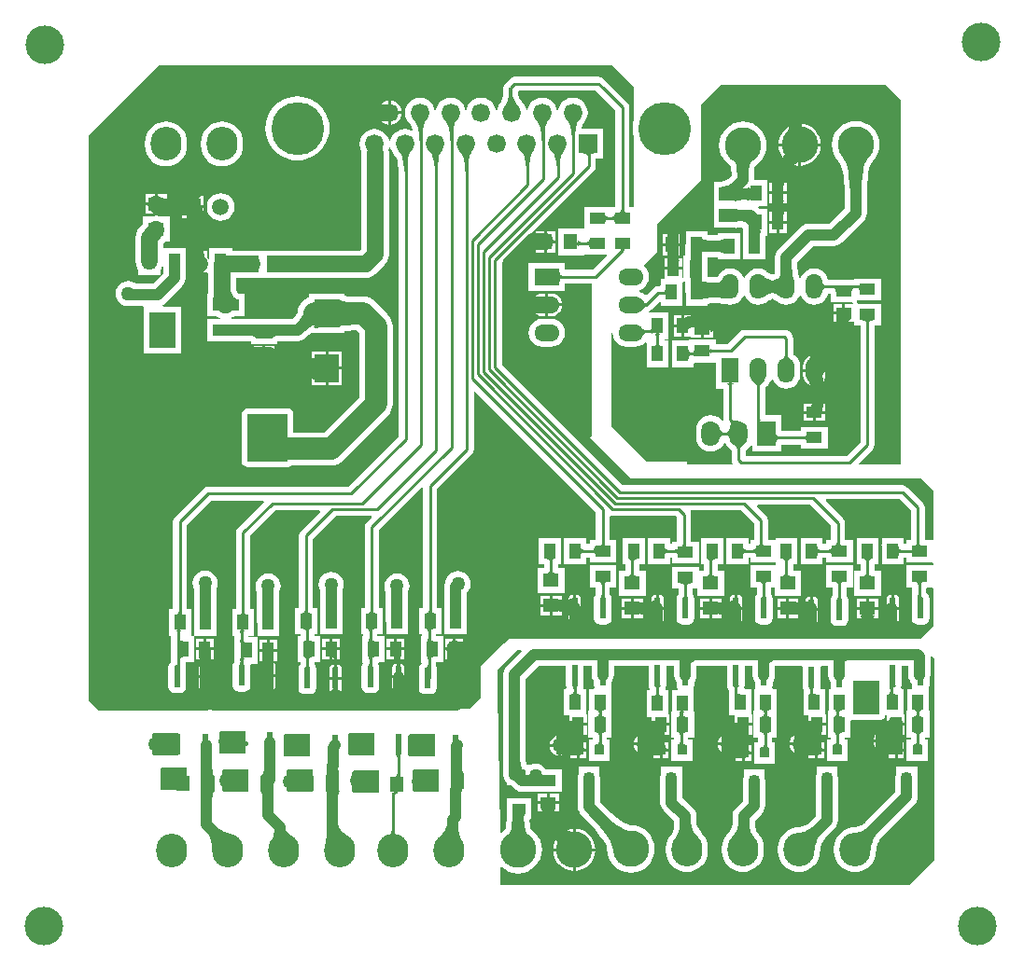
<source format=gtl>
G04*
G04 #@! TF.GenerationSoftware,Altium Limited,Altium Designer,20.1.12 (249)*
G04*
G04 Layer_Physical_Order=1*
G04 Layer_Color=255*
%FSTAX24Y24*%
%MOIN*%
G70*
G04*
G04 #@! TF.SameCoordinates,16AA3A95-E13F-4B7F-BF52-5902ACF92DE2*
G04*
G04*
G04 #@! TF.FilePolarity,Positive*
G04*
G01*
G75*
%ADD17C,0.0100*%
G04:AMPARAMS|DCode=19|XSize=76mil|YSize=23.2mil|CornerRadius=2.9mil|HoleSize=0mil|Usage=FLASHONLY|Rotation=270.000|XOffset=0mil|YOffset=0mil|HoleType=Round|Shape=RoundedRectangle|*
%AMROUNDEDRECTD19*
21,1,0.0760,0.0174,0,0,270.0*
21,1,0.0702,0.0232,0,0,270.0*
1,1,0.0058,-0.0087,-0.0351*
1,1,0.0058,-0.0087,0.0351*
1,1,0.0058,0.0087,0.0351*
1,1,0.0058,0.0087,-0.0351*
%
%ADD19ROUNDEDRECTD19*%
%ADD20R,0.0550X0.0394*%
%ADD21R,0.0550X0.0500*%
%ADD22R,0.0945X0.1299*%
%ADD23R,0.0945X0.0394*%
%ADD24R,0.0394X0.0550*%
%ADD25R,0.0866X0.1024*%
%ADD26R,0.0550X0.0433*%
%ADD27R,0.0433X0.0550*%
%ADD28R,0.0591X0.0512*%
%ADD29R,0.0354X0.0374*%
%ADD30R,0.0472X0.0354*%
%ADD31R,0.0472X0.0354*%
%ADD32R,0.0500X0.0550*%
%ADD33R,0.0512X0.0591*%
%ADD65C,0.0591*%
%ADD66C,0.0394*%
%ADD67C,0.0787*%
%ADD68C,0.1890*%
%ADD69C,0.0665*%
%ADD70R,0.0665X0.0665*%
%ADD71O,0.1100X0.1200*%
%ADD72C,0.1300*%
%ADD73O,0.0650X0.0900*%
%ADD74R,0.0650X0.0900*%
%ADD75R,0.0600X0.0900*%
%ADD76O,0.0600X0.0900*%
%ADD77O,0.0900X0.0600*%
%ADD78R,0.0900X0.0600*%
%ADD79C,0.0591*%
%ADD80R,0.0591X0.0591*%
%ADD81C,0.1378*%
%ADD82C,0.0500*%
%ADD83C,0.0394*%
G36*
X031552Y048219D02*
X031559Y048141D01*
X031571Y048067D01*
X031587Y047997D01*
X031607Y04793D01*
X031632Y047867D01*
X031662Y047808D01*
X031696Y047752D01*
X031735Y0477D01*
X031778Y047652D01*
X031282Y047629D01*
X031314Y047673D01*
X031343Y047722D01*
X031368Y047776D01*
X03139Y047835D01*
X031408Y0479D01*
X031423Y047969D01*
X031435Y048044D01*
X031448Y04821D01*
X03145Y0483D01*
X03155D01*
X031552Y048219D01*
D02*
G37*
G36*
X028481Y047153D02*
X028453Y047106D01*
X028429Y047051D01*
X028408Y046987D01*
X02839Y046915D01*
X028376Y046835D01*
X028356Y04665D01*
X028352Y046544D01*
X02835Y046431D01*
X02825Y046421D01*
X028248Y046529D01*
X028231Y046724D01*
X028217Y04681D01*
X028198Y046889D01*
X028175Y046961D01*
X028148Y047026D01*
X028116Y047083D01*
X028081Y047134D01*
X028041Y047177D01*
X028512Y047191D01*
X028481Y047153D01*
D02*
G37*
G36*
X033934Y047153D02*
X033906Y047106D01*
X033882Y047051D01*
X033861Y046987D01*
X033843Y046915D01*
X033829Y046835D01*
X033809Y04665D01*
X033804Y046544D01*
X033803Y046431D01*
X033703Y046421D01*
X033701Y046529D01*
X033684Y046724D01*
X033669Y04681D01*
X03365Y046889D01*
X033627Y046961D01*
X0336Y047026D01*
X033569Y047083D01*
X033533Y047134D01*
X033494Y047177D01*
X033964Y047191D01*
X033934Y047153D01*
D02*
G37*
G36*
X032843D02*
X032816Y047106D01*
X032791Y047051D01*
X03277Y046987D01*
X032753Y046915D01*
X032738Y046835D01*
X032719Y04665D01*
X032714Y046544D01*
X032712Y046431D01*
X032612Y046421D01*
X03261Y046529D01*
X032593Y046724D01*
X032579Y04681D01*
X03256Y046889D01*
X032537Y046961D01*
X03251Y047026D01*
X032478Y047083D01*
X032443Y047134D01*
X032403Y047177D01*
X032874Y047191D01*
X032843Y047153D01*
D02*
G37*
G36*
X029571D02*
X029544Y047106D01*
X02952Y047051D01*
X029499Y046987D01*
X029481Y046915D01*
X029466Y046835D01*
X029447Y04665D01*
X029442Y046544D01*
X029441Y046431D01*
X029341Y046421D01*
X029338Y046529D01*
X029322Y046724D01*
X029307Y04681D01*
X029288Y046889D01*
X029265Y046961D01*
X029238Y047026D01*
X029207Y047083D01*
X029171Y047134D01*
X029131Y047177D01*
X029602Y047191D01*
X029571Y047153D01*
D02*
G37*
G36*
X03451Y045968D02*
X034476Y045965D01*
X034446Y04596D01*
X03442Y045953D01*
X034398Y045944D01*
X03438Y045933D01*
X034366Y04592D01*
X034356Y045905D01*
X03435Y045888D01*
X034348Y045869D01*
X034248D01*
X034246Y045888D01*
X03424Y045905D01*
X03423Y04592D01*
X034216Y045933D01*
X034198Y045944D01*
X034176Y045953D01*
X03415Y04596D01*
X03412Y045965D01*
X034086Y045968D01*
X034048Y045969D01*
X034548D01*
X03451Y045968D01*
D02*
G37*
G36*
X033388Y046035D02*
X033361Y045988D01*
X033337Y045932D01*
X033316Y045869D01*
X033298Y045797D01*
X033283Y045717D01*
X033264Y045531D01*
X033259Y045426D01*
X033257Y045313D01*
X033157Y045303D01*
X033155Y045411D01*
X033139Y045606D01*
X033124Y045692D01*
X033105Y045771D01*
X033082Y045843D01*
X033055Y045908D01*
X033024Y045965D01*
X032988Y046016D01*
X032948Y046059D01*
X033419Y046073D01*
X033388Y046035D01*
D02*
G37*
G36*
X032298D02*
X03227Y045988D01*
X032246Y045932D01*
X032225Y045869D01*
X032207Y045797D01*
X032193Y045717D01*
X032173Y045531D01*
X032169Y045426D01*
X032167Y045313D01*
X032067Y045303D01*
X032065Y045411D01*
X032048Y045606D01*
X032033Y045692D01*
X032015Y045771D01*
X031992Y045843D01*
X031964Y045908D01*
X031933Y045965D01*
X031897Y046016D01*
X031858Y046059D01*
X032329Y046073D01*
X032298Y046035D01*
D02*
G37*
G36*
X030117D02*
X030089Y045988D01*
X030065Y045932D01*
X030044Y045869D01*
X030026Y045797D01*
X030012Y045717D01*
X029992Y045531D01*
X029987Y045426D01*
X029986Y045313D01*
X029886Y045303D01*
X029884Y045411D01*
X029867Y045606D01*
X029852Y045692D01*
X029834Y045771D01*
X029811Y045843D01*
X029783Y045908D01*
X029752Y045965D01*
X029716Y046016D01*
X029677Y046059D01*
X030147Y046073D01*
X030117Y046035D01*
D02*
G37*
G36*
X029026D02*
X028999Y045988D01*
X028974Y045932D01*
X028953Y045869D01*
X028936Y045797D01*
X028921Y045717D01*
X028902Y045531D01*
X028897Y045426D01*
X028895Y045313D01*
X028795Y045303D01*
X028793Y045411D01*
X028776Y045606D01*
X028762Y045692D01*
X028743Y045771D01*
X02872Y045843D01*
X028693Y045908D01*
X028661Y045965D01*
X028626Y046016D01*
X028586Y046059D01*
X029057Y046073D01*
X029026Y046035D01*
D02*
G37*
G36*
X027936D02*
X027908Y045988D01*
X027884Y045932D01*
X027863Y045869D01*
X027845Y045797D01*
X027831Y045717D01*
X027811Y045531D01*
X027806Y045426D01*
X027805Y045313D01*
X027705Y045303D01*
X027703Y045411D01*
X027686Y045606D01*
X027671Y045692D01*
X027652Y045771D01*
X027629Y045843D01*
X027602Y045908D01*
X027571Y045965D01*
X027535Y046016D01*
X027496Y046059D01*
X027966Y046073D01*
X027936Y046035D01*
D02*
G37*
G36*
X044236Y045755D02*
X044191Y045674D01*
X044152Y045575D01*
X044118Y045457D01*
X044089Y04532D01*
X044065Y045165D01*
X044034Y044798D01*
X044023Y044357D01*
X043629D01*
X043627Y044587D01*
X043587Y045165D01*
X043564Y04532D01*
X043535Y045457D01*
X0435Y045575D01*
X043461Y045674D01*
X043416Y045755D01*
X043366Y045817D01*
X044286D01*
X044236Y045755D01*
D02*
G37*
G36*
X0359Y04835D02*
Y047131D01*
X035878Y047039D01*
X035864Y04686D01*
X035878Y046681D01*
X0359Y046589D01*
Y044044D01*
X035761D01*
X035755Y044045D01*
X035752Y044045D01*
Y0476D01*
X035733Y047696D01*
X035678Y047778D01*
X034978Y048478D01*
X034828Y048628D01*
X034746Y048683D01*
X03465Y048702D01*
X03165D01*
X031554Y048683D01*
X031472Y048628D01*
X031322Y048478D01*
X031267Y048396D01*
X031248Y0483D01*
Y048249D01*
X031248Y04822D01*
X031235Y048068D01*
X031226Y048006D01*
X031213Y047948D01*
X031199Y047897D01*
X031182Y047853D01*
X031165Y047814D01*
X031146Y047782D01*
X03112Y047747D01*
X031113Y047732D01*
X031078Y047686D01*
X031025Y047557D01*
X03102Y047526D01*
X03097D01*
X030966Y047557D01*
X030913Y047686D01*
X030828Y047797D01*
X030717Y047881D01*
X030588Y047935D01*
X03045Y047953D01*
X030312Y047935D01*
X030183Y047881D01*
X030072Y047797D01*
X029987Y047686D01*
X029934Y047557D01*
X02993Y047525D01*
X02988D01*
X029875Y047557D01*
X029822Y047686D01*
X029737Y047797D01*
X029626Y047881D01*
X029498Y047935D01*
X029359Y047953D01*
X029221Y047935D01*
X029092Y047881D01*
X028982Y047797D01*
X028897Y047686D01*
X028844Y047557D01*
X028839Y047526D01*
X028789D01*
X028785Y047557D01*
X028731Y047686D01*
X028647Y047797D01*
X028536Y047881D01*
X028407Y047935D01*
X028269Y047953D01*
X028131Y047935D01*
X028002Y047881D01*
X027891Y047797D01*
X027806Y047686D01*
X027753Y047557D01*
X027735Y047419D01*
X027753Y047281D01*
X027806Y047152D01*
X027891Y047041D01*
X027896Y047037D01*
X027924Y047007D01*
X027946Y046977D01*
X027966Y046939D01*
X027986Y046892D01*
X028004Y046836D01*
X028011Y046809D01*
X027968Y046773D01*
X027862Y046817D01*
X027724Y046835D01*
X027585Y046817D01*
X027457Y046763D01*
X027346Y046678D01*
X027261Y046568D01*
X027208Y046439D01*
X027206Y046424D01*
X027155D01*
X027154Y046437D01*
X0271Y046566D01*
X027015Y046676D01*
X026905Y046761D01*
X026776Y046815D01*
X026638Y046833D01*
X0265Y046815D01*
X026371Y046761D01*
X02626Y046676D01*
X026175Y046566D01*
X026122Y046437D01*
X026104Y046299D01*
X026122Y046161D01*
X026175Y046032D01*
X026179Y046027D01*
X026173Y04598D01*
Y042552D01*
X026117Y042496D01*
X023202D01*
X02317Y042492D01*
X022308D01*
X022276Y042496D01*
X021557D01*
Y042572D01*
X02073D01*
Y042199D01*
X020723Y042192D01*
X020673Y042214D01*
Y042475D01*
X020406D01*
Y0421D01*
Y041725D01*
X020647D01*
X020673Y041725D01*
X020697Y041685D01*
Y041268D01*
X020697Y041133D01*
X020691Y040949D01*
X020672D01*
Y040765D01*
X02067Y040751D01*
X020671Y040746D01*
X02067Y04074D01*
X020672Y040731D01*
Y040162D01*
X020997D01*
X021044Y040126D01*
X021121Y040094D01*
X021111Y040044D01*
X020672D01*
Y039256D01*
X021316D01*
X021342Y039253D01*
X022024D01*
X022025Y039253D01*
X02216Y039248D01*
X022206Y039243D01*
X022228Y039239D01*
Y03913D01*
X022413D01*
X022426Y039128D01*
X02244Y03913D01*
X022961D01*
X022974Y039128D01*
X022987Y03913D01*
X023172D01*
Y039239D01*
X023192Y039243D01*
X023302Y039251D01*
X023371Y039252D01*
X023373Y039253D01*
X0239D01*
X024003Y039266D01*
X024099Y039306D01*
X024167Y039359D01*
X024177Y039365D01*
X024298Y039479D01*
X024372Y039541D01*
X024464D01*
X024488Y039536D01*
X024567D01*
X024591Y039541D01*
X025369D01*
X025382Y039539D01*
X025387Y03954D01*
X025392Y039539D01*
X025402Y039541D01*
X02558D01*
Y039623D01*
X025603Y039628D01*
X025997Y039653D01*
X026107Y039543D01*
Y037246D01*
X024854Y035993D01*
X023751D01*
Y03665D01*
X023735Y036727D01*
X023692Y036792D01*
X023627Y036835D01*
X02355Y036851D01*
X0221D01*
X022023Y036835D01*
X021958Y036792D01*
X021915Y036727D01*
X021899Y03665D01*
Y03495D01*
X021915Y034873D01*
X021958Y034808D01*
X022023Y034765D01*
X0221Y034749D01*
X02355D01*
X023627Y034765D01*
X02369Y034807D01*
X0251D01*
X025216Y034818D01*
X025327Y034852D01*
X02543Y034907D01*
X02552Y03498D01*
X02712Y03658D01*
X027193Y03667D01*
X027248Y036773D01*
X027282Y036884D01*
X027293Y037D01*
Y039789D01*
X027282Y039905D01*
X027248Y040016D01*
X027193Y040118D01*
X02712Y040208D01*
X026658Y04067D01*
X026568Y040743D01*
X026466Y040798D01*
X026355Y040832D01*
X026239Y040843D01*
X026177D01*
X026173Y040844D01*
X025894Y040849D01*
X025684Y040862D01*
X025609Y040871D01*
X02558Y040877D01*
Y040959D01*
X025402D01*
X025392Y040961D01*
X025387Y04096D01*
X025382Y040961D01*
X025369Y040959D01*
X02432D01*
Y040813D01*
X024273Y040798D01*
X02417Y040743D01*
X02408Y04067D01*
X024007Y04058D01*
X023952Y040477D01*
X023918Y040366D01*
X023916Y040344D01*
X023912Y040334D01*
X023907Y040309D01*
X023901Y040291D01*
X023889Y040265D01*
X023871Y040232D01*
X023846Y040193D01*
X023816Y040152D01*
X023725Y040047D01*
X02337D01*
X023368Y040048D01*
X023366Y040047D01*
X023365Y040048D01*
X023327Y040047D01*
X022073D01*
X022035Y040048D01*
X022034Y040047D01*
X022033Y040048D01*
X02203Y040047D01*
X021531D01*
X021521Y040097D01*
X02159Y040126D01*
X021637Y040162D01*
X022011D01*
Y040726D01*
X022013Y040732D01*
X022012Y040742D01*
X022014Y040751D01*
X022011Y040765D01*
Y040949D01*
X021838D01*
X021832Y040951D01*
X021792Y040955D01*
X02178Y040959D01*
X021772Y040964D01*
X021761Y040975D01*
X021746Y040996D01*
X021729Y041034D01*
X021714Y041087D01*
X021701Y041157D01*
X021693Y041242D01*
X02169Y041331D01*
Y041504D01*
X022276D01*
X022308Y041508D01*
X02317D01*
X023202Y041504D01*
X026323D01*
X026451Y041521D01*
X026571Y04157D01*
X026674Y041649D01*
X02702Y041995D01*
X027099Y042098D01*
X027148Y042217D01*
X027165Y042346D01*
Y04598D01*
X027148Y046108D01*
X02714Y046128D01*
X027154Y046161D01*
X027156Y046175D01*
X027206D01*
X027208Y046163D01*
X027261Y046034D01*
X027346Y045923D01*
X027351Y045919D01*
X027379Y045889D01*
X0274Y045859D01*
X027421Y045821D01*
X027441Y045774D01*
X027459Y045717D01*
X027474Y045652D01*
X027487Y04558D01*
X027502Y045401D01*
X027503Y045352D01*
Y035859D01*
X025696Y034052D01*
X0207D01*
X020604Y034033D01*
X020522Y033978D01*
X019522Y032978D01*
X019467Y032896D01*
X019448Y0328D01*
Y029672D01*
X019306D01*
Y029487D01*
X019304Y029474D01*
X019304Y02947D01*
X019304Y029467D01*
X019306Y029456D01*
Y028946D01*
X019304Y028937D01*
X019305Y028932D01*
X019304Y028926D01*
X019306Y028913D01*
Y028728D01*
X019339D01*
X019387Y028722D01*
Y028545D01*
X019384Y028536D01*
X019385Y02853D01*
X019384Y028525D01*
X019387Y028511D01*
Y02799D01*
X019384Y027976D01*
X019385Y02797D01*
X019384Y027964D01*
X019387Y027955D01*
Y027788D01*
X019379Y027783D01*
X01937Y027774D01*
X019362Y027769D01*
X019357Y027766D01*
X019356Y027765D01*
X01935Y027761D01*
X019335Y027738D01*
X019325Y027727D01*
X01932Y027715D01*
X019314Y027707D01*
X019311Y027702D01*
X019311Y027702D01*
X0193Y027686D01*
X019283Y027598D01*
Y026896D01*
X0193Y026808D01*
X01935Y026733D01*
X019425Y026683D01*
X019513Y026666D01*
X019687D01*
X019775Y026683D01*
X01985Y026733D01*
X0199Y026808D01*
X019917Y026896D01*
Y027598D01*
X019912Y027623D01*
X019913Y027628D01*
X019908Y027645D01*
X019904Y027665D01*
X019902Y027699D01*
Y027775D01*
X019905Y027776D01*
X019917Y027778D01*
X020213D01*
Y028678D01*
X020213Y028722D01*
X020261Y028728D01*
X020994D01*
Y029174D01*
X020997Y0292D01*
Y030391D01*
X021035Y030483D01*
X021051Y0306D01*
X021035Y030717D01*
X02099Y030825D01*
X020919Y030919D01*
X020825Y03099D01*
X020717Y031035D01*
X0206Y031051D01*
X020483Y031035D01*
X020375Y03099D01*
X020281Y030919D01*
X02021Y030825D01*
X020165Y030717D01*
X020149Y0306D01*
X020165Y030483D01*
X020203Y030391D01*
Y0292D01*
X020206Y029174D01*
Y028772D01*
X020206Y028728D01*
X020159Y028722D01*
X020141D01*
X020094Y028728D01*
Y028913D01*
X020096Y028926D01*
X020096Y028929D01*
X020096Y028932D01*
X020094Y028943D01*
Y029456D01*
X020096Y029467D01*
X020096Y02947D01*
X020096Y029474D01*
X020094Y029487D01*
Y029672D01*
X019952D01*
Y032696D01*
X020804Y033548D01*
X022677D01*
X022696Y033502D01*
X021772Y032578D01*
X021717Y032496D01*
X021698Y0324D01*
Y029672D01*
X021556D01*
Y029487D01*
X021554Y029474D01*
X021554Y02947D01*
X021554Y029467D01*
X021556Y029456D01*
Y028946D01*
X021554Y028937D01*
X021555Y028932D01*
X021554Y028926D01*
X021556Y028913D01*
Y028728D01*
X021648D01*
Y028672D01*
X021643D01*
Y028492D01*
X021643Y028491D01*
X021643Y028488D01*
X02164Y028475D01*
X021643Y028461D01*
Y028459D01*
X021642Y028446D01*
X021643Y028444D01*
Y027956D01*
X021642Y027954D01*
X021643Y027941D01*
Y02794D01*
X02164Y027926D01*
X021643Y027913D01*
Y027912D01*
X021643Y02791D01*
X021643Y027908D01*
Y0278D01*
X021632Y027784D01*
X021621Y027772D01*
X021618Y027762D01*
X0216Y027736D01*
X021583Y027648D01*
Y026946D01*
X0216Y026858D01*
X02165Y026783D01*
X021725Y026733D01*
X021813Y026716D01*
X021987D01*
X022075Y026733D01*
X02215Y026783D01*
X0222Y026858D01*
X022217Y026946D01*
Y027648D01*
X022209Y02769D01*
X022241Y027728D01*
X02247D01*
Y028672D01*
X022162D01*
X022156Y028673D01*
X022152Y028673D01*
Y028726D01*
X022162Y028728D01*
X022344D01*
Y028913D01*
X022346Y028926D01*
X022346Y028929D01*
X022346Y028932D01*
X022344Y028943D01*
Y029456D01*
X022346Y029467D01*
X022346Y02947D01*
X022346Y029474D01*
X022344Y029487D01*
Y029672D01*
X022202D01*
Y032296D01*
X023104Y033198D01*
X024677D01*
X024696Y033152D01*
X024022Y032478D01*
X023967Y032396D01*
X023948Y0323D01*
Y029722D01*
X023806D01*
Y029537D01*
X023804Y029524D01*
X023804Y02952D01*
X023804Y029517D01*
X023806Y029506D01*
Y028993D01*
X023804Y028982D01*
X023804Y028979D01*
X023804Y028976D01*
X023806Y028963D01*
Y028778D01*
X023988D01*
X023998Y028776D01*
Y028722D01*
X023893D01*
Y028538D01*
X02389Y028524D01*
X023891Y028519D01*
X023891Y028514D01*
X023893Y028504D01*
Y027996D01*
X023891Y027986D01*
X023891Y027981D01*
X02389Y027976D01*
X023893Y027963D01*
Y027778D01*
X023998D01*
Y027708D01*
X023982Y027684D01*
X023971Y027672D01*
X023968Y027662D01*
X02395Y027636D01*
X023933Y027548D01*
Y026846D01*
X02395Y026758D01*
X024Y026683D01*
X024075Y026633D01*
X024163Y026616D01*
X024337D01*
X024355Y026619D01*
X024314Y026645D01*
X024447Y026648D01*
X0245Y026683D01*
X02455Y026758D01*
X024567Y026846D01*
Y027548D01*
X02455Y027636D01*
X024532Y027662D01*
X024529Y027672D01*
X024518Y027684D01*
X024502Y027708D01*
Y027775D01*
X024505Y027776D01*
X024517Y027778D01*
X02472D01*
Y028722D01*
X024512D01*
X024506Y028723D01*
X024502Y028723D01*
Y028778D01*
X024594D01*
Y028963D01*
X024596Y028976D01*
X024595Y028982D01*
X024596Y028987D01*
X024594Y028996D01*
Y029506D01*
X024596Y029517D01*
X024596Y02952D01*
X024596Y029524D01*
X024594Y029537D01*
Y029722D01*
X024452D01*
Y032196D01*
X025254Y032998D01*
X026527D01*
X026546Y032952D01*
X026372Y032778D01*
X026317Y032696D01*
X026298Y0326D01*
Y029722D01*
X026156D01*
Y029537D01*
X026154Y029524D01*
X026154Y02952D01*
X026154Y029517D01*
X026156Y029506D01*
Y028996D01*
X026154Y028987D01*
X026155Y028982D01*
X026154Y028976D01*
X026156Y028963D01*
Y028778D01*
X026248D01*
Y028722D01*
X026193D01*
Y028538D01*
X02619Y028524D01*
X026192Y028515D01*
X026191Y028506D01*
X026193Y0285D01*
Y028D01*
X026191Y027994D01*
X026192Y027985D01*
X02619Y027976D01*
X026193Y027963D01*
Y027778D01*
X026202D01*
X026224Y027746D01*
X026227Y027728D01*
X026221Y027722D01*
X026218Y027712D01*
X0262Y027686D01*
X026183Y027598D01*
Y026896D01*
X0262Y026808D01*
X02625Y026733D01*
X026325Y026683D01*
X026413Y026666D01*
X026587D01*
X026675Y026683D01*
X02675Y026733D01*
X0268Y026808D01*
X026817Y026896D01*
Y027598D01*
X0268Y027686D01*
X026782Y027712D01*
X026779Y027722D01*
X026773Y027728D01*
X026776Y027746D01*
X026798Y027778D01*
X02702D01*
Y028722D01*
X026762D01*
X026756Y028723D01*
X026752Y028723D01*
Y028776D01*
X026762Y028778D01*
X026944D01*
Y028963D01*
X026946Y028976D01*
X026946Y028979D01*
X026946Y028982D01*
X026944Y028993D01*
Y029506D01*
X026946Y029517D01*
X026946Y02952D01*
X026946Y029524D01*
X026944Y029537D01*
Y029722D01*
X026802D01*
Y032496D01*
X028337Y034031D01*
X028383Y034012D01*
Y029722D01*
X028241D01*
Y029537D01*
X028239Y029524D01*
X028239Y02952D01*
X028239Y029517D01*
X028241Y029506D01*
Y028995D01*
X028239Y028986D01*
X02824Y028981D01*
X028239Y028976D01*
X028241Y028963D01*
Y028778D01*
X028348D01*
Y028722D01*
X028293D01*
Y028538D01*
X02829Y028524D01*
X028292Y028515D01*
X028291Y028506D01*
X028293Y0285D01*
Y028D01*
X028291Y027994D01*
X028292Y027985D01*
X02829Y027976D01*
X028293Y027963D01*
Y027778D01*
X028306D01*
X028321Y027749D01*
X028324Y027728D01*
X02832Y027724D01*
X028312Y027719D01*
X028307Y027716D01*
X028307Y027715D01*
X0283Y027711D01*
X028285Y027688D01*
X028275Y027677D01*
X02827Y027665D01*
X028264Y027657D01*
X028261Y027652D01*
X028261Y027652D01*
X02825Y027636D01*
X028233Y027548D01*
Y026846D01*
X02825Y026758D01*
X0283Y026683D01*
X028375Y026633D01*
X028463Y026616D01*
X028637D01*
X028725Y026633D01*
X0288Y026683D01*
X02885Y026758D01*
X028867Y026846D01*
Y027548D01*
X028862Y027573D01*
X028863Y027578D01*
X028858Y027595D01*
X028854Y027615D01*
X028852Y027649D01*
Y027775D01*
X028855Y027776D01*
X028867Y027778D01*
X02912D01*
Y028722D01*
X028862D01*
X028856Y028723D01*
X028852Y028723D01*
Y028778D01*
X029029D01*
Y028963D01*
X029031Y028976D01*
X029031Y028979D01*
X029031Y028982D01*
X029029Y028993D01*
Y029506D01*
X029031Y029517D01*
X029031Y02952D01*
X029031Y029524D01*
X029029Y029537D01*
Y029722D01*
X028887D01*
Y033981D01*
X030114Y035208D01*
X030168Y035289D01*
X030188Y035386D01*
Y037441D01*
X030234Y03746D01*
X034548Y033146D01*
Y032195D01*
X034546Y032185D01*
X034526Y032146D01*
X034513Y032144D01*
X034328D01*
Y032002D01*
X034195D01*
X034195Y032005D01*
X034194Y032011D01*
Y032222D01*
X033406D01*
Y031278D01*
X034194D01*
Y031489D01*
X034195Y031495D01*
X034195Y031498D01*
X034328D01*
Y031356D01*
X034513D01*
X034526Y031354D01*
X034527Y031354D01*
X034527Y031354D01*
X03454Y031356D01*
X035272D01*
Y032144D01*
X035052D01*
Y032967D01*
X035102Y033008D01*
X035151Y032998D01*
X037396D01*
X037448Y032946D01*
Y032094D01*
X037278D01*
Y032002D01*
X037195D01*
X037195Y032005D01*
X037194Y032011D01*
Y032222D01*
X036406D01*
Y031278D01*
X037194D01*
Y031489D01*
X037195Y031495D01*
X037195Y031498D01*
X037276D01*
X037278Y031488D01*
Y031306D01*
X037463D01*
X037476Y031304D01*
X037479Y031304D01*
X037482Y031304D01*
X037493Y031306D01*
X038222D01*
Y032094D01*
X037962D01*
X037956Y032095D01*
X037952Y032095D01*
Y03305D01*
X037933Y033146D01*
X037927Y033154D01*
X037951Y033198D01*
X039746D01*
X040198Y032746D01*
Y032144D01*
X040078D01*
Y032002D01*
X039995D01*
X039995Y032005D01*
X039994Y032011D01*
Y032222D01*
X039206D01*
Y031278D01*
X039994D01*
Y031489D01*
X039995Y031495D01*
X039995Y031498D01*
X040078D01*
Y031356D01*
X040263D01*
X040276Y031354D01*
X04028Y031354D01*
X040283Y031354D01*
X040294Y031356D01*
X040956D01*
Y031278D01*
X040921Y031244D01*
X040078D01*
Y030456D01*
X040289D01*
X040295Y030455D01*
X040298Y030455D01*
Y030208D01*
X040282Y030184D01*
X040271Y030172D01*
X040268Y030162D01*
X04025Y030136D01*
X040233Y030048D01*
Y029346D01*
X04025Y029258D01*
X0403Y029183D01*
X040375Y029133D01*
X040463Y029116D01*
X040637D01*
X040725Y029133D01*
X0408Y029183D01*
X04085Y029258D01*
X040867Y029346D01*
Y030048D01*
X04085Y030136D01*
X040832Y030162D01*
X040829Y030172D01*
X040818Y030184D01*
X040802Y030208D01*
Y030455D01*
X040805Y030455D01*
X040811Y030456D01*
X040928D01*
Y030153D01*
X041872D01*
Y031047D01*
X041612D01*
X041606Y031048D01*
X041602Y031048D01*
Y031278D01*
X041744D01*
Y031463D01*
X041746Y031476D01*
X041746Y03148D01*
X041746Y031483D01*
X041744Y031494D01*
Y032222D01*
X040956D01*
Y032144D01*
X040712D01*
X040706Y032145D01*
X040702Y032145D01*
Y03285D01*
X040683Y032946D01*
X040628Y033028D01*
X040304Y033352D01*
X040323Y033398D01*
X042196D01*
X042948Y032646D01*
Y032144D01*
X042778D01*
Y032002D01*
X042645D01*
X042645Y032005D01*
X042644Y032011D01*
Y032222D01*
X041856D01*
Y031278D01*
X042644D01*
Y031489D01*
X042645Y031495D01*
X042645Y031498D01*
X042778D01*
Y031356D01*
X042963D01*
X042976Y031354D01*
X04298Y031354D01*
X042983Y031354D01*
X042994Y031356D01*
X043722D01*
Y032144D01*
X043462D01*
X043456Y032145D01*
X043452Y032145D01*
Y03275D01*
X043433Y032846D01*
X043378Y032928D01*
X042754Y033552D01*
X042773Y033598D01*
X045396D01*
X045798Y033196D01*
Y032144D01*
X045628D01*
Y032002D01*
X045545D01*
X045545Y032005D01*
X045544Y032011D01*
Y032222D01*
X045027D01*
X045003Y032227D01*
X044979Y032222D01*
X044756D01*
Y031999D01*
X044751Y031975D01*
X044756Y031951D01*
Y031278D01*
X045544D01*
Y031489D01*
X045545Y031495D01*
X045545Y031498D01*
X045628D01*
Y031356D01*
X04655D01*
X046572Y031356D01*
X0466Y031318D01*
Y031282D01*
X046572Y031244D01*
X04655Y031244D01*
X045628D01*
Y030456D01*
X045839D01*
X045845Y030455D01*
X045848Y030455D01*
Y030136D01*
X045848Y030126D01*
X045847Y030121D01*
X045842Y030095D01*
X045837Y030078D01*
X045838Y030073D01*
X045833Y030048D01*
Y029346D01*
X04585Y029258D01*
X0459Y029183D01*
X045975Y029133D01*
X046063Y029116D01*
X046237D01*
X046325Y029133D01*
X0464Y029183D01*
X04645Y029258D01*
X046467Y029346D01*
Y030048D01*
X04645Y030136D01*
X046439Y030152D01*
X046439Y030152D01*
X046436Y030157D01*
X04643Y030165D01*
X046425Y030177D01*
X046415Y030188D01*
X0464Y030211D01*
X046393Y030215D01*
X046393Y030216D01*
X046388Y030219D01*
X04638Y030224D01*
X046371Y030233D01*
X046354Y030245D01*
X046352Y030247D01*
Y03041D01*
X046401Y030456D01*
X046572Y030456D01*
X0466Y030418D01*
Y02905D01*
X04615Y0286D01*
X0314D01*
X03045Y02765D01*
Y0265D01*
X03005Y0261D01*
X025322D01*
X02525Y026055D01*
X025178Y0261D01*
X01925D01*
X0192Y02605D01*
X0168D01*
X01645Y0264D01*
Y0466D01*
X01895Y0491D01*
X03515D01*
X0359Y04835D01*
D02*
G37*
G36*
X034622Y048122D02*
X035248Y047496D01*
Y044094D01*
X035244Y044081D01*
X035226Y044046D01*
X035213Y044044D01*
X034887D01*
X034874Y044046D01*
X03487Y044046D01*
X034867Y044046D01*
X034856Y044044D01*
X034128D01*
Y043309D01*
X034097Y043272D01*
X034085Y043272D01*
X033203D01*
Y042328D01*
X033882D01*
X033893Y042326D01*
X033896Y042326D01*
X033899Y042325D01*
X033912Y042328D01*
X034097D01*
Y042328D01*
X034128Y042356D01*
X034313D01*
X034326Y042354D01*
X03433Y042354D01*
X034333Y042354D01*
X034344Y042356D01*
X034935D01*
X034954Y04231D01*
X034446Y041802D01*
X033448D01*
X033448Y041805D01*
X033447Y041811D01*
Y042047D01*
X032153D01*
Y041053D01*
X033447D01*
Y041289D01*
X033448Y041295D01*
X033448Y041298D01*
X0344D01*
Y03585D01*
X03435Y0358D01*
X0358Y03435D01*
X04615D01*
X0466Y0339D01*
Y032182D01*
X046572Y032144D01*
X04655Y032144D01*
X046312D01*
X046306Y032145D01*
X046302Y032145D01*
Y0333D01*
X046283Y033396D01*
X046228Y033478D01*
X045678Y034028D01*
X045596Y034083D01*
X0455Y034102D01*
X035504D01*
X031188Y038418D01*
Y042046D01*
X034476Y045334D01*
X034531Y045416D01*
X03455Y045512D01*
Y045769D01*
X034553Y045769D01*
X034565Y045771D01*
X034796D01*
Y04683D01*
X034071D01*
X034058Y046845D01*
X034041Y04688D01*
X034054Y046931D01*
X03407Y046979D01*
X034085Y047014D01*
X0341Y047039D01*
X034121Y047067D01*
X034127Y047078D01*
X034184Y047152D01*
X034238Y047281D01*
X034256Y047419D01*
X034238Y047557D01*
X034184Y047686D01*
X034099Y047797D01*
X033989Y047881D01*
X03386Y047935D01*
X033722Y047953D01*
X033583Y047935D01*
X033455Y047881D01*
X033344Y047797D01*
X033259Y047686D01*
X033206Y047557D01*
X033202Y047526D01*
X033151D01*
X033147Y047557D01*
X033094Y047686D01*
X033009Y047797D01*
X032898Y047881D01*
X032769Y047935D01*
X032631Y047953D01*
X032493Y047935D01*
X032364Y047881D01*
X032253Y047797D01*
X032169Y047686D01*
X032115Y047557D01*
X032111Y047525D01*
X032061D01*
X032056Y047557D01*
X032003Y047686D01*
X031932Y047779D01*
X031928Y047785D01*
X03192Y047794D01*
X031918Y047797D01*
X031917Y047797D01*
X031891Y047827D01*
X031862Y047865D01*
X031837Y047906D01*
X031816Y047949D01*
X031797Y047997D01*
X031781Y048049D01*
X031768Y048105D01*
X031761Y048148D01*
X031793Y048198D01*
X034546D01*
X034622Y048122D01*
D02*
G37*
G36*
X035552Y043926D02*
X035558Y043909D01*
X035568Y043894D01*
X035582Y043881D01*
X0356Y04387D01*
X035622Y043861D01*
X035648Y043854D01*
X035678Y043849D01*
X035712Y043845D01*
X03575Y043844D01*
X03525D01*
X035288Y043845D01*
X035322Y043849D01*
X035352Y043854D01*
X035378Y043861D01*
X0354Y04387D01*
X035418Y043881D01*
X035432Y043894D01*
X035442Y043909D01*
X035448Y043926D01*
X03545Y043946D01*
X03555D01*
X035552Y043926D01*
D02*
G37*
G36*
X035226Y043454D02*
X035225Y043482D01*
X035222Y043507D01*
X035217Y043529D01*
X03521Y043548D01*
X035201Y043564D01*
X03519Y043577D01*
X035177Y043587D01*
X035162Y043594D01*
X035145Y043599D01*
X035126Y0436D01*
Y0437D01*
X035145Y043701D01*
X035162Y043706D01*
X035177Y043713D01*
X03519Y043723D01*
X035201Y043736D01*
X03521Y043752D01*
X035217Y043771D01*
X035222Y043793D01*
X035225Y043818D01*
X035226Y043846D01*
Y043454D01*
D02*
G37*
G36*
X034875Y043818D02*
X034878Y043793D01*
X034883Y043771D01*
X03489Y043752D01*
X034899Y043736D01*
X03491Y043723D01*
X034923Y043713D01*
X034938Y043706D01*
X034955Y043701D01*
X034974Y0437D01*
Y0436D01*
X034955Y043599D01*
X034938Y043594D01*
X034923Y043587D01*
X03491Y043577D01*
X034899Y043564D01*
X03489Y043548D01*
X034883Y043529D01*
X034878Y043507D01*
X034875Y043482D01*
X034874Y043454D01*
Y043846D01*
X034875Y043818D01*
D02*
G37*
G36*
X034326Y042554D02*
X034325Y042582D01*
X034322Y042607D01*
X034317Y042629D01*
X03431Y042648D01*
X034301Y042664D01*
X03429Y042677D01*
X034277Y042687D01*
X034262Y042694D01*
X034245Y042699D01*
X034226Y0427D01*
Y0428D01*
X034245Y042801D01*
X034262Y042806D01*
X034277Y042813D01*
X03429Y042823D01*
X034301Y042836D01*
X03431Y042852D01*
X034317Y042871D01*
X034322Y042893D01*
X034325Y042918D01*
X034326Y042946D01*
Y042554D01*
D02*
G37*
G36*
X033899Y042962D02*
X033902Y042928D01*
X033907Y042898D01*
X033914Y042872D01*
X033923Y04285D01*
X033934Y042832D01*
X033947Y042818D01*
X033963Y042808D01*
X03398Y042802D01*
X033999Y0428D01*
Y0427D01*
X03398Y042698D01*
X033963Y042693D01*
X033948Y042684D01*
X033935Y042672D01*
X033924Y042657D01*
X033915Y042637D01*
X033908Y042615D01*
X033903Y042589D01*
X0339Y042559D01*
X033899Y042526D01*
X033898Y043D01*
X033899Y042962D01*
D02*
G37*
G36*
X03562Y042555D02*
X035605Y042553D01*
X035592Y042551D01*
X035581Y042547D01*
X035571Y042542D01*
X035564Y042536D01*
X035558Y042528D01*
X035553Y04252D01*
X035551Y042511D01*
X03555Y0425D01*
X03545D01*
X035449Y042511D01*
X035447Y04252D01*
X035442Y042528D01*
X035436Y042536D01*
X035429Y042542D01*
X035419Y042547D01*
X035408Y042551D01*
X035395Y042553D01*
X03538Y042555D01*
X035364Y042556D01*
X035636D01*
X03562Y042555D01*
D02*
G37*
G36*
X03835Y04295D02*
X038361Y042928D01*
X038381Y042909D01*
X038409Y042893D01*
X038444Y042879D01*
X038487Y042867D01*
X038539Y042858D01*
X038598Y042852D01*
X038733Y042847D01*
X038785Y042848D01*
X038963Y042859D01*
X039006Y042866D01*
X039041Y042875D01*
X039069Y042885D01*
X039089Y042896D01*
X0391Y042909D01*
X039104Y042924D01*
Y042376D01*
X0391Y042391D01*
X039089Y042404D01*
X039069Y042415D01*
X039041Y042425D01*
X039006Y042434D01*
X038963Y042441D01*
X038911Y042446D01*
X038785Y042452D01*
X038718Y042453D01*
X038665Y042453D01*
X03835Y042431D01*
X038346Y042426D01*
Y042505D01*
X038309Y042124D01*
X037878D01*
X037893Y042128D01*
X037905Y04214D01*
X037917Y042159D01*
X037926Y042187D01*
X037934Y042222D01*
X037941Y042266D01*
X03795Y042376D01*
X037953Y042518D01*
X038346D01*
Y042974D01*
X03835Y04295D01*
D02*
G37*
G36*
X041548Y0419D02*
X04156Y041719D01*
X041567Y041666D01*
X041586Y041574D01*
X041598Y041533D01*
X041612Y041497D01*
X041627Y041465D01*
X041183D01*
Y0408D01*
X041133Y040839D01*
X041083Y040873D01*
X041032Y040904D01*
X040981Y04093D01*
X040929Y040952D01*
X040876Y040971D01*
X04085Y040978D01*
X040824Y040971D01*
X040771Y040952D01*
X040719Y04093D01*
X040668Y040904D01*
X040617Y040873D01*
X040567Y040839D01*
X040517Y0408D01*
Y0416D01*
X040567Y041561D01*
X040617Y041527D01*
X040668Y041496D01*
X040719Y04147D01*
X040771Y041448D01*
X040824Y041429D01*
X04085Y041422D01*
X040876Y041429D01*
X040929Y041448D01*
X040981Y04147D01*
X041032Y041496D01*
X041083Y041527D01*
X041104Y041541D01*
X041114Y041574D01*
X041124Y041618D01*
X04114Y041719D01*
X041146Y041775D01*
X041153Y041969D01*
X041547D01*
X041548Y0419D01*
D02*
G37*
G36*
X033249Y041762D02*
X033252Y041728D01*
X033257Y041698D01*
X033264Y041672D01*
X033273Y04165D01*
X033284Y041632D01*
X033297Y041618D01*
X033312Y041608D01*
X03333Y041602D01*
X033349Y0416D01*
Y0415D01*
X03333Y041498D01*
X033312Y041492D01*
X033297Y041482D01*
X033284Y041468D01*
X033273Y04145D01*
X033264Y041428D01*
X033257Y041402D01*
X033252Y041372D01*
X033249Y041338D01*
X033248Y0413D01*
Y0418D01*
X033249Y041762D01*
D02*
G37*
G36*
X038316Y041572D02*
X038323Y041561D01*
X038328Y041542D01*
X038333Y041516D01*
X038337Y041482D01*
X038343Y041392D01*
X038344Y041374D01*
X038667Y041334D01*
X038952Y041361D01*
X038968Y041376D01*
X039079Y041493D01*
X039138Y041562D01*
X03916Y04138D01*
X039334Y041396D01*
Y041252D01*
X03935Y04125D01*
Y04115D01*
X039445Y041149D01*
X039492Y041144D01*
X039492Y041137D01*
X039445Y041127D01*
X03935Y041113D01*
X039334Y041112D01*
Y041004D01*
X039205Y04102D01*
X039235Y040773D01*
X03922Y040778D01*
X039199Y040784D01*
X039171Y040788D01*
X039094Y040796D01*
X038929Y040802D01*
X038786Y040803D01*
X038739Y040945D01*
Y040803D01*
X038665Y040802D01*
X038487Y040791D01*
X038444Y040784D01*
X038409Y040775D01*
X038381Y040765D01*
X038361Y040754D01*
X03835Y040741D01*
X038346Y040726D01*
Y040989D01*
X038346Y040988D01*
X038344Y04095D01*
X038345Y04102D01*
X038166Y041004D01*
Y041148D01*
X03815Y04115D01*
Y0412D01*
X037953D01*
X037952Y041271D01*
X037941Y041441D01*
X037934Y041482D01*
X037926Y041516D01*
X037917Y041542D01*
X037905Y041561D01*
X037893Y041572D01*
X037878Y041576D01*
X038309D01*
X038316Y041572D01*
D02*
G37*
G36*
X042632Y041412D02*
X042636Y041378D01*
X042642Y041348D01*
X04265Y041322D01*
X042661Y0413D01*
X042674Y041282D01*
X042689Y041268D01*
X042707Y041258D01*
X042728Y041252D01*
X04275Y04125D01*
Y04115D01*
X042728Y041148D01*
X042707Y041142D01*
X042689Y041132D01*
X042674Y041118D01*
X042661Y0411D01*
X04265Y041078D01*
X042642Y041052D01*
X042636Y041022D01*
X042632Y040988D01*
X042631Y04095D01*
Y04145D01*
X042632Y041412D01*
D02*
G37*
G36*
X043977Y04095D02*
X043976Y040988D01*
X043973Y041022D01*
X043968Y041052D01*
X043961Y041078D01*
X043952Y0411D01*
X043941Y041118D01*
X043928Y041132D01*
X043912Y041142D01*
X043895Y041148D01*
X043876Y04115D01*
Y04125D01*
X043895Y04125D01*
X043912Y041252D01*
X043927Y041254D01*
X04394Y041257D01*
X043951Y041261D01*
X04396Y041266D01*
X043967Y041272D01*
X043972Y041279D01*
X043975Y041287D01*
X043976Y041296D01*
X043977Y04095D01*
D02*
G37*
G36*
X043675Y041257D02*
X043678Y041256D01*
X043683Y041254D01*
X04369Y041253D01*
X043699Y041252D01*
X043738Y04125D01*
X043774Y04125D01*
Y04115D01*
X043755Y041148D01*
X043738Y041142D01*
X043723Y041132D01*
X043709Y041118D01*
X043698Y0411D01*
X043689Y041078D01*
X043682Y041052D01*
X043677Y041022D01*
X043674Y040988D01*
X043673Y04095D01*
X043674Y041259D01*
X043675Y041257D01*
D02*
G37*
G36*
X043126Y04095D02*
X043125Y040988D01*
X043122Y041022D01*
X043117Y041052D01*
X04311Y041078D01*
X043101Y0411D01*
X04309Y041118D01*
X043077Y041132D01*
X043062Y041142D01*
X043045Y041148D01*
X043026Y04115D01*
Y04125D01*
X043045Y04125D01*
X043117Y041254D01*
X043122Y041256D01*
X043125Y041257D01*
X043126Y041259D01*
Y04095D01*
D02*
G37*
G36*
X037056Y04077D02*
X037055Y040805D01*
X037047Y040931D01*
X037045Y040938D01*
X037042Y040941D01*
X037039Y04094D01*
X036984Y041026D01*
X036997Y041041D01*
X037009Y041059D01*
X03702Y041078D01*
X037029Y0411D01*
X037037Y041123D01*
X037043Y041149D01*
X037048Y041177D01*
X037052Y041207D01*
X037054Y041274D01*
X037056Y04077D01*
D02*
G37*
G36*
X021492Y04123D02*
X021502Y041129D01*
X021518Y041041D01*
X021541Y040964D01*
X02157Y040899D01*
X021606Y040846D01*
X021648Y040804D01*
X021696Y040775D01*
X021751Y040757D01*
X021813Y040751D01*
X02087D01*
X020876Y040757D01*
X020881Y040775D01*
X020885Y040804D01*
X020888Y040846D01*
X020897Y041129D01*
X020898Y041342D01*
X021489D01*
X021492Y04123D01*
D02*
G37*
G36*
X037752Y041264D02*
X037752Y041198D01*
X037753Y041196D01*
Y041D01*
X037756Y040974D01*
Y040528D01*
X038332D01*
X038346Y040525D01*
X038359Y040528D01*
X038372Y040527D01*
X038374Y040528D01*
X038544D01*
Y040593D01*
X038672Y040602D01*
X038741Y040602D01*
X038744Y040603D01*
X038782D01*
X038784Y040602D01*
X038925Y040601D01*
X039081Y040595D01*
X039145Y040589D01*
X039159Y040587D01*
X03916Y040587D01*
X039162Y040586D01*
X039167Y040585D01*
X039173Y040583D01*
X039173Y040583D01*
X039182Y040579D01*
X03919Y040579D01*
X03922Y040566D01*
X03935Y040549D01*
X03948Y040566D01*
X039601Y040616D01*
X039704Y040696D01*
X039784Y040799D01*
X039823Y040893D01*
X039877D01*
X039916Y040799D01*
X039996Y040696D01*
X040099Y040616D01*
X04022Y040566D01*
X04035Y040549D01*
X04048Y040566D01*
X040601Y040616D01*
X040624Y040634D01*
X04064Y040642D01*
X040685Y040677D01*
X040725Y040704D01*
X040765Y040728D01*
X040805Y040748D01*
X040844Y040765D01*
X04085Y040767D01*
X040856Y040765D01*
X040896Y040748D01*
X040935Y040728D01*
X040975Y040704D01*
X041015Y040677D01*
X04106Y040642D01*
X041076Y040634D01*
X041099Y040616D01*
X04122Y040566D01*
X04135Y040549D01*
X04148Y040566D01*
X041601Y040616D01*
X041704Y040696D01*
X041784Y040799D01*
X041823Y040893D01*
X041877D01*
X041916Y040799D01*
X041996Y040696D01*
X042099Y040616D01*
X04222Y040566D01*
X04235Y040549D01*
X04248Y040566D01*
X042601Y040616D01*
X042704Y040696D01*
X042784Y040799D01*
X04281Y040863D01*
X042814Y040868D01*
X042814Y040871D01*
X042816Y040874D01*
X042818Y04088D01*
X042834Y04092D01*
X042838Y040948D01*
X042926D01*
X042926Y040945D01*
X042928Y040933D01*
Y04063D01*
X043702D01*
X043727Y040608D01*
X043736Y04058D01*
X04373Y040573D01*
X04345D01*
Y040256D01*
Y040041D01*
X043674D01*
X043647Y040037D01*
X043622Y040025D01*
X043601Y040005D01*
X043582Y039978D01*
X043566Y039943D01*
X043565Y03994D01*
X043775D01*
X043778Y039891D01*
Y039806D01*
X043989D01*
X043995Y039805D01*
X043998Y039805D01*
Y035654D01*
X043496Y035152D01*
X039902D01*
Y035343D01*
X039979Y035416D01*
X040009Y035441D01*
X040012Y035445D01*
X040022Y035453D01*
X040078Y035526D01*
X040128Y035509D01*
Y035303D01*
X041172D01*
Y035539D01*
X041173Y035545D01*
X041173Y035548D01*
X041878D01*
Y035406D01*
X042063D01*
X042076Y035404D01*
X04208Y035404D01*
X042083Y035404D01*
X042094Y035406D01*
X042822D01*
Y036194D01*
X042094D01*
X042083Y036196D01*
X04208Y036196D01*
X042076Y036196D01*
X042063Y036194D01*
X041878D01*
Y036052D01*
X041173D01*
X041173Y036055D01*
X041172Y036061D01*
Y036597D01*
X040612D01*
X040606Y036598D01*
X040602Y036598D01*
Y037602D01*
X040665Y037662D01*
X040691Y037684D01*
X040695Y037688D01*
X040704Y037696D01*
X040784Y037799D01*
X040823Y037893D01*
X040877D01*
X040916Y037799D01*
X040996Y037696D01*
X041099Y037616D01*
X04122Y037566D01*
X04135Y037549D01*
X04148Y037566D01*
X041601Y037616D01*
X041704Y037696D01*
X041784Y037799D01*
X041834Y03792D01*
X041851Y03805D01*
Y03835D01*
X041834Y03848D01*
X041784Y038601D01*
X041704Y038704D01*
X041696Y038711D01*
X041693Y038715D01*
X041638Y038761D01*
X041602Y038796D01*
Y03935D01*
X041583Y039446D01*
X041528Y039528D01*
X041456Y0396D01*
X041374Y039654D01*
X041278Y039674D01*
X039872D01*
X039776Y039654D01*
X039694Y0396D01*
X039252Y039158D01*
X038822D01*
Y03932D01*
X038637D01*
X038624Y039322D01*
X038621Y039322D01*
X038617Y039322D01*
X038606Y03932D01*
X037878D01*
Y039272D01*
X037256D01*
Y038328D01*
X038044D01*
Y03845D01*
X038066Y038478D01*
X038094Y038491D01*
X038094Y038491D01*
X0381Y038493D01*
X038606D01*
X038617Y03849D01*
X038621Y038491D01*
X038624Y03849D01*
X038637Y038493D01*
X038822D01*
X038853Y038456D01*
Y037553D01*
X039083D01*
X039095Y037551D01*
X039098Y03755D01*
Y036447D01*
X039103Y036424D01*
X039056Y036403D01*
X039022Y036447D01*
X038913Y036531D01*
X038786Y036583D01*
X03865Y036601D01*
X038514Y036583D01*
X038387Y036531D01*
X038278Y036447D01*
X038194Y036338D01*
X038142Y036211D01*
X038124Y036075D01*
Y035825D01*
X038142Y035689D01*
X038194Y035562D01*
X038278Y035453D01*
X038387Y035369D01*
X038514Y035317D01*
X03865Y035299D01*
X038786Y035317D01*
X038913Y035369D01*
X039022Y035453D01*
X039106Y035562D01*
X039122Y0356D01*
X039141Y035606D01*
X039159D01*
X039178Y0356D01*
X039194Y035562D01*
X039278Y035453D01*
X039288Y035445D01*
X039291Y035441D01*
X039324Y035414D01*
X039375Y035369D01*
X039398Y035346D01*
Y035D01*
X039417Y034904D01*
X039424Y034894D01*
X0394Y03485D01*
X037822D01*
X037801Y034874D01*
X037812Y034931D01*
X03785Y03495D01*
X037753D01*
X03635D01*
X0351Y0362D01*
Y039538D01*
X03515Y039541D01*
X035166Y03942D01*
X035216Y039299D01*
X035296Y039196D01*
X035399Y039116D01*
X03552Y039066D01*
X03565Y039049D01*
X03595D01*
X03608Y039066D01*
X036201Y039116D01*
X036304Y039196D01*
X036306Y039198D01*
X036356Y039181D01*
Y039087D01*
X036354Y039074D01*
X036354Y03907D01*
X036354Y039067D01*
X036356Y039056D01*
Y038328D01*
X037144D01*
Y039056D01*
X037146Y039067D01*
X037146Y03907D01*
X037146Y039074D01*
X037144Y039087D01*
Y039272D01*
X037002D01*
Y039328D01*
X037144D01*
Y039513D01*
X037146Y039526D01*
X037146Y03953D01*
X037146Y039533D01*
X037144Y039544D01*
Y040272D01*
X036461D01*
X036453Y040296D01*
X036453Y040322D01*
X036528Y040372D01*
X03681Y040654D01*
X036856Y040635D01*
Y040528D01*
X037644D01*
Y041346D01*
X03768Y041378D01*
X037694Y041378D01*
X037744D01*
X037752Y041264D01*
D02*
G37*
G36*
X036188Y040731D02*
X036275Y040641D01*
X036292Y040626D01*
X036308Y040615D01*
X036322Y040606D01*
X036335Y040602D01*
X036345Y0406D01*
Y0405D01*
X036335Y040498D01*
X036322Y040494D01*
X036308Y040485D01*
X036292Y040474D01*
X036275Y040459D01*
X036256Y040442D01*
X036212Y040396D01*
X036162Y040338D01*
Y040762D01*
X036188Y040731D01*
D02*
G37*
G36*
X044462Y040005D02*
X044428Y040002D01*
X044398Y039996D01*
X044372Y039989D01*
X04435Y03998D01*
X044332Y039969D01*
X044318Y039956D01*
X044308Y039941D01*
X044302Y039924D01*
X0443Y039904D01*
X0442D01*
X044198Y039924D01*
X044192Y039941D01*
X044182Y039956D01*
X044168Y039969D01*
X04415Y03998D01*
X044128Y039989D01*
X044102Y039996D01*
X044072Y040002D01*
X044038Y040005D01*
X044Y040006D01*
X0445D01*
X044462Y040005D01*
D02*
G37*
G36*
X02539Y040738D02*
X025413Y040719D01*
X025453Y040701D01*
X025508Y040686D01*
X025579Y040673D01*
X025665Y040662D01*
X025886Y040648D01*
X026169Y040644D01*
Y039856D01*
X02602Y039855D01*
X025579Y039827D01*
X025508Y039814D01*
X025453Y039799D01*
X025413Y039781D01*
X02539Y039762D01*
X025382Y039739D01*
Y040761D01*
X02539Y040738D01*
D02*
G37*
G36*
X024546Y039859D02*
X024518Y039854D01*
Y039739D01*
X024518Y039739D01*
X024517Y039739D01*
X024515Y039739D01*
X024511Y039738D01*
X024488Y039738D01*
Y039838D01*
X024494Y039838D01*
X024499Y039839D01*
X024503Y03984D01*
X024507Y039842D01*
X024511Y039844D01*
X024513Y039847D01*
X024515Y03985D01*
X024517Y039853D01*
X024508Y039852D01*
X024468Y039838D01*
X024425Y039819D01*
X024379Y039793D01*
X024329Y039761D01*
X024277Y039724D01*
X024164Y039629D01*
X024039Y039511D01*
X023761Y039789D01*
X023823Y039853D01*
X023974Y040027D01*
X024011Y040079D01*
X024043Y040129D01*
X024069Y040175D01*
X024088Y040218D01*
X024102Y040258D01*
X024109Y040296D01*
X024546Y039859D01*
D02*
G37*
G36*
X036554Y039526D02*
X036946D01*
X036918Y039525D01*
X036893Y039522D01*
X036871Y039517D01*
X036852Y03951D01*
X036836Y039501D01*
X036823Y03949D01*
X036813Y039477D01*
X036806Y039462D01*
X036801Y039445D01*
X0368Y039426D01*
X0367D01*
X036699Y039445D01*
X036694Y039462D01*
X036687Y039477D01*
X036677Y03949D01*
X036664Y039501D01*
X036648Y03951D01*
X036629Y039517D01*
X036607Y039522D01*
X036582Y039525D01*
X036554Y039526D01*
X036553Y039531D01*
X03655Y039535D01*
X036545Y039538D01*
X036538Y039541D01*
X036529Y039544D01*
X036518Y039546D01*
X036505Y039548D01*
X036473Y03955D01*
X036454Y03955D01*
Y03965D01*
X036473Y039652D01*
X036491Y039658D01*
X036506Y039668D01*
X036519Y039682D01*
X03653Y0397D01*
X036539Y039722D01*
X036546Y039748D01*
X036551Y039778D01*
X036554Y039812D01*
X036556Y03985D01*
X036554Y039526D01*
D02*
G37*
G36*
X036181Y039741D02*
X036216Y039705D01*
X036234Y03969D01*
X036251Y039678D01*
X036268Y039668D01*
X036284Y03966D01*
X0363Y039654D01*
X036316Y039651D01*
X036332Y03965D01*
X03635Y03955D01*
X036338Y039548D01*
X036325Y039543D01*
X036311Y039535D01*
X036297Y039523D01*
X036282Y039508D01*
X036267Y03949D01*
X036251Y039468D01*
X036217Y039415D01*
X0362Y039383D01*
X036162Y039762D01*
X036181Y039741D01*
D02*
G37*
G36*
X023368Y039453D02*
X023293Y039452D01*
X023167Y039442D01*
X023116Y039433D01*
X023072Y039422D01*
X023037Y039408D01*
X023009Y039392D01*
X02299Y039373D01*
X022978Y039352D01*
X022974Y039328D01*
Y039759D01*
X022978Y039776D01*
X02299Y039791D01*
X023009Y039804D01*
X023037Y039815D01*
X023072Y039825D01*
X023116Y039833D01*
X023167Y039839D01*
X023293Y039846D01*
X023368Y039847D01*
Y039453D01*
D02*
G37*
G36*
X022107Y039846D02*
X022285Y039833D01*
X022328Y039825D01*
X022363Y039815D01*
X022391Y039804D01*
X022411Y039791D01*
X022422Y039776D01*
X022426Y039759D01*
Y039328D01*
X022422Y039352D01*
X022411Y039373D01*
X022391Y039392D01*
X022363Y039408D01*
X022328Y039422D01*
X022285Y039433D01*
X022233Y039442D01*
X022174Y039448D01*
X022033Y039453D01*
Y039847D01*
X022107Y039846D01*
D02*
G37*
G36*
X036801Y039155D02*
X036806Y039138D01*
X036813Y039123D01*
X036823Y03911D01*
X036836Y039099D01*
X036852Y03909D01*
X036871Y039083D01*
X036893Y039078D01*
X036918Y039075D01*
X036946Y039074D01*
X036554D01*
X036582Y039075D01*
X036607Y039078D01*
X036629Y039083D01*
X036648Y03909D01*
X036664Y039099D01*
X036677Y03911D01*
X036687Y039123D01*
X036694Y039138D01*
X036699Y039155D01*
X0367Y039174D01*
X0368D01*
X036801Y039155D01*
D02*
G37*
G36*
X038625Y03909D02*
X038628Y039062D01*
X038633Y039037D01*
X03864Y039016D01*
X038649Y038998D01*
X03866Y038983D01*
X038673Y038971D01*
X038688Y038963D01*
X038705Y038958D01*
X038724Y038956D01*
Y038856D01*
X038705Y038855D01*
X038688Y03885D01*
X038673Y038841D01*
X03866Y03883D01*
X038649Y038815D01*
X03864Y038797D01*
X038633Y038775D01*
X038628Y038751D01*
X038625Y038722D01*
X038624Y038691D01*
Y039122D01*
X038625Y03909D01*
D02*
G37*
G36*
X038076Y038691D02*
X038075Y038702D01*
X038072Y038712D01*
X038067Y038721D01*
X03806Y038729D01*
X038051Y038735D01*
X03804Y038741D01*
X038027Y038745D01*
X038012Y038748D01*
X037995Y038749D01*
X037976Y03875D01*
Y03885D01*
X037995Y038852D01*
X038012Y038858D01*
X038027Y038868D01*
X038041Y038882D01*
X038052Y0389D01*
X038061Y038922D01*
X038068Y038948D01*
X038073Y038978D01*
X038076Y039012D01*
X038077Y03905D01*
X038076Y038691D01*
D02*
G37*
G36*
X041402Y038735D02*
X041406Y038722D01*
X041415Y038708D01*
X041426Y038692D01*
X041441Y038675D01*
X041458Y038656D01*
X041504Y038612D01*
X041562Y038562D01*
X041138D01*
X041169Y038588D01*
X041259Y038675D01*
X041274Y038692D01*
X041285Y038708D01*
X041294Y038722D01*
X041298Y038735D01*
X0413Y038745D01*
X0414D01*
X041402Y038735D01*
D02*
G37*
G36*
X037845Y039012D02*
X037848Y038978D01*
X037854Y038948D01*
X037861Y038922D01*
X03787Y0389D01*
X037881Y038882D01*
X037894Y038868D01*
X037909Y038858D01*
X037926Y038852D01*
X037946Y03885D01*
Y03875D01*
X037926Y038748D01*
X037909Y038742D01*
X037894Y038732D01*
X037881Y038718D01*
X03787Y0387D01*
X037861Y038678D01*
X037854Y038652D01*
X037848Y038622D01*
X037845Y038588D01*
X037844Y03855D01*
Y03905D01*
X037845Y039012D01*
D02*
G37*
G36*
X040531Y037812D02*
X040441Y037725D01*
X040426Y037708D01*
X040415Y037692D01*
X040406Y037678D01*
X040402Y037665D01*
X0404Y037655D01*
X0403D01*
X040298Y037665D01*
X040294Y037678D01*
X040285Y037692D01*
X040274Y037708D01*
X040259Y037725D01*
X040242Y037744D01*
X040196Y037788D01*
X040138Y037838D01*
X040562D01*
X040531Y037812D01*
D02*
G37*
G36*
X039562Y03775D02*
X039528Y037747D01*
X039498Y037742D01*
X039472Y037735D01*
X03945Y037726D01*
X039432Y037715D01*
X039418Y037702D01*
X039408Y037687D01*
X039402Y03767D01*
X0394Y037651D01*
X0393D01*
X039298Y03767D01*
X039292Y037687D01*
X039282Y037702D01*
X039268Y037715D01*
X03925Y037726D01*
X039228Y037735D01*
X039202Y037742D01*
X039172Y037747D01*
X039138Y03775D01*
X0391Y037751D01*
X0396D01*
X039562Y03775D01*
D02*
G37*
G36*
X040402Y03648D02*
X040408Y036463D01*
X040418Y036448D01*
X040432Y036434D01*
X04045Y036423D01*
X040472Y036414D01*
X040498Y036407D01*
X040528Y036402D01*
X040562Y036399D01*
X0406Y036398D01*
X040326Y036399D01*
X0403Y036499D01*
X0404D01*
X040402Y03648D01*
D02*
G37*
G36*
X039444Y036425D02*
X039458Y036417D01*
X039474Y03641D01*
X039492Y036405D01*
X039512Y036401D01*
X039535Y036398D01*
X039561Y036397D01*
X039588Y036396D01*
X03965Y0364D01*
X039349Y036154D01*
Y0357D01*
X039337Y035738D01*
X039313Y035802D01*
X0393Y035828D01*
X039288Y03585D01*
X039275Y035868D01*
X039263Y035882D01*
X03925Y035892D01*
X039237Y035898D01*
X039225Y0359D01*
Y036D01*
X039237Y036002D01*
X03925Y036008D01*
X039263Y036018D01*
X039275Y036032D01*
X039288Y03605D01*
X0393Y036072D01*
X039313Y036098D01*
X039325Y036128D01*
X039342Y036179D01*
X039363Y036271D01*
X039365Y036296D01*
X039366Y036319D01*
X039365Y036338D01*
X039362Y036354D01*
X039357Y036367D01*
X03935Y036376D01*
X039433Y036435D01*
X039444Y036425D01*
D02*
G37*
G36*
X038963Y036162D02*
X038987Y036098D01*
X039Y036072D01*
X039012Y03605D01*
X039025Y036032D01*
X039037Y036018D01*
X03905Y036008D01*
X039063Y036002D01*
X039075Y036D01*
Y0359D01*
X039063Y035898D01*
X03905Y035892D01*
X039037Y035882D01*
X039025Y035868D01*
X039012Y03585D01*
X039Y035828D01*
X038987Y035802D01*
X038975Y035772D01*
X038951Y0357D01*
Y0362D01*
X038963Y036162D01*
D02*
G37*
G36*
X042076Y035604D02*
X042075Y035632D01*
X042072Y035657D01*
X042067Y035679D01*
X04206Y035698D01*
X042051Y035714D01*
X04204Y035727D01*
X042027Y035737D01*
X042012Y035744D01*
X041995Y035749D01*
X041976Y03575D01*
Y03585D01*
X041995Y035851D01*
X042012Y035856D01*
X042027Y035863D01*
X04204Y035873D01*
X042051Y035886D01*
X04206Y035902D01*
X042067Y035921D01*
X042072Y035943D01*
X042075Y035968D01*
X042076Y035996D01*
Y035604D01*
D02*
G37*
G36*
X040974Y036012D02*
X040977Y035978D01*
X040982Y035948D01*
X040989Y035922D01*
X040998Y0359D01*
X041009Y035882D01*
X041022Y035868D01*
X041037Y035858D01*
X041055Y035852D01*
X041074Y03585D01*
Y03575D01*
X041055Y035748D01*
X041037Y035742D01*
X041022Y035732D01*
X041009Y035718D01*
X040998Y0357D01*
X040989Y035678D01*
X040982Y035652D01*
X040977Y035622D01*
X040974Y035588D01*
X040973Y03555D01*
Y03605D01*
X040974Y036012D01*
D02*
G37*
G36*
X039846Y035566D02*
X039729Y035455D01*
X039716Y03544D01*
X039707Y035426D01*
X039702Y035414D01*
X0397Y035405D01*
X0396D01*
X039598Y035414D01*
X039593Y035426D01*
X039584Y03544D01*
X039571Y035455D01*
X039555Y035473D01*
X039512Y035516D01*
X039454Y035566D01*
X03942Y035595D01*
X03988D01*
X039846Y035566D01*
D02*
G37*
G36*
X02355Y03655D02*
Y03495D01*
X0221D01*
Y03665D01*
X02355D01*
Y03655D01*
D02*
G37*
G36*
X04545Y04785D02*
Y03485D01*
X043971D01*
X043952Y034896D01*
X044428Y035372D01*
X044483Y035454D01*
X044502Y03555D01*
Y039805D01*
X044505Y039805D01*
X044511Y039806D01*
X044722D01*
Y040594D01*
X043904D01*
X043872Y04063D01*
X043872Y040644D01*
Y040706D01*
X044722D01*
Y041494D01*
X044003D01*
X043999Y041495D01*
X043987Y041494D01*
X043976Y041496D01*
X043962Y041494D01*
X043778D01*
Y041457D01*
X043692D01*
X043691Y041457D01*
X043688Y041457D01*
X043675Y04146D01*
X043661Y041457D01*
X043659D01*
X043646Y041458D01*
X043644Y041457D01*
X043156D01*
X043154Y041458D01*
X043141Y041457D01*
X04314D01*
X043126Y04146D01*
X043113Y041457D01*
X043112D01*
X04311Y041457D01*
X043108Y041457D01*
X042928D01*
Y041452D01*
X042838D01*
X042834Y04148D01*
X042818Y04152D01*
X042816Y041526D01*
X042814Y041529D01*
X042814Y041532D01*
X04281Y041537D01*
X042784Y041601D01*
X042704Y041704D01*
X042601Y041784D01*
X04248Y041834D01*
X04235Y041851D01*
X04222Y041834D01*
X042099Y041784D01*
X041996Y041704D01*
X041916Y041601D01*
X041877Y041507D01*
X041823D01*
X041817Y041521D01*
X041813Y041542D01*
X04181Y041546D01*
X041809Y041551D01*
X041797Y041576D01*
X041789Y041598D01*
X041781Y041623D01*
X041765Y0417D01*
X04176Y041739D01*
X041748Y041908D01*
X041748Y041971D01*
X041747Y041973D01*
Y042086D01*
X042314Y042653D01*
X04305D01*
X043153Y042666D01*
X043249Y042706D01*
X043331Y042769D01*
X044107Y043545D01*
X04417Y043628D01*
X04421Y043723D01*
X044223Y043826D01*
Y04435D01*
X044224Y044352D01*
X044234Y044787D01*
X044265Y045141D01*
X044286Y045284D01*
X044313Y045408D01*
X044342Y04551D01*
X044373Y045588D01*
X044403Y045642D01*
X044442Y045691D01*
X044444Y045694D01*
X044534Y045803D01*
X044612Y045951D01*
X044661Y04611D01*
X044677Y046276D01*
X044661Y046442D01*
X044612Y046602D01*
X044534Y046749D01*
X044428Y046878D01*
X044299Y046984D01*
X044152Y047062D01*
X043992Y047111D01*
X043826Y047127D01*
X04366Y047111D01*
X043501Y047062D01*
X043353Y046984D01*
X043224Y046878D01*
X043119Y046749D01*
X04304Y046602D01*
X042992Y046442D01*
X042975Y046276D01*
X042992Y04611D01*
X04304Y045951D01*
X043119Y045803D01*
X043208Y045694D01*
X04321Y045691D01*
X043249Y045642D01*
X043279Y045588D01*
X04331Y04551D01*
X04334Y045408D01*
X043366Y045284D01*
X043388Y045143D01*
X043426Y044579D01*
X043429Y044354D01*
X043429Y044352D01*
Y043991D01*
X042886Y043447D01*
X04215D01*
X042047Y043434D01*
X041951Y043394D01*
X041869Y043331D01*
X041069Y042531D01*
X041006Y042449D01*
X040966Y042353D01*
X040953Y04225D01*
Y041978D01*
X040953Y041976D01*
X040946Y041789D01*
X040941Y041744D01*
X040929Y041669D01*
X040896Y041652D01*
X040856Y041635D01*
X04085Y041633D01*
X040844Y041635D01*
X040805Y041652D01*
X040765Y041672D01*
X040725Y041696D01*
X040685Y041723D01*
X04064Y041758D01*
X040624Y041766D01*
X040601Y041784D01*
X04048Y041834D01*
X04035Y041851D01*
X04022Y041834D01*
X040099Y041784D01*
X039996Y041704D01*
X039916Y041601D01*
X039877Y041507D01*
X039823D01*
X039784Y041601D01*
X039704Y041704D01*
X039601Y041784D01*
X03948Y041834D01*
X03935Y041851D01*
X03922Y041834D01*
X039099Y041784D01*
X038996Y041704D01*
X038989Y041695D01*
X038985Y041692D01*
X038929Y041627D01*
X03886Y041554D01*
X03867Y041536D01*
X038547Y041551D01*
Y042244D01*
X038672Y042252D01*
X038717Y042252D01*
X038779Y042252D01*
X038896Y042246D01*
X038906Y042245D01*
Y042178D01*
X039076D01*
X039078Y042177D01*
X039091Y042178D01*
X039104Y042175D01*
X039118Y042178D01*
X039694D01*
Y042624D01*
X039697Y04265D01*
X039694Y042676D01*
Y043122D01*
X039118D01*
X039104Y043125D01*
X039091Y043122D01*
X039078Y043123D01*
X039076Y043122D01*
X038906D01*
Y043057D01*
X038778Y043048D01*
X038736Y043048D01*
X038612Y043052D01*
X038567Y043057D01*
X038544Y043061D01*
Y043172D01*
X038359D01*
X038346Y043175D01*
X038332Y043172D01*
X038314D01*
X038313Y043172D01*
X038313Y043172D01*
X037756D01*
Y042726D01*
X037753Y0427D01*
Y042524D01*
X037752Y042522D01*
X03775Y042386D01*
X037744Y042322D01*
X03768D01*
Y042152D01*
X037679Y042148D01*
X03768Y042136D01*
X037678Y042124D01*
X03768Y042111D01*
Y04159D01*
X037678Y041576D01*
X03768Y041563D01*
X037679Y04155D01*
X03768Y041547D01*
X037659Y041523D01*
X03763Y041514D01*
X037623Y04152D01*
Y0418D01*
X03699D01*
X03699Y041475D01*
X036941Y041472D01*
X036856D01*
Y041293D01*
X036854Y041282D01*
X036851Y041227D01*
X036775D01*
X036679Y041208D01*
X036597Y041153D01*
X036355Y040911D01*
X036304Y040904D01*
X036201Y040984D01*
X036107Y041023D01*
Y041077D01*
X036201Y041116D01*
X036304Y041196D01*
X036384Y041299D01*
X036434Y04142D01*
X036451Y04155D01*
X036434Y04168D01*
X036384Y041801D01*
X036304Y041904D01*
X036278Y041925D01*
X036275Y041975D01*
X036739Y042439D01*
Y043439D01*
X0383Y045D01*
Y0477D01*
X039Y0484D01*
X0449D01*
X04545Y04785D01*
D02*
G37*
G36*
X046102Y032027D02*
X046108Y032009D01*
X046118Y031994D01*
X046132Y031981D01*
X04615Y03197D01*
X046172Y031961D01*
X046198Y031954D01*
X046228Y031949D01*
X046262Y031946D01*
X0463Y031944D01*
X045826Y031946D01*
X045859Y031947D01*
X045889Y03195D01*
X045915Y031955D01*
X045937Y031962D01*
X045957Y031971D01*
X045972Y031982D01*
X045984Y031995D01*
X045993Y03201D01*
X045998Y032027D01*
X046Y032046D01*
X0461D01*
X046102Y032027D01*
D02*
G37*
G36*
X043252D02*
X043258Y032009D01*
X043268Y031994D01*
X043282Y031981D01*
X0433Y03197D01*
X043322Y031961D01*
X043348Y031954D01*
X043378Y031949D01*
X043412Y031946D01*
X04345Y031944D01*
X042976Y031946D01*
X043009Y031947D01*
X043039Y03195D01*
X043065Y031955D01*
X043087Y031962D01*
X043107Y031971D01*
X043122Y031982D01*
X043134Y031995D01*
X043143Y03201D01*
X043148Y032027D01*
X04315Y032046D01*
X04325D01*
X043252Y032027D01*
D02*
G37*
G36*
X040502Y032027D02*
X040508Y032009D01*
X040518Y031994D01*
X040532Y031981D01*
X04055Y03197D01*
X040572Y031961D01*
X040598Y031954D01*
X040628Y031949D01*
X040662Y031946D01*
X0407Y031944D01*
X040276Y031946D01*
X0403Y031947D01*
X040321Y03195D01*
X040339Y031955D01*
X040355Y031962D01*
X040369Y031971D01*
X04038Y031982D01*
X040389Y031995D01*
X040395Y03201D01*
X040399Y032027D01*
X0404Y032046D01*
X0405D01*
X040502Y032027D01*
D02*
G37*
G36*
X034814Y031944D02*
X034852D01*
X034852Y031944D01*
X034853Y031944D01*
X034852Y031943D01*
X034851Y031941D01*
X034839Y031927D01*
X034835Y031923D01*
X034814Y031944D01*
X034722D01*
X034722Y031945D01*
X034722Y031946D01*
X034723Y031949D01*
X034726Y031952D01*
X034729Y031957D01*
X034747Y031976D01*
X034765Y031994D01*
X034814Y031944D01*
D02*
G37*
G36*
X037752Y031977D02*
X037758Y031959D01*
X037768Y031944D01*
X037782Y031931D01*
X0378Y03192D01*
X037822Y031911D01*
X037848Y031904D01*
X037878Y031899D01*
X037912Y031896D01*
X03795Y031894D01*
X037476Y031896D01*
X037509Y031897D01*
X037539Y0319D01*
X037565Y031905D01*
X037587Y031912D01*
X037607Y031921D01*
X037622Y031932D01*
X037634Y031945D01*
X037643Y03196D01*
X037648Y031977D01*
X03765Y031996D01*
X03775D01*
X037752Y031977D01*
D02*
G37*
G36*
X042976Y031554D02*
X042975Y031582D01*
X042972Y031607D01*
X042967Y031629D01*
X04296Y031648D01*
X042951Y031664D01*
X04294Y031677D01*
X042927Y031687D01*
X042912Y031694D01*
X042895Y031699D01*
X042876Y0317D01*
Y0318D01*
X042895Y031801D01*
X042912Y031806D01*
X042927Y031813D01*
X04294Y031823D01*
X042951Y031836D01*
X04296Y031852D01*
X042967Y031871D01*
X042972Y031893D01*
X042975Y031918D01*
X042976Y031946D01*
Y031554D01*
D02*
G37*
G36*
X040276D02*
X040275Y031582D01*
X040272Y031607D01*
X040267Y031629D01*
X04026Y031648D01*
X040251Y031664D01*
X04024Y031677D01*
X040227Y031687D01*
X040212Y031694D01*
X040195Y031699D01*
X040176Y0317D01*
Y0318D01*
X040195Y031801D01*
X040212Y031806D01*
X040227Y031813D01*
X04024Y031823D01*
X040251Y031836D01*
X04026Y031852D01*
X040267Y031871D01*
X040272Y031893D01*
X040275Y031918D01*
X040276Y031946D01*
Y031554D01*
D02*
G37*
G36*
X034526D02*
X034526Y031588D01*
X034519Y031698D01*
X034517Y031708D01*
X034514Y031714D01*
X034511Y031716D01*
X034507Y031715D01*
X034455Y031804D01*
X034469Y031819D01*
X034481Y031833D01*
X034492Y031847D01*
X034501Y031861D01*
X034509Y031875D01*
X034515Y031889D01*
X03452Y031903D01*
X034523Y031917D01*
X034525Y031932D01*
X034526Y031946D01*
Y031554D01*
D02*
G37*
G36*
X037476Y031504D02*
X037475Y031542D01*
X037472Y031575D01*
X037467Y031604D01*
X03746Y03163D01*
X037451Y031651D01*
X03744Y031669D01*
X037427Y031682D01*
X037412Y031692D01*
X037395Y031698D01*
X037376Y0317D01*
Y0318D01*
X037395Y031801D01*
X037412Y031804D01*
X037427Y031809D01*
X03744Y031815D01*
X037451Y031824D01*
X03746Y031834D01*
X037467Y031847D01*
X037472Y031861D01*
X037475Y031877D01*
X037476Y031896D01*
Y031504D01*
D02*
G37*
G36*
X042445Y031962D02*
X042449Y031928D01*
X042454Y031898D01*
X042461Y031872D01*
X04247Y03185D01*
X042481Y031832D01*
X042494Y031818D01*
X042509Y031808D01*
X042526Y031802D01*
X042546Y0318D01*
Y0317D01*
X042526Y031698D01*
X042509Y031692D01*
X042494Y031682D01*
X042481Y031668D01*
X04247Y03165D01*
X042461Y031628D01*
X042454Y031602D01*
X042449Y031572D01*
X042445Y031538D01*
X042444Y0315D01*
Y032D01*
X042445Y031962D01*
D02*
G37*
G36*
X039795D02*
X039799Y031928D01*
X039804Y031898D01*
X039811Y031872D01*
X03982Y03185D01*
X039831Y031832D01*
X039844Y031818D01*
X039859Y031808D01*
X039876Y031802D01*
X039896Y0318D01*
Y0317D01*
X039876Y031698D01*
X039859Y031692D01*
X039844Y031682D01*
X039831Y031668D01*
X03982Y03165D01*
X039811Y031628D01*
X039804Y031602D01*
X039799Y031572D01*
X039795Y031538D01*
X039794Y0315D01*
Y032D01*
X039795Y031962D01*
D02*
G37*
G36*
X045345Y031962D02*
X045349Y031928D01*
X045354Y031898D01*
X045361Y031872D01*
X04537Y03185D01*
X045381Y031832D01*
X045394Y031818D01*
X045409Y031808D01*
X045426Y031802D01*
X045446Y0318D01*
Y0317D01*
X045426Y031698D01*
X045409Y031692D01*
X045394Y031682D01*
X045381Y031668D01*
X04537Y03165D01*
X045361Y031628D01*
X045354Y031602D01*
X045349Y031572D01*
X045345Y031538D01*
X045344Y0315D01*
Y032D01*
X045345Y031962D01*
D02*
G37*
G36*
X036995D02*
X036999Y031928D01*
X037004Y031898D01*
X037011Y031872D01*
X03702Y03185D01*
X037031Y031832D01*
X037044Y031818D01*
X037059Y031808D01*
X037076Y031802D01*
X037096Y0318D01*
Y0317D01*
X037076Y031698D01*
X037059Y031692D01*
X037044Y031682D01*
X037031Y031668D01*
X03702Y03165D01*
X037011Y031628D01*
X037004Y031602D01*
X036999Y031572D01*
X036995Y031538D01*
X036994Y0315D01*
Y032D01*
X036995Y031962D01*
D02*
G37*
G36*
X033995D02*
X033999Y031928D01*
X034004Y031898D01*
X034011Y031872D01*
X03402Y03185D01*
X034031Y031832D01*
X034044Y031818D01*
X034059Y031808D01*
X034076Y031802D01*
X034096Y0318D01*
Y0317D01*
X034076Y031698D01*
X034059Y031692D01*
X034044Y031682D01*
X034031Y031668D01*
X03402Y03165D01*
X034011Y031628D01*
X034004Y031602D01*
X033999Y031572D01*
X033995Y031538D01*
X033994Y0315D01*
Y032D01*
X033995Y031962D01*
D02*
G37*
G36*
X041518Y031475D02*
X041493Y031472D01*
X041471Y031467D01*
X041452Y03146D01*
X041436Y031451D01*
X041423Y03144D01*
X041413Y031427D01*
X041406Y031412D01*
X041401Y031395D01*
X0414Y031376D01*
X0413D01*
X041299Y031395D01*
X041294Y031412D01*
X041287Y031427D01*
X041277Y03144D01*
X041264Y031451D01*
X041248Y03146D01*
X041229Y031467D01*
X041207Y031472D01*
X041182Y031475D01*
X041154Y031476D01*
X041546D01*
X041518Y031475D01*
D02*
G37*
G36*
X041402Y03093D02*
X041408Y030913D01*
X041418Y030897D01*
X041432Y030884D01*
X04145Y030873D01*
X041472Y030864D01*
X041498Y030857D01*
X041528Y030852D01*
X041562Y030849D01*
X0416Y030848D01*
X041126Y030849D01*
X041159Y03085D01*
X041189Y030853D01*
X041215Y030858D01*
X041237Y030865D01*
X041257Y030874D01*
X041272Y030885D01*
X041284Y030898D01*
X041293Y030913D01*
X041298Y03093D01*
X0413Y030949D01*
X0414D01*
X041402Y03093D01*
D02*
G37*
G36*
X046312Y030655D02*
X046278Y030652D01*
X046248Y030646D01*
X046222Y030639D01*
X0462Y03063D01*
X046182Y030619D01*
X046168Y030606D01*
X046158Y030591D01*
X046152Y030574D01*
X04615Y030554D01*
X04605D01*
X046048Y030574D01*
X046042Y030591D01*
X046032Y030606D01*
X046018Y030619D01*
X046Y03063D01*
X045978Y030639D01*
X045952Y030646D01*
X045922Y030652D01*
X045888Y030655D01*
X04585Y030656D01*
X04635D01*
X046312Y030655D01*
D02*
G37*
G36*
X040762D02*
X040728Y030652D01*
X040698Y030646D01*
X040672Y030639D01*
X04065Y03063D01*
X040632Y030619D01*
X040618Y030606D01*
X040608Y030591D01*
X040602Y030574D01*
X0406Y030554D01*
X0405D01*
X040498Y030574D01*
X040492Y030591D01*
X040482Y030606D01*
X040468Y030619D01*
X04045Y03063D01*
X040428Y030639D01*
X040402Y030646D01*
X040372Y030652D01*
X040338Y030655D01*
X0403Y030656D01*
X0408D01*
X040762Y030655D01*
D02*
G37*
G36*
X040601Y030162D02*
X040602Y030149D01*
X040605Y030137D01*
X040609Y030125D01*
X040614Y030114D01*
X040621Y030103D01*
X040628Y030094D01*
X040637Y030084D01*
X040646Y030076D01*
X040657Y030068D01*
X040443D01*
X040454Y030076D01*
X040463Y030084D01*
X040472Y030094D01*
X040479Y030103D01*
X040486Y030114D01*
X040491Y030125D01*
X040495Y030137D01*
X040498Y030149D01*
X040499Y030162D01*
X0405Y030176D01*
X0406D01*
X040601Y030162D01*
D02*
G37*
G36*
X046151Y030168D02*
X046154Y03016D01*
X04616Y030151D01*
X046167Y030141D01*
X046177Y030131D01*
X046189Y03012D01*
X046203Y030108D01*
X046237Y030082D01*
X046257Y030068D01*
X046037Y030059D01*
X046039Y030063D01*
X046041Y03007D01*
X046043Y030077D01*
X046045Y030086D01*
X046048Y030109D01*
X046049Y030138D01*
X04605Y030173D01*
X04615Y030176D01*
X046151Y030168D01*
D02*
G37*
G36*
X028686Y029605D02*
X028691Y029588D01*
X028698Y029573D01*
X028708Y02956D01*
X028721Y029549D01*
X028737Y02954D01*
X028756Y029533D01*
X028778Y029528D01*
X028803Y029525D01*
X028831Y029524D01*
X028439D01*
X028467Y029525D01*
X028492Y029528D01*
X028514Y029533D01*
X028533Y02954D01*
X028549Y029549D01*
X028562Y02956D01*
X028572Y029573D01*
X028579Y029588D01*
X028584Y029605D01*
X028585Y029624D01*
X028685D01*
X028686Y029605D01*
D02*
G37*
G36*
X026601D02*
X026606Y029588D01*
X026613Y029573D01*
X026623Y02956D01*
X026636Y029549D01*
X026652Y02954D01*
X026671Y029533D01*
X026693Y029528D01*
X026718Y029525D01*
X026746Y029524D01*
X026354D01*
X026382Y029525D01*
X026407Y029528D01*
X026429Y029533D01*
X026448Y02954D01*
X026464Y029549D01*
X026477Y02956D01*
X026487Y029573D01*
X026494Y029588D01*
X026499Y029605D01*
X0265Y029624D01*
X0266D01*
X026601Y029605D01*
D02*
G37*
G36*
X024251D02*
X024256Y029588D01*
X024263Y029573D01*
X024273Y02956D01*
X024286Y029549D01*
X024302Y02954D01*
X024321Y029533D01*
X024343Y029528D01*
X024368Y029525D01*
X024396Y029524D01*
X024004D01*
X024032Y029525D01*
X024057Y029528D01*
X024079Y029533D01*
X024098Y02954D01*
X024114Y029549D01*
X024127Y02956D01*
X024137Y029573D01*
X024144Y029588D01*
X024149Y029605D01*
X02415Y029624D01*
X02425D01*
X024251Y029605D01*
D02*
G37*
G36*
X022001Y029555D02*
X022006Y029538D01*
X022013Y029523D01*
X022023Y02951D01*
X022036Y029499D01*
X022052Y02949D01*
X022071Y029483D01*
X022093Y029478D01*
X022118Y029475D01*
X022146Y029474D01*
X021754D01*
X021782Y029475D01*
X021807Y029478D01*
X021829Y029483D01*
X021848Y02949D01*
X021864Y029499D01*
X021877Y02951D01*
X021887Y029523D01*
X021894Y029538D01*
X021899Y029555D01*
X0219Y029574D01*
X022D01*
X022001Y029555D01*
D02*
G37*
G36*
X019751D02*
X019756Y029538D01*
X019763Y029523D01*
X019773Y02951D01*
X019786Y029499D01*
X019802Y02949D01*
X019821Y029483D01*
X019843Y029478D01*
X019868Y029475D01*
X019896Y029474D01*
X019504D01*
X019532Y029475D01*
X019557Y029478D01*
X019579Y029483D01*
X019598Y02949D01*
X019614Y029499D01*
X019627Y02951D01*
X019637Y029523D01*
X019644Y029538D01*
X019649Y029555D01*
X01965Y029574D01*
X01975D01*
X019751Y029555D01*
D02*
G37*
G36*
X028796Y028975D02*
X028766Y028972D01*
X028739Y028967D01*
X028715Y02896D01*
X028695Y028951D01*
X028679Y02894D01*
X028666Y028927D01*
X028657Y028912D01*
X028652Y028895D01*
X02865Y028876D01*
X02855D01*
X028549Y028895D01*
X028546Y028912D01*
X02854Y028927D01*
X028532Y02894D01*
X028522Y028951D01*
X02851Y02896D01*
X028496Y028967D01*
X028479Y028972D01*
X02846Y028975D01*
X028439Y028976D01*
X028831D01*
X028796Y028975D01*
D02*
G37*
G36*
X026708D02*
X026675Y028972D01*
X026646Y028967D01*
X02662Y02896D01*
X026599Y028951D01*
X026581Y02894D01*
X026568Y028927D01*
X026558Y028912D01*
X026552Y028895D01*
X02655Y028876D01*
X02645D01*
X026449Y028895D01*
X026446Y028912D01*
X026441Y028927D01*
X026435Y02894D01*
X026426Y028951D01*
X026416Y02896D01*
X026403Y028967D01*
X026389Y028972D01*
X026373Y028975D01*
X026354Y028976D01*
X026746D01*
X026708Y028975D01*
D02*
G37*
G36*
X024377D02*
X024361Y028972D01*
X024347Y028967D01*
X024334Y02896D01*
X024324Y028951D01*
X024315Y02894D01*
X024309Y028927D01*
X024304Y028912D01*
X024301Y028895D01*
X0243Y028876D01*
X0242D01*
X024198Y028895D01*
X024192Y028912D01*
X024182Y028927D01*
X024169Y02894D01*
X024151Y028951D01*
X02413Y02896D01*
X024104Y028967D01*
X024075Y028972D01*
X024042Y028975D01*
X024004Y028976D01*
X024396D01*
X024377Y028975D01*
D02*
G37*
G36*
X022108Y028925D02*
X022075Y028922D01*
X022046Y028917D01*
X02202Y02891D01*
X021999Y028901D01*
X021981Y02889D01*
X021968Y028877D01*
X021958Y028862D01*
X021952Y028845D01*
X02195Y028826D01*
X02185D01*
X021849Y028845D01*
X021846Y028862D01*
X021841Y028877D01*
X021835Y02889D01*
X021826Y028901D01*
X021816Y02891D01*
X021803Y028917D01*
X021789Y028922D01*
X021773Y028925D01*
X021754Y028926D01*
X022146D01*
X022108Y028925D01*
D02*
G37*
G36*
X019858D02*
X019825Y028922D01*
X019796Y028917D01*
X01977Y02891D01*
X019749Y028901D01*
X019731Y02889D01*
X019718Y028877D01*
X019708Y028862D01*
X019702Y028845D01*
X0197Y028826D01*
X0196D01*
X019599Y028845D01*
X019596Y028862D01*
X019591Y028877D01*
X019585Y02889D01*
X019576Y028901D01*
X019566Y02891D01*
X019553Y028917D01*
X019539Y028922D01*
X019523Y028925D01*
X019504Y028926D01*
X019896D01*
X019858Y028925D01*
D02*
G37*
G36*
X028652Y028605D02*
X028658Y028588D01*
X028668Y028572D01*
X028682Y028559D01*
X0287Y028548D01*
X028722Y028539D01*
X028748Y028532D01*
X028778Y028527D01*
X028812Y028524D01*
X02885Y028523D01*
X028491Y028524D01*
X028502Y028525D01*
X028512Y028528D01*
X028521Y028533D01*
X028529Y02854D01*
X028535Y028549D01*
X028541Y02856D01*
X028545Y028573D01*
X028548Y028588D01*
X028549Y028605D01*
X02855Y028624D01*
X02865D01*
X028652Y028605D01*
D02*
G37*
G36*
X026552D02*
X026558Y028588D01*
X026568Y028572D01*
X026582Y028559D01*
X0266Y028548D01*
X026622Y028539D01*
X026648Y028532D01*
X026678Y028527D01*
X026712Y028524D01*
X02675Y028523D01*
X026391Y028524D01*
X026402Y028525D01*
X026412Y028528D01*
X026421Y028533D01*
X026429Y02854D01*
X026435Y028549D01*
X026441Y02856D01*
X026445Y028573D01*
X026448Y028588D01*
X026449Y028605D01*
X02645Y028624D01*
X02655D01*
X026552Y028605D01*
D02*
G37*
G36*
X024302Y028605D02*
X024308Y028588D01*
X024318Y028572D01*
X024332Y028559D01*
X02435Y028548D01*
X024372Y028539D01*
X024398Y028532D01*
X024428Y028527D01*
X024462Y028524D01*
X0245Y028523D01*
X024091Y028524D01*
X024112Y028525D01*
X02413Y028528D01*
X024147Y028533D01*
X024161Y02854D01*
X024173Y028549D01*
X024183Y02856D01*
X02419Y028573D01*
X024196Y028588D01*
X024199Y028605D01*
X0242Y028624D01*
X0243D01*
X024302Y028605D01*
D02*
G37*
G36*
X019702Y028605D02*
X019708Y028588D01*
X019718Y028573D01*
X019732Y028559D01*
X01975Y028548D01*
X019772Y028539D01*
X019798Y028532D01*
X019828Y028527D01*
X019862Y028524D01*
X0199Y028523D01*
X019585Y028524D01*
X019588Y028525D01*
X01959Y028528D01*
X019592Y028533D01*
X019594Y02854D01*
X019596Y028549D01*
X019598Y02856D01*
X019599Y028588D01*
X0196Y028624D01*
X0197D01*
X019702Y028605D01*
D02*
G37*
G36*
X021952Y028555D02*
X021958Y028538D01*
X021968Y028523D01*
X021982Y028509D01*
X022Y028498D01*
X022022Y028489D01*
X022048Y028482D01*
X022078Y028477D01*
X022112Y028474D01*
X02215Y028473D01*
X021841Y028474D01*
X021843Y028475D01*
X021844Y028478D01*
X021846Y028483D01*
X021847Y02849D01*
X021848Y028499D01*
X02185Y028538D01*
X02185Y028574D01*
X02195D01*
X021952Y028555D01*
D02*
G37*
G36*
X028812Y027975D02*
X028778Y027972D01*
X028748Y027967D01*
X028722Y02796D01*
X0287Y027951D01*
X028682Y02794D01*
X028668Y027927D01*
X028658Y027912D01*
X028652Y027895D01*
X02865Y027876D01*
X02855D01*
X028549Y027895D01*
X028548Y027912D01*
X028545Y027927D01*
X028541Y02794D01*
X028535Y027951D01*
X028529Y02796D01*
X028521Y027967D01*
X028512Y027972D01*
X028502Y027975D01*
X028491Y027976D01*
X02885D01*
X028812Y027975D01*
D02*
G37*
G36*
X026712D02*
X026678Y027972D01*
X026648Y027967D01*
X026622Y02796D01*
X0266Y027951D01*
X026582Y02794D01*
X026568Y027927D01*
X026558Y027912D01*
X026552Y027895D01*
X02655Y027876D01*
X02645D01*
X026449Y027895D01*
X026448Y027912D01*
X026445Y027927D01*
X026441Y02794D01*
X026435Y027951D01*
X026429Y02796D01*
X026421Y027967D01*
X026412Y027972D01*
X026402Y027975D01*
X026391Y027976D01*
X02675D01*
X026712Y027975D01*
D02*
G37*
G36*
X024462D02*
X024428Y027972D01*
X024398Y027967D01*
X024372Y02796D01*
X02435Y027951D01*
X024332Y02794D01*
X024318Y027927D01*
X024308Y027912D01*
X024302Y027895D01*
X0243Y027876D01*
X0242D01*
X024199Y027895D01*
X024196Y027912D01*
X02419Y027927D01*
X024183Y02794D01*
X024173Y027951D01*
X024161Y02796D01*
X024147Y027967D01*
X02413Y027972D01*
X024112Y027975D01*
X024091Y027976D01*
X0245D01*
X024462Y027975D01*
D02*
G37*
G36*
X019862D02*
X019828Y027972D01*
X019798Y027967D01*
X019772Y02796D01*
X01975Y027951D01*
X019732Y02794D01*
X019718Y027927D01*
X019708Y027912D01*
X019702Y027895D01*
X0197Y027876D01*
X0196D01*
X0196Y027895D01*
X019596Y027951D01*
X019594Y02796D01*
X019592Y027967D01*
X01959Y027972D01*
X019588Y027975D01*
X019585Y027976D01*
X0199D01*
X019862Y027975D01*
D02*
G37*
G36*
X022112Y027925D02*
X022078Y027922D01*
X022048Y027917D01*
X022022Y02791D01*
X022Y027901D01*
X021982Y02789D01*
X021968Y027877D01*
X021958Y027862D01*
X021952Y027845D01*
X02195Y027826D01*
X02185D01*
X02185Y027845D01*
X021846Y027917D01*
X021844Y027922D01*
X021843Y027925D01*
X021841Y027926D01*
X02215D01*
X022112Y027925D01*
D02*
G37*
G36*
X021951Y027762D02*
X021952Y027749D01*
X021955Y027737D01*
X021959Y027725D01*
X021964Y027714D01*
X021971Y027703D01*
X021978Y027694D01*
X021987Y027684D01*
X021996Y027676D01*
X022007Y027668D01*
X021793D01*
X021804Y027676D01*
X021813Y027684D01*
X021822Y027694D01*
X021829Y027703D01*
X021836Y027714D01*
X021841Y027725D01*
X021845Y027737D01*
X021848Y027749D01*
X021849Y027762D01*
X02185Y027776D01*
X02195D01*
X021951Y027762D01*
D02*
G37*
G36*
X026551Y027712D02*
X026552Y027699D01*
X026555Y027687D01*
X026559Y027675D01*
X026564Y027664D01*
X026571Y027653D01*
X026578Y027644D01*
X026587Y027634D01*
X026596Y027626D01*
X026607Y027618D01*
X026393D01*
X026404Y027626D01*
X026413Y027634D01*
X026422Y027644D01*
X026429Y027653D01*
X026436Y027664D01*
X026441Y027675D01*
X026445Y027687D01*
X026448Y027699D01*
X026449Y027712D01*
X02645Y027726D01*
X02655D01*
X026551Y027712D01*
D02*
G37*
G36*
X0197Y027723D02*
X0197Y027705D01*
X019705Y027636D01*
X019707Y027627D01*
X019709Y02762D01*
X019711Y027613D01*
X019713Y027609D01*
X019493Y027618D01*
X019513Y027632D01*
X019561Y02767D01*
X019573Y027681D01*
X019583Y027691D01*
X01959Y027701D01*
X019596Y02771D01*
X019599Y027718D01*
X0196Y027726D01*
X0197Y027723D01*
D02*
G37*
G36*
X024301Y027662D02*
X024302Y027649D01*
X024305Y027637D01*
X024309Y027625D01*
X024314Y027614D01*
X024321Y027603D01*
X024328Y027594D01*
X024337Y027584D01*
X024346Y027576D01*
X024357Y027568D01*
X024143D01*
X024154Y027576D01*
X024163Y027584D01*
X024172Y027594D01*
X024179Y027603D01*
X024186Y027614D01*
X024191Y027625D01*
X024195Y027637D01*
X024198Y027649D01*
X024199Y027662D01*
X0242Y027676D01*
X0243D01*
X024301Y027662D01*
D02*
G37*
G36*
X02865Y027673D02*
X02865Y027655D01*
X028655Y027586D01*
X028657Y027577D01*
X028659Y02757D01*
X028661Y027563D01*
X028663Y027559D01*
X028443Y027568D01*
X028463Y027582D01*
X028511Y02762D01*
X028523Y027631D01*
X028533Y027641D01*
X02854Y027651D01*
X028546Y02766D01*
X028549Y027668D01*
X02855Y027676D01*
X02865Y027673D01*
D02*
G37*
G36*
X045257Y026932D02*
X045237Y026918D01*
X045189Y02688D01*
X045177Y026869D01*
X045167Y026859D01*
X04516Y026849D01*
X045154Y02684D01*
X045151Y026832D01*
X04515Y026824D01*
X04505Y026827D01*
X04505Y026845D01*
X045045Y026914D01*
X045043Y026923D01*
X045041Y02693D01*
X045039Y026937D01*
X045037Y026941D01*
X045257Y026932D01*
D02*
G37*
G36*
X039646Y026924D02*
X039637Y026916D01*
X039628Y026906D01*
X039621Y026897D01*
X039614Y026886D01*
X039609Y026875D01*
X039605Y026863D01*
X039602Y026851D01*
X039601Y026838D01*
X0396Y026824D01*
X0395D01*
X039499Y026838D01*
X039498Y026851D01*
X039495Y026863D01*
X039491Y026875D01*
X039486Y026886D01*
X039479Y026897D01*
X039472Y026906D01*
X039463Y026916D01*
X039454Y026924D01*
X039443Y026932D01*
X039657D01*
X039646Y026924D01*
D02*
G37*
G36*
X036846D02*
X036837Y026916D01*
X036828Y026906D01*
X036821Y026897D01*
X036814Y026886D01*
X036809Y026875D01*
X036805Y026863D01*
X036802Y026851D01*
X036801Y026838D01*
X0368Y026824D01*
X0367D01*
X036699Y026838D01*
X036698Y026851D01*
X036695Y026863D01*
X036691Y026875D01*
X036686Y026886D01*
X036679Y026897D01*
X036672Y026906D01*
X036663Y026916D01*
X036654Y026924D01*
X036643Y026932D01*
X036857D01*
X036846Y026924D01*
D02*
G37*
G36*
X033896D02*
X033887Y026916D01*
X033878Y026906D01*
X033871Y026897D01*
X033864Y026886D01*
X033859Y026875D01*
X033855Y026863D01*
X033852Y026851D01*
X033851Y026838D01*
X03385Y026824D01*
X03375D01*
X033749Y026838D01*
X033748Y026851D01*
X033745Y026863D01*
X033741Y026875D01*
X033736Y026886D01*
X033729Y026897D01*
X033722Y026906D01*
X033713Y026916D01*
X033704Y026924D01*
X033693Y026932D01*
X033907D01*
X033896Y026924D01*
D02*
G37*
G36*
X042346Y026874D02*
X042337Y026866D01*
X042328Y026856D01*
X042321Y026847D01*
X042314Y026836D01*
X042309Y026825D01*
X042305Y026813D01*
X042302Y026801D01*
X042301Y026788D01*
X0423Y026774D01*
X0422D01*
X042199Y026788D01*
X042198Y026801D01*
X042195Y026813D01*
X042191Y026825D01*
X042186Y026836D01*
X042179Y026847D01*
X042172Y026856D01*
X042163Y026866D01*
X042154Y026874D01*
X042143Y026882D01*
X042357D01*
X042346Y026874D01*
D02*
G37*
G36*
X045152Y026705D02*
X045158Y026688D01*
X045168Y026673D01*
X045181Y02666D01*
X045199Y026649D01*
X04522Y02664D01*
X045246Y026633D01*
X045275Y026628D01*
X045308Y026625D01*
X045346Y026624D01*
X044954D01*
X044973Y026625D01*
X044989Y026628D01*
X045003Y026633D01*
X045016Y02664D01*
X045026Y026649D01*
X045035Y02666D01*
X045041Y026673D01*
X045046Y026688D01*
X045049Y026705D01*
X04505Y026724D01*
X04515D01*
X045152Y026705D01*
D02*
G37*
G36*
X033851D02*
X033856Y026688D01*
X033863Y026673D01*
X033873Y02666D01*
X033886Y026649D01*
X033902Y02664D01*
X033921Y026633D01*
X033943Y026628D01*
X033968Y026625D01*
X033996Y026624D01*
X033604D01*
X033632Y026625D01*
X033657Y026628D01*
X033679Y026633D01*
X033698Y02664D01*
X033714Y026649D01*
X033727Y02666D01*
X033737Y026673D01*
X033744Y026688D01*
X033749Y026705D01*
X03375Y026724D01*
X03385D01*
X033851Y026705D01*
D02*
G37*
G36*
X042302Y026705D02*
X042308Y026688D01*
X042318Y026672D01*
X042332Y026659D01*
X04235Y026648D01*
X042372Y026639D01*
X042398Y026632D01*
X042428Y026627D01*
X042462Y026624D01*
X0425Y026623D01*
X042154Y026624D01*
X042163Y026625D01*
X042171Y026628D01*
X042178Y026633D01*
X042184Y02664D01*
X042189Y026649D01*
X042193Y02666D01*
X042196Y026673D01*
X042198Y026688D01*
X0422Y026705D01*
X0422Y026724D01*
X0423D01*
X042302Y026705D01*
D02*
G37*
G36*
X039602Y026705D02*
X039608Y026688D01*
X039618Y026673D01*
X039632Y026659D01*
X03965Y026648D01*
X039672Y026639D01*
X039698Y026632D01*
X039728Y026627D01*
X039762Y026624D01*
X0398Y026623D01*
X039504Y026624D01*
X039504Y026625D01*
X039503Y026628D01*
X039502Y026633D01*
X039501Y026649D01*
X0395Y026724D01*
X0396D01*
X039602Y026705D01*
D02*
G37*
G36*
X036801Y026655D02*
X036806Y026638D01*
X036813Y026623D01*
X036823Y02661D01*
X036836Y026599D01*
X036852Y02659D01*
X036871Y026583D01*
X036893Y026578D01*
X036918Y026575D01*
X036946Y026574D01*
X036554D01*
X036582Y026575D01*
X036607Y026578D01*
X036629Y026583D01*
X036648Y02659D01*
X036664Y026599D01*
X036677Y02661D01*
X036687Y026623D01*
X036694Y026638D01*
X036699Y026655D01*
X0367Y026674D01*
X0368D01*
X036801Y026655D01*
D02*
G37*
G36*
X046218Y026075D02*
X046193Y026072D01*
X046171Y026067D01*
X046152Y02606D01*
X046136Y026051D01*
X046123Y02604D01*
X046113Y026027D01*
X046106Y026012D01*
X046101Y025995D01*
X0461Y025976D01*
X046D01*
X045999Y025995D01*
X045994Y026012D01*
X045987Y026027D01*
X045977Y02604D01*
X045964Y026051D01*
X045948Y02606D01*
X045929Y026067D01*
X045907Y026072D01*
X045882Y026075D01*
X045854Y026076D01*
X046246D01*
X046218Y026075D01*
D02*
G37*
G36*
X043386D02*
X043352Y026072D01*
X043322Y026067D01*
X043296Y02606D01*
X043274Y026051D01*
X043256Y02604D01*
X043242Y026027D01*
X043232Y026012D01*
X043226Y025995D01*
X043224Y025976D01*
X043124D01*
X043123Y025995D01*
X043121Y026012D01*
X043118Y026027D01*
X043113Y02604D01*
X043107Y026051D01*
X043099Y02606D01*
X04309Y026067D01*
X043079Y026072D01*
X043068Y026075D01*
X043054Y026076D01*
X043424D01*
X043386Y026075D01*
D02*
G37*
G36*
X040768D02*
X040743Y026072D01*
X040721Y026067D01*
X040702Y02606D01*
X040686Y026051D01*
X040673Y02604D01*
X040663Y026027D01*
X040656Y026012D01*
X040651Y025995D01*
X04065Y025976D01*
X04055D01*
X040549Y025995D01*
X040544Y026012D01*
X040537Y026027D01*
X040527Y02604D01*
X040514Y026051D01*
X040498Y02606D01*
X040479Y026067D01*
X040457Y026072D01*
X040432Y026075D01*
X040404Y026076D01*
X040796D01*
X040768Y026075D01*
D02*
G37*
G36*
X034868D02*
X034843Y026072D01*
X034821Y026067D01*
X034802Y02606D01*
X034786Y026051D01*
X034773Y02604D01*
X034763Y026027D01*
X034756Y026012D01*
X034751Y025995D01*
X03475Y025976D01*
X03465D01*
X034649Y025995D01*
X034644Y026012D01*
X034637Y026027D01*
X034627Y02604D01*
X034614Y026051D01*
X034598Y02606D01*
X034579Y026067D01*
X034557Y026072D01*
X034532Y026075D01*
X034504Y026076D01*
X034896D01*
X034868Y026075D01*
D02*
G37*
G36*
X037808Y026025D02*
X037775Y026022D01*
X037746Y026017D01*
X03772Y02601D01*
X037699Y026001D01*
X037681Y02599D01*
X037668Y025977D01*
X037658Y025962D01*
X037652Y025945D01*
X03765Y025926D01*
X03755D01*
X037549Y025945D01*
X037546Y025962D01*
X037541Y025977D01*
X037535Y02599D01*
X037526Y026001D01*
X037516Y02601D01*
X037503Y026017D01*
X037489Y026022D01*
X037473Y026025D01*
X037454Y026026D01*
X037846D01*
X037808Y026025D01*
D02*
G37*
G36*
X044675Y0259D02*
X043725D01*
X043725Y0271D01*
X044675D01*
X044675Y0259D01*
D02*
G37*
G36*
X046102Y025905D02*
X046106Y025888D01*
X046114Y025873D01*
X046125Y02586D01*
X04614Y025849D01*
X046157Y02584D01*
X046178Y025833D01*
X046202Y025828D01*
X046229Y025825D01*
X046259Y025824D01*
X045828D01*
X045861Y025825D01*
X04589Y025828D01*
X045916Y025833D01*
X045938Y02584D01*
X045957Y025849D01*
X045973Y02586D01*
X045985Y025873D01*
X045993Y025888D01*
X045998Y025905D01*
X046Y025924D01*
X0461D01*
X046102Y025905D01*
D02*
G37*
G36*
X043226D02*
X043232Y025888D01*
X043242Y025873D01*
X043256Y02586D01*
X043274Y025849D01*
X043296Y02584D01*
X043322Y025833D01*
X043352Y025828D01*
X043386Y025825D01*
X043424Y025824D01*
X043022D01*
X043041Y025825D01*
X043059Y025828D01*
X043074Y025833D01*
X043087Y02584D01*
X043099Y025849D01*
X043108Y02586D01*
X043115Y025873D01*
X04312Y025888D01*
X043123Y025905D01*
X043124Y025924D01*
X043224D01*
X043226Y025905D01*
D02*
G37*
G36*
X040652D02*
X040656Y025888D01*
X040664Y025873D01*
X040675Y02586D01*
X04069Y025849D01*
X040707Y02584D01*
X040728Y025833D01*
X040752Y025828D01*
X040779Y025825D01*
X040809Y025824D01*
X040378D01*
X040411Y025825D01*
X04044Y025828D01*
X040466Y025833D01*
X040488Y02584D01*
X040507Y025849D01*
X040523Y02586D01*
X040535Y025873D01*
X040543Y025888D01*
X040548Y025905D01*
X04055Y025924D01*
X04065D01*
X040652Y025905D01*
D02*
G37*
G36*
X037652D02*
X037658Y025888D01*
X037668Y025873D01*
X037682Y02586D01*
X0377Y025849D01*
X037722Y02584D01*
X037748Y025833D01*
X037778Y025828D01*
X037812Y025825D01*
X03785Y025824D01*
X037428D01*
X037451Y025825D01*
X037472Y025828D01*
X03749Y025833D01*
X037506Y02584D01*
X03752Y025849D01*
X037531Y02586D01*
X037539Y025873D01*
X037545Y025888D01*
X037549Y025905D01*
X03755Y025924D01*
X03765D01*
X037652Y025905D01*
D02*
G37*
G36*
X034752D02*
X034756Y025888D01*
X034764Y025873D01*
X034775Y02586D01*
X03479Y025849D01*
X034807Y02584D01*
X034828Y025833D01*
X034852Y025828D01*
X034879Y025825D01*
X034909Y025824D01*
X034478D01*
X034511Y025825D01*
X03454Y025828D01*
X034566Y025833D01*
X034588Y02584D01*
X034607Y025849D01*
X034623Y02586D01*
X034635Y025873D01*
X034643Y025888D01*
X034648Y025905D01*
X03465Y025924D01*
X03475D01*
X034752Y025905D01*
D02*
G37*
G36*
X046229Y025275D02*
X046202Y025272D01*
X046178Y025267D01*
X046157Y02526D01*
X04614Y025251D01*
X046125Y02524D01*
X046114Y025227D01*
X046106Y025212D01*
X046102Y025195D01*
X0461Y025176D01*
X046D01*
X045998Y025195D01*
X045993Y025212D01*
X045985Y025227D01*
X045973Y02524D01*
X045957Y025251D01*
X045938Y02526D01*
X045916Y025267D01*
X04589Y025272D01*
X045861Y025275D01*
X045828Y025276D01*
X046259D01*
X046229Y025275D01*
D02*
G37*
G36*
X043386Y025276D02*
X043352Y025273D01*
X043322Y025268D01*
X043296Y025261D01*
X043274Y025252D01*
X043256Y025241D01*
X043242Y025227D01*
X043232Y025212D01*
X043226Y025195D01*
X043224Y025176D01*
X043124D01*
X043123Y025195D01*
X04312Y025212D01*
X043115Y025227D01*
X043108Y02524D01*
X043099Y025251D01*
X043087Y02526D01*
X043074Y025267D01*
X043059Y025272D01*
X043041Y025275D01*
X043022Y025276D01*
X043424Y025277D01*
X043386Y025276D01*
D02*
G37*
G36*
X040779Y025275D02*
X040752Y025272D01*
X040728Y025267D01*
X040707Y02526D01*
X04069Y025251D01*
X040675Y02524D01*
X040664Y025227D01*
X040656Y025212D01*
X040652Y025195D01*
X04065Y025176D01*
X04055D01*
X040548Y025195D01*
X040543Y025212D01*
X040535Y025227D01*
X040523Y02524D01*
X040507Y025251D01*
X040488Y02526D01*
X040466Y025267D01*
X04044Y025272D01*
X040411Y025275D01*
X040378Y025276D01*
X040809D01*
X040779Y025275D01*
D02*
G37*
G36*
X037812Y025276D02*
X037778Y025273D01*
X037748Y025268D01*
X037722Y025261D01*
X0377Y025252D01*
X037682Y025241D01*
X037668Y025228D01*
X037658Y025212D01*
X037652Y025195D01*
X03765Y025176D01*
X03755D01*
X037549Y025195D01*
X037545Y025212D01*
X037539Y025227D01*
X037531Y02524D01*
X03752Y025251D01*
X037506Y02526D01*
X03749Y025267D01*
X037472Y025272D01*
X037451Y025275D01*
X037428Y025276D01*
X03785Y025277D01*
X037812Y025276D01*
D02*
G37*
G36*
X034879Y025275D02*
X034852Y025272D01*
X034828Y025267D01*
X034807Y02526D01*
X03479Y025251D01*
X034775Y02524D01*
X034764Y025227D01*
X034756Y025212D01*
X034752Y025195D01*
X03475Y025176D01*
X03465D01*
X034648Y025195D01*
X034643Y025212D01*
X034635Y025227D01*
X034623Y02524D01*
X034607Y025251D01*
X034588Y02526D01*
X034566Y025267D01*
X03454Y025272D01*
X034511Y025275D01*
X034478Y025276D01*
X034909D01*
X034879Y025275D01*
D02*
G37*
G36*
X043225Y024909D02*
X043229Y024892D01*
X043235Y024877D01*
X043244Y024864D01*
X043256Y024853D01*
X043269Y024844D01*
X043286Y024837D01*
X043305Y024832D01*
X043326Y024829D01*
X04335Y024828D01*
X042998D01*
X043022Y024829D01*
X043043Y024832D01*
X043062Y024837D01*
X043079Y024844D01*
X043093Y024853D01*
X043104Y024864D01*
X043113Y024877D01*
X043119Y024892D01*
X043123Y024909D01*
X043124Y024928D01*
X043224D01*
X043225Y024909D01*
D02*
G37*
G36*
X037651D02*
X037656Y024892D01*
X037663Y024877D01*
X037674Y024864D01*
X037687Y024853D01*
X037704Y024844D01*
X037723Y024837D01*
X037746Y024832D01*
X037771Y024829D01*
X0378Y024828D01*
X037448D01*
X037467Y024829D01*
X037485Y024832D01*
X0375Y024837D01*
X037513Y024844D01*
X037524Y024853D01*
X037534Y024864D01*
X037541Y024877D01*
X037546Y024892D01*
X037549Y024909D01*
X03755Y024928D01*
X03765D01*
X037651Y024909D01*
D02*
G37*
G36*
X034751D02*
X034754Y024892D01*
X034759Y024877D01*
X034766Y024864D01*
X034775Y024853D01*
X034786Y024844D01*
X034799Y024837D01*
X034814Y024832D01*
X034831Y024829D01*
X03485Y024828D01*
X034498D01*
X034527Y024829D01*
X034553Y024832D01*
X034576Y024837D01*
X034595Y024844D01*
X034612Y024853D01*
X034626Y024864D01*
X034636Y024877D01*
X034644Y024892D01*
X034648Y024909D01*
X03465Y024928D01*
X03475D01*
X034751Y024909D01*
D02*
G37*
G36*
X046101Y024909D02*
X046104Y024892D01*
X046109Y024877D01*
X046116Y024864D01*
X046125Y024853D01*
X046136Y024844D01*
X046149Y024837D01*
X046164Y024832D01*
X046181Y024829D01*
X0462Y024828D01*
X045848D01*
X045877Y024829D01*
X045903Y024832D01*
X045926Y024837D01*
X045945Y024844D01*
X045962Y024853D01*
X045976Y024864D01*
X045986Y024877D01*
X045994Y024892D01*
X045998Y024909D01*
X046Y024928D01*
X0461D01*
X046101Y024909D01*
D02*
G37*
G36*
X040651Y024809D02*
X040654Y024792D01*
X040659Y024777D01*
X040666Y024764D01*
X040675Y024753D01*
X040686Y024744D01*
X040699Y024737D01*
X040714Y024732D01*
X040731Y024729D01*
X04075Y024728D01*
X040398D01*
X040427Y024729D01*
X040453Y024732D01*
X040476Y024737D01*
X040495Y024744D01*
X040512Y024753D01*
X040526Y024764D01*
X040536Y024777D01*
X040544Y024792D01*
X040548Y024809D01*
X04055Y024828D01*
X04065D01*
X040651Y024809D01*
D02*
G37*
G36*
X02205Y024952D02*
X022056Y024951D01*
X022066Y02495D01*
Y0249D01*
Y0248D01*
X022056Y024799D01*
X02205Y024798D01*
Y0245D01*
X02115D01*
X0211Y02455D01*
Y02525D01*
X02115Y0253D01*
X02205D01*
Y024952D01*
D02*
G37*
G36*
X02665Y02445D02*
X02575D01*
X0257Y0245D01*
Y0252D01*
X02575Y02525D01*
X02665D01*
Y02445D01*
D02*
G37*
G36*
X01965D02*
X01875D01*
X0187Y0245D01*
Y0252D01*
X01875Y02525D01*
X01965D01*
Y02445D01*
D02*
G37*
G36*
X0288Y0244D02*
X0279D01*
X02785Y02445D01*
Y02515D01*
X0279Y0252D01*
X0288D01*
Y0244D01*
D02*
G37*
G36*
X02435D02*
X02345D01*
X0234Y02445D01*
Y02515D01*
X02345Y0252D01*
X02435D01*
Y0244D01*
D02*
G37*
G36*
X027596Y024474D02*
X027587Y024466D01*
X027578Y024456D01*
X027571Y024447D01*
X027564Y024436D01*
X027559Y024425D01*
X027555Y024413D01*
X027552Y024401D01*
X027551Y024388D01*
X02755Y024374D01*
X02745D01*
X027449Y024388D01*
X027448Y024401D01*
X027445Y024413D01*
X027441Y024425D01*
X027436Y024436D01*
X027429Y024447D01*
X027422Y024456D01*
X027413Y024466D01*
X027404Y024474D01*
X027393Y024482D01*
X027607D01*
X027596Y024474D01*
D02*
G37*
G36*
X031849Y024245D02*
X031854Y024178D01*
X031864Y024119D01*
X031877Y024068D01*
X031894Y024024D01*
X031915Y023989D01*
X031939Y023961D01*
X031967Y023942D01*
X031999Y02393D01*
X032035Y023926D01*
X031565D01*
X031544Y02393D01*
X031525Y023942D01*
X031508Y023961D01*
X031493Y023989D01*
X031481Y024024D01*
X031471Y024068D01*
X031463Y024119D01*
X031458Y024178D01*
X031453Y02432D01*
X031847D01*
X031849Y024245D01*
D02*
G37*
G36*
X029773Y024103D02*
X029786Y023926D01*
X029794Y023882D01*
X029803Y023847D01*
X029814Y023819D01*
X029827Y0238D01*
X029842Y023788D01*
X029859Y023784D01*
X029361D01*
X029364Y023788D01*
X029367Y0238D01*
X02937Y023819D01*
X029374Y023882D01*
X029378Y024177D01*
X029772D01*
X029773Y024103D01*
D02*
G37*
G36*
X025347Y024001D02*
X02536Y023809D01*
X025366Y023778D01*
X025372Y023755D01*
X02538Y023737D01*
X025389Y023727D01*
X025399Y023724D01*
X024901D01*
X024911Y023727D01*
X02492Y023737D01*
X024928Y023755D01*
X024934Y023778D01*
X02494Y023809D01*
X024945Y023847D01*
X024951Y023943D01*
X024953Y024066D01*
X025347D01*
X025347Y024001D01*
D02*
G37*
G36*
X023049Y023724D02*
X022551D01*
X02258Y023728D01*
X022606Y02374D01*
X022629Y023759D01*
X022648Y023787D01*
X022665Y023822D01*
X022679Y023866D01*
X022689Y023917D01*
X022697Y023976D01*
X022702Y024043D01*
X022703Y024118D01*
X023097D01*
X023049Y023724D01*
D02*
G37*
G36*
X020848Y024043D02*
X020863Y023866D01*
X020872Y023822D01*
X020884Y023787D01*
X020897Y023759D01*
X020912Y02374D01*
X020929Y023728D01*
X020949Y023724D01*
X020451D01*
X020452Y023728D01*
X020452Y02374D01*
X020453Y024118D01*
X020847D01*
X020848Y024043D01*
D02*
G37*
G36*
X027551Y023755D02*
X027556Y023738D01*
X027563Y023723D01*
X027574Y02371D01*
X027587Y023699D01*
X027604Y02369D01*
X027623Y023683D01*
X027645Y023678D01*
X027671Y023675D01*
X027699Y023674D01*
X02725Y023673D01*
X027288Y023674D01*
X027322Y023677D01*
X027352Y023682D01*
X027378Y023689D01*
X0274Y023698D01*
X027418Y023709D01*
X027432Y023722D01*
X027442Y023738D01*
X027448Y023755D01*
X02745Y023774D01*
X02755D01*
X027551Y023755D01*
D02*
G37*
G36*
X032576Y023328D02*
X032575Y023332D01*
X032569Y023335D01*
X03256Y023338D01*
X032548Y02334D01*
X032532Y023342D01*
X03249Y023345D01*
X0324Y023347D01*
Y02374D01*
X032433Y023741D01*
X03256Y02375D01*
X032569Y023752D01*
X032575Y023755D01*
X032576Y023759D01*
Y023328D01*
D02*
G37*
G36*
X01995Y0232D02*
X01905D01*
X019Y02325D01*
Y02395D01*
X01905Y024D01*
X01995D01*
Y0232D01*
D02*
G37*
G36*
X02895Y02315D02*
X02805D01*
X028Y0232D01*
Y0239D01*
X02805Y02395D01*
X02895D01*
Y02315D01*
D02*
G37*
G36*
X02445D02*
X02355D01*
X0235Y0232D01*
Y0239D01*
X02355Y02395D01*
X02445D01*
Y02315D01*
D02*
G37*
G36*
X02215D02*
X02125D01*
X0212Y0232D01*
Y0239D01*
X02125Y02395D01*
X02215D01*
Y02315D01*
D02*
G37*
G36*
X0268Y0231D02*
X0259D01*
X02585Y02315D01*
Y02385D01*
X0259Y0239D01*
X0268D01*
Y0231D01*
D02*
G37*
G36*
X02765Y023125D02*
X027526Y023115D01*
X027492Y023109D01*
X027462Y023101D01*
X027435Y023092D01*
X027412Y023081D01*
X027392Y023069D01*
X027376Y023055D01*
X027258Y023079D01*
X027266Y023088D01*
X027271Y023096D01*
X027273Y023103D01*
X027272Y023109D01*
X027268Y023114D01*
X02726Y023119D01*
X02725Y023122D01*
X027237Y023124D01*
X027221Y023126D01*
X027201Y023126D01*
X027699D01*
X02765Y023125D01*
D02*
G37*
G36*
X025389Y023172D02*
X02538Y02316D01*
X025372Y023141D01*
X025366Y023113D01*
X02536Y023078D01*
X025352Y022983D01*
X025347Y022857D01*
X025347Y022782D01*
X024953D01*
X024953Y022857D01*
X024934Y023113D01*
X024928Y023141D01*
X02492Y02316D01*
X024911Y023172D01*
X024901Y023176D01*
X025399D01*
X025389Y023172D01*
D02*
G37*
G36*
X023048D02*
X023048Y02316D01*
X023047Y022782D01*
X022653D01*
X022652Y022857D01*
X022637Y023034D01*
X022628Y023078D01*
X022616Y023113D01*
X022603Y023141D01*
X022588Y02316D01*
X022571Y023172D01*
X022551Y023176D01*
X023049D01*
X023048Y023172D01*
D02*
G37*
G36*
X020929D02*
X020912Y02316D01*
X020897Y023141D01*
X020884Y023113D01*
X020872Y023078D01*
X020863Y023034D01*
X020856Y022983D01*
X020851Y022924D01*
X020847Y022782D01*
X020453D01*
X020451Y023176D01*
X020949D01*
X020929Y023172D01*
D02*
G37*
G36*
X031971Y022374D02*
X032035D01*
X032023Y02237D01*
X032012Y022358D01*
X032002Y022339D01*
X031994Y022311D01*
X031987Y022276D01*
X031981Y022232D01*
X031979Y022199D01*
X031995Y021958D01*
X032009Y021872D01*
X032026Y021797D01*
X032046Y021735D01*
X032069Y021685D01*
X032096Y021647D01*
X032125Y021621D01*
X031423D01*
X031452Y021647D01*
X031478Y021685D01*
X031501Y021735D01*
X031521Y021797D01*
X031538Y021872D01*
X031552Y021958D01*
X031571Y022168D01*
X031571Y022177D01*
X031565Y022374D01*
X031576D01*
X031577Y022426D01*
X031971D01*
X031971Y022374D01*
D02*
G37*
G36*
X027345Y021721D02*
X027351Y021694D01*
X027361Y02167D01*
X027375Y02165D01*
X027393Y021633D01*
X027415Y021618D01*
X027441Y021607D01*
X027471Y0216D01*
X027505Y021595D01*
X027543Y021593D01*
X027044Y021593D01*
X027082Y021595D01*
X027116Y0216D01*
X027146Y021608D01*
X027172Y021619D01*
X027193Y021633D01*
X027211Y02165D01*
X027225Y02167D01*
X027235Y021694D01*
X027241Y021721D01*
X027243Y02175D01*
X027343D01*
X027345Y021721D01*
D02*
G37*
G36*
X023464Y02185D02*
X023472Y021814D01*
X023485Y02178D01*
X023504Y021745D01*
X023527Y021711D01*
X023556Y021677D01*
X02359Y021644D01*
X023629Y021611D01*
X023674Y021578D01*
X023724Y021546D01*
X022955Y021424D01*
X022976Y021453D01*
X022995Y021485D01*
X023012Y021521D01*
X023027Y021562D01*
X02304Y021606D01*
X02305Y021654D01*
X023058Y021706D01*
X023067Y021821D01*
X023068Y021885D01*
X023462D01*
X023464Y02185D01*
D02*
G37*
G36*
X029631Y021932D02*
X029633Y021868D01*
X029646Y021744D01*
X029657Y021684D01*
X029671Y021625D01*
X029688Y021567D01*
X029709Y021511D01*
X029733Y021456D01*
X02976Y021402D01*
X02979Y02135D01*
X02891Y021489D01*
X028972Y021545D01*
X029028Y021601D01*
X029077Y021656D01*
X02912Y021712D01*
X029156Y021767D01*
X029185Y021822D01*
X029208Y021876D01*
X029225Y021931D01*
X029234Y021985D01*
X029238Y022039D01*
X029631Y021932D01*
D02*
G37*
G36*
X025351Y021992D02*
X025362Y02194D01*
X025381Y021889D01*
X025408Y021839D01*
X025442Y021789D01*
X025484Y02174D01*
X025533Y021692D01*
X02559Y021644D01*
X025655Y021596D01*
X025727Y021549D01*
X02488Y021274D01*
X024894Y021313D01*
X024906Y021359D01*
X024917Y021413D01*
X024935Y021541D01*
X024947Y021697D01*
X024953Y021986D01*
X025347Y022044D01*
X025351Y021992D01*
D02*
G37*
G36*
X021023Y021872D02*
X021067Y021837D01*
X021115Y021804D01*
X021168Y021772D01*
X021225Y021743D01*
X021285Y021715D01*
X021419Y021665D01*
X021492Y021644D01*
X021569Y021624D01*
X020849Y021D01*
X020847Y021094D01*
X020832Y021265D01*
X020819Y021342D01*
X020802Y021412D01*
X020781Y021477D01*
X020756Y021535D01*
X020728Y021588D01*
X020696Y021635D01*
X02066Y021676D01*
X020982Y02191D01*
X021023Y021872D01*
D02*
G37*
G36*
X031892Y028154D02*
X031369Y027631D01*
X031306Y027549D01*
X031266Y027453D01*
X031253Y02735D01*
Y024322D01*
X031252Y02432D01*
X031253Y024317D01*
Y024316D01*
X031253Y024313D01*
X031253Y024302D01*
Y02375D01*
X031266Y023647D01*
X031306Y023551D01*
X031367Y023472D01*
Y023376D01*
X031521D01*
X031635Y023263D01*
X031717Y0232D01*
X031813Y02316D01*
X031915Y023147D01*
X032378D01*
Y02313D01*
X032563D01*
X032576Y023128D01*
X032583Y023129D01*
X032591Y023128D01*
X032599Y02313D01*
X033322D01*
Y023957D01*
X032766D01*
X032719Y024019D01*
X032625Y02409D01*
X032517Y024135D01*
X0324Y024151D01*
X032283Y024135D01*
X032242Y024118D01*
X032233Y024124D01*
Y024124D01*
X03207D01*
X032068Y024129D01*
X032061Y02416D01*
X032054Y024202D01*
X032049Y024256D01*
X032047Y024325D01*
X032047Y024326D01*
Y027186D01*
X032514Y027653D01*
X033483D01*
Y026952D01*
X033499Y026872D01*
X033487Y026847D01*
X033468Y026822D01*
X033406D01*
Y026637D01*
X033404Y026624D01*
X033404Y02662D01*
X033404Y026617D01*
X033406Y026606D01*
Y025878D01*
X03359D01*
Y025696D01*
X034101D01*
Y0256D01*
X034223D01*
Y025925D01*
X034194D01*
Y026606D01*
X034196Y026617D01*
X034196Y02662D01*
X034196Y026624D01*
X034194Y026637D01*
Y026822D01*
X034132D01*
X034113Y026847D01*
X034101Y026872D01*
X034117Y026952D01*
Y027653D01*
X034403D01*
Y027303D01*
X034416Y0272D01*
X034456Y027105D01*
X034483Y02707D01*
Y026952D01*
X034499Y026872D01*
X034476Y026822D01*
X034306D01*
Y026094D01*
X034304Y026083D01*
X034304Y02608D01*
X034304Y026076D01*
X034304Y026072D01*
X03428Y026022D01*
X03428D01*
Y025837D01*
X034278Y025824D01*
X034278Y025821D01*
X034278Y025818D01*
X03428Y025806D01*
Y025293D01*
X034278Y025282D01*
X034278Y025279D01*
X034278Y025276D01*
X03428Y025263D01*
Y025078D01*
X034448D01*
Y025026D01*
X0343D01*
Y024841D01*
X034297Y024828D01*
X034298Y024824D01*
X034297Y024821D01*
X0343Y02481D01*
Y024258D01*
X035048D01*
Y024808D01*
X03505Y024817D01*
X03505Y024823D01*
X035051Y024828D01*
X035048Y024841D01*
Y025026D01*
X034952D01*
Y025078D01*
X035107D01*
Y025263D01*
X03511Y025276D01*
X035109Y025279D01*
X03511Y025283D01*
X035107Y025294D01*
Y025806D01*
X03511Y025817D01*
X035109Y02582D01*
X03511Y025824D01*
X035107Y025837D01*
Y026022D01*
X035107D01*
X035095Y026072D01*
X035096Y026076D01*
X035096Y02608D01*
X035096Y026083D01*
X035094Y026094D01*
Y026822D01*
X035094Y026822D01*
X035101Y026869D01*
X035117Y026952D01*
Y02707D01*
X035144Y027105D01*
X035184Y0272D01*
X035197Y027303D01*
Y027653D01*
X036433D01*
Y026952D01*
X03645Y026864D01*
X036468Y026838D01*
X036471Y026828D01*
X036477Y026822D01*
X036474Y026804D01*
X036452Y026772D01*
X036356D01*
Y026587D01*
X036354Y026574D01*
X036354Y02657D01*
X036354Y026567D01*
X036356Y026556D01*
Y025828D01*
X03654D01*
Y025696D01*
X037001D01*
Y0256D01*
X037173D01*
Y025925D01*
X037144D01*
Y026556D01*
X037146Y026567D01*
X037146Y02657D01*
X037146Y026574D01*
X037144Y026587D01*
Y026772D01*
X037048D01*
X037026Y026804D01*
X037023Y026822D01*
X037029Y026828D01*
X037032Y026838D01*
X03705Y026864D01*
X037067Y026952D01*
Y027653D01*
X037353D01*
Y027303D01*
X037366Y0272D01*
X037406Y027105D01*
X037433Y02707D01*
Y026952D01*
X03745Y026864D01*
X037478Y026822D01*
X037452Y026772D01*
X037256D01*
Y026061D01*
X03723Y026022D01*
X03723Y026022D01*
X03723Y026022D01*
Y025837D01*
X037228Y025824D01*
X037228Y025819D01*
X037228Y025815D01*
X03723Y025805D01*
Y025295D01*
X037228Y025285D01*
X037229Y02528D01*
X037228Y025276D01*
X03723Y025262D01*
Y025078D01*
X037348D01*
Y025026D01*
X03725D01*
Y024841D01*
X037247Y024828D01*
X037248Y024823D01*
X037248Y024818D01*
X03725Y024808D01*
Y024258D01*
X037998D01*
Y02481D01*
X038001Y024821D01*
X038Y024824D01*
X038001Y024828D01*
X037998Y024841D01*
Y025026D01*
X037852D01*
Y025077D01*
X037856Y025077D01*
X037862Y025078D01*
X038057D01*
Y026022D01*
X038057D01*
X038044Y026043D01*
Y026772D01*
X038044D01*
X038022Y026822D01*
X03805Y026864D01*
X038067Y026952D01*
Y02707D01*
X038094Y027105D01*
X038134Y0272D01*
X038147Y027303D01*
Y027636D01*
X038164Y027653D01*
X039233D01*
Y026952D01*
X03925Y026864D01*
X039268Y026838D01*
X039271Y026828D01*
X039282Y026816D01*
X039298Y026792D01*
Y026578D01*
X039306Y026538D01*
Y025878D01*
X03949D01*
Y0256D01*
X039806D01*
X040123D01*
Y025925D01*
X040094D01*
Y026822D01*
X039882D01*
X039863Y026847D01*
X039851Y026872D01*
X039867Y026952D01*
Y027653D01*
X040153D01*
Y027303D01*
X040166Y0272D01*
X040206Y027105D01*
X040233Y02707D01*
Y026952D01*
X040249Y026872D01*
X040226Y026822D01*
X040206D01*
Y026094D01*
X040204Y026083D01*
X040204Y02608D01*
X040204Y026076D01*
X040205Y026072D01*
X04018Y026022D01*
X04018D01*
Y025837D01*
X040178Y025824D01*
X040178Y025821D01*
X040178Y025818D01*
X04018Y025806D01*
Y025293D01*
X040178Y025282D01*
X040178Y025279D01*
X040178Y025276D01*
X04018Y025263D01*
Y025078D01*
X040348D01*
Y024926D01*
X0402D01*
Y024741D01*
X040197Y024728D01*
X040198Y024724D01*
X040197Y024721D01*
X0402Y02471D01*
Y024158D01*
X040948D01*
Y024708D01*
X04095Y024717D01*
X04095Y024723D01*
X040951Y024728D01*
X040948Y024741D01*
Y024926D01*
X040852D01*
Y025078D01*
X041007D01*
Y025263D01*
X04101Y025276D01*
X041009Y025279D01*
X04101Y025283D01*
X041007Y025294D01*
Y025806D01*
X04101Y025817D01*
X041009Y02582D01*
X04101Y025824D01*
X041007Y025837D01*
Y026022D01*
X041007D01*
X040995Y026072D01*
X040996Y026076D01*
X040996Y02608D01*
X040996Y026083D01*
X040994Y026094D01*
Y026822D01*
X040874D01*
X040851Y026872D01*
X040867Y026952D01*
Y02707D01*
X040894Y027105D01*
X040934Y0272D01*
X040947Y027303D01*
Y027636D01*
X040964Y027653D01*
X041903D01*
X041935Y027614D01*
X041933Y027604D01*
Y026902D01*
X04195Y026814D01*
X041956Y026805D01*
Y026638D01*
X041954Y026625D01*
X041956Y026613D01*
X041955Y026601D01*
X041956Y026597D01*
Y025878D01*
X042133D01*
Y025696D01*
X042601D01*
Y0256D01*
X042767D01*
Y025925D01*
X042744D01*
Y026822D01*
X042591D01*
X042559Y02686D01*
X042567Y026902D01*
Y027604D01*
X042565Y027614D01*
X042597Y027653D01*
X042853D01*
Y027303D01*
X042866Y0272D01*
X042906Y027105D01*
X042933Y02707D01*
Y026902D01*
X042941Y02686D01*
X042909Y026822D01*
X042856D01*
Y026099D01*
X042854Y026091D01*
X042855Y026084D01*
X042854Y026076D01*
X042854Y026072D01*
X042828Y026022D01*
X042824D01*
Y025837D01*
X042821Y025824D01*
X042822Y025819D01*
X042822Y025813D01*
X042824Y025804D01*
Y025296D01*
X042822Y025286D01*
X042822Y025281D01*
X042821Y025276D01*
X042824Y025262D01*
Y025078D01*
X042922D01*
Y025026D01*
X0428D01*
Y024841D01*
X042797Y024828D01*
X042798Y024824D01*
X042798Y02482D01*
X0428Y024809D01*
Y024258D01*
X043548D01*
Y024809D01*
X043551Y02482D01*
X04355Y024824D01*
X043551Y024828D01*
X043548Y024841D01*
Y025026D01*
X043426D01*
Y025077D01*
X04343Y025077D01*
X043436Y025078D01*
X043651D01*
Y025675D01*
X043689Y025706D01*
X043725Y025699D01*
X044675D01*
X044752Y025715D01*
X044817Y025758D01*
X04486Y025823D01*
X044871Y025878D01*
X04494D01*
Y025696D01*
X045013D01*
X045027Y025733D01*
X045037Y02578D01*
X045041Y025824D01*
X045141Y025696D01*
X045501D01*
Y0256D01*
X045573D01*
Y025925D01*
X045544D01*
Y026607D01*
X045546Y026618D01*
X045546Y026621D01*
X045546Y026624D01*
X045544Y026637D01*
Y026822D01*
X045482D01*
X045463Y026847D01*
X045451Y026872D01*
X045467Y026952D01*
Y027653D01*
X045703D01*
Y027303D01*
X045716Y0272D01*
X045756Y027105D01*
X045819Y027022D01*
X045833Y027012D01*
Y026952D01*
X045849Y026872D01*
X045826Y026822D01*
X045656D01*
Y026094D01*
X045654Y026083D01*
X045654Y02608D01*
X045654Y026076D01*
X045655Y026072D01*
X04563Y026022D01*
X04563D01*
Y025837D01*
X045628Y025824D01*
X045628Y025821D01*
X045628Y025818D01*
X04563Y025806D01*
Y025293D01*
X045628Y025282D01*
X045628Y025279D01*
X045628Y025276D01*
X04563Y025263D01*
Y025078D01*
X045798D01*
Y025026D01*
X04565D01*
Y024841D01*
X045647Y024828D01*
X045648Y024824D01*
X045647Y024821D01*
X04565Y02481D01*
Y024258D01*
X046398D01*
Y024808D01*
X0464Y024817D01*
X0464Y024823D01*
X046401Y024828D01*
X046398Y024841D01*
Y025026D01*
X046302D01*
Y025078D01*
X046457D01*
Y025263D01*
X04646Y025276D01*
X046459Y025279D01*
X04646Y025283D01*
X046457Y025294D01*
Y025806D01*
X04646Y025817D01*
X046459Y02582D01*
X04646Y025824D01*
X046457Y025837D01*
Y026022D01*
X046457D01*
X046445Y026072D01*
X046446Y026076D01*
X046446Y02608D01*
X046446Y026083D01*
X046444Y026094D01*
Y026822D01*
X046444Y026822D01*
X046451Y026869D01*
X046467Y026952D01*
Y027161D01*
X046484Y0272D01*
X046497Y027303D01*
Y027982D01*
X046539Y028011D01*
X04665Y0279D01*
Y0207D01*
X04575Y0198D01*
X03115D01*
X031141Y020433D01*
X031191Y020457D01*
X031301Y020366D01*
X031448Y020288D01*
X031608Y020239D01*
X031774Y020223D01*
X03194Y020239D01*
X032099Y020288D01*
X032247Y020366D01*
X032376Y020472D01*
X032481Y020601D01*
X03256Y020748D01*
X032608Y020908D01*
X032625Y021074D01*
X032608Y02124D01*
X03256Y021399D01*
X032481Y021547D01*
X032376Y021676D01*
X032247Y021781D01*
X032244Y021784D01*
X032234Y021808D01*
X03222Y02185D01*
X032206Y02191D01*
X032195Y021981D01*
X032184Y022139D01*
X032218Y022176D01*
X032233D01*
Y022351D01*
X032235Y022358D01*
X032234Y022366D01*
X032236Y022374D01*
X032233Y022387D01*
Y022924D01*
X031367D01*
Y022387D01*
X031364Y022374D01*
X031365Y022371D01*
X031364Y022368D01*
X031367Y022284D01*
Y022176D01*
X031367D01*
X03137Y022173D01*
X031353Y021983D01*
X031341Y02191D01*
X031328Y02185D01*
X031314Y021808D01*
X031303Y021784D01*
X031301Y021781D01*
X031173Y021676D01*
X031156Y021678D01*
X031123Y02169D01*
X03105Y0268D01*
Y0275D01*
X03175Y0282D01*
X031873D01*
X031892Y028154D01*
D02*
G37*
%LPC*%
G36*
X027228Y047849D02*
Y047469D01*
X027608D01*
X0276Y047532D01*
X027556Y047637D01*
X027487Y047727D01*
X027397Y047797D01*
X027291Y04784D01*
X027228Y047849D01*
D02*
G37*
G36*
X027128Y047849D02*
X027065Y04784D01*
X02696Y047797D01*
X02687Y047727D01*
X0268Y047637D01*
X026757Y047532D01*
X026749Y047469D01*
X027128D01*
Y047849D01*
D02*
G37*
G36*
X027608Y047369D02*
X027228D01*
Y046989D01*
X027291Y046997D01*
X027397Y047041D01*
X027487Y04711D01*
X027556Y047201D01*
X0276Y047306D01*
X027608Y047369D01*
D02*
G37*
G36*
X027128D02*
X026749D01*
X026757Y047306D01*
X0268Y047201D01*
X02687Y04711D01*
X02696Y047041D01*
X027065Y046997D01*
X027128Y046989D01*
Y047369D01*
D02*
G37*
G36*
X023891Y048005D02*
X023712Y047991D01*
X023537Y047949D01*
X023371Y04788D01*
X023218Y047786D01*
X023081Y04767D01*
X022964Y047533D01*
X022871Y04738D01*
X022802Y047214D01*
X02276Y047039D01*
X022746Y04686D01*
X02276Y046681D01*
X022802Y046506D01*
X022871Y04634D01*
X022964Y046187D01*
X023081Y04605D01*
X023218Y045933D01*
X023371Y045839D01*
X023537Y045771D01*
X023712Y045729D01*
X023891Y045715D01*
X02407Y045729D01*
X024245Y045771D01*
X024411Y045839D01*
X024564Y045933D01*
X024701Y04605D01*
X024817Y046187D01*
X024911Y04634D01*
X02498Y046506D01*
X025022Y046681D01*
X025036Y04686D01*
X025022Y047039D01*
X02498Y047214D01*
X024911Y04738D01*
X024817Y047533D01*
X024701Y04767D01*
X024564Y047786D01*
X024411Y04788D01*
X024245Y047949D01*
X02407Y047991D01*
X023891Y048005D01*
D02*
G37*
G36*
X0212Y0471D02*
X021054Y047086D01*
X020913Y047043D01*
X020783Y046974D01*
X020669Y046881D01*
X020576Y046767D01*
X020507Y046637D01*
X020464Y046496D01*
X02045Y04635D01*
Y04625D01*
X020464Y046104D01*
X020507Y045963D01*
X020576Y045833D01*
X020669Y045719D01*
X020783Y045626D01*
X020913Y045557D01*
X021054Y045514D01*
X0212Y0455D01*
X021346Y045514D01*
X021487Y045557D01*
X021617Y045626D01*
X021731Y045719D01*
X021824Y045833D01*
X021893Y045963D01*
X021936Y046104D01*
X02195Y04625D01*
Y04635D01*
X021936Y046496D01*
X021893Y046637D01*
X021824Y046767D01*
X021731Y046881D01*
X021617Y046974D01*
X021487Y047043D01*
X021346Y047086D01*
X0212Y0471D01*
D02*
G37*
G36*
X0192D02*
X019054Y047086D01*
X018913Y047043D01*
X018783Y046974D01*
X018669Y046881D01*
X018576Y046767D01*
X018507Y046637D01*
X018464Y046496D01*
X01845Y04635D01*
Y04625D01*
X018464Y046104D01*
X018507Y045963D01*
X018576Y045833D01*
X018669Y045719D01*
X018783Y045626D01*
X018913Y045557D01*
X019054Y045514D01*
X0192Y0455D01*
X019346Y045514D01*
X019487Y045557D01*
X019617Y045626D01*
X019731Y045719D01*
X019824Y045833D01*
X019893Y045963D01*
X019936Y046104D01*
X01995Y04625D01*
Y04635D01*
X019936Y046496D01*
X019893Y046637D01*
X019824Y046767D01*
X019731Y046881D01*
X019617Y046974D01*
X019487Y047043D01*
X019346Y047086D01*
X0192Y0471D01*
D02*
G37*
G36*
X019225Y0445D02*
X0189D01*
Y0442D01*
X019225D01*
Y0445D01*
D02*
G37*
G36*
X0188D02*
X018475D01*
Y0442D01*
X0188D01*
Y0445D01*
D02*
G37*
G36*
X020545Y044445D02*
X0202D01*
Y0441D01*
X020545D01*
Y044445D01*
D02*
G37*
G36*
X0201D02*
X019755D01*
Y0441D01*
X019808D01*
X019785Y044156D01*
X019799Y044171D01*
X019811Y044186D01*
X019821Y044203D01*
X01983Y04422D01*
X019838Y044238D01*
X019845Y044258D01*
X01985Y044278D01*
X019853Y044299D01*
X019855Y044321D01*
X019856Y044344D01*
X019856Y0441D01*
X0201D01*
Y044445D01*
D02*
G37*
G36*
Y044D02*
X019857D01*
X019857Y043833D01*
X019857Y043881D01*
X019848Y044D01*
X019755D01*
Y043655D01*
X0201D01*
Y044D01*
D02*
G37*
G36*
X019225Y0441D02*
X0189D01*
Y0438D01*
X019225D01*
Y0441D01*
D02*
G37*
G36*
X0188D02*
X018475D01*
Y0438D01*
X0188D01*
Y0441D01*
D02*
G37*
G36*
X020545Y044D02*
X0202D01*
Y043655D01*
X020545D01*
Y044D01*
D02*
G37*
G36*
X02115Y044546D02*
X021022Y044529D01*
X020902Y04448D01*
X020799Y044401D01*
X02072Y044298D01*
X020671Y044178D01*
X020654Y04405D01*
X020671Y043922D01*
X02072Y043802D01*
X020799Y043699D01*
X020902Y04362D01*
X021022Y043571D01*
X02115Y043554D01*
X021278Y043571D01*
X021398Y04362D01*
X021501Y043699D01*
X02158Y043802D01*
X021629Y043922D01*
X021646Y04405D01*
X021629Y044178D01*
X02158Y044298D01*
X021501Y044401D01*
X021398Y04448D01*
X021278Y044529D01*
X02115Y044546D01*
D02*
G37*
G36*
X020306Y042475D02*
X02004D01*
Y04215D01*
X020306D01*
Y042475D01*
D02*
G37*
G36*
Y04205D02*
X02004D01*
Y041725D01*
X020306D01*
Y04205D01*
D02*
G37*
G36*
X01885Y043746D02*
X018722Y043729D01*
X018643Y043697D01*
X018378D01*
Y04343D01*
X018249Y043301D01*
X01817Y043198D01*
X018121Y043078D01*
X018104Y04295D01*
Y0421D01*
X018121Y041972D01*
X01817Y041852D01*
X018206Y041805D01*
Y041628D01*
X018453D01*
X018472Y041621D01*
X0186Y041604D01*
X018728Y041621D01*
X018747Y041628D01*
X018994D01*
Y041805D01*
X01903Y041852D01*
X019053Y041907D01*
X019103Y041897D01*
Y041662D01*
X018738Y041297D01*
X018132D01*
X018075Y04134D01*
X017967Y041385D01*
X01785Y041401D01*
X017733Y041385D01*
X017625Y04134D01*
X017531Y041269D01*
X01746Y041175D01*
X017415Y041067D01*
X017399Y04095D01*
X017415Y040833D01*
X01746Y040725D01*
X017531Y040631D01*
X017625Y04056D01*
X017733Y040515D01*
X01785Y040499D01*
X017889Y040504D01*
X0179Y040503D01*
X018342D01*
X018389Y040496D01*
X018389Y040453D01*
Y038804D01*
X019728D01*
Y040496D01*
X019088D01*
X019078Y040546D01*
X019101Y040556D01*
X019184Y040619D01*
X019781Y041216D01*
X019844Y041299D01*
X019884Y041394D01*
X019897Y041497D01*
Y0421D01*
X019894Y042126D01*
Y042572D01*
X019146D01*
X019106Y042572D01*
X019096Y042618D01*
Y042744D01*
X019155Y042803D01*
X019322D01*
Y043053D01*
X019329Y043072D01*
X019346Y0432D01*
Y04325D01*
X019329Y043378D01*
X019322Y043397D01*
Y043697D01*
X019057D01*
X018978Y043729D01*
X01885Y043746D01*
D02*
G37*
G36*
X023075Y039073D02*
X02275D01*
Y038806D01*
X022764D01*
X022974Y038972D01*
X02298Y038985D01*
X022997Y038985D01*
X023026Y038971D01*
X023067Y038943D01*
X023075Y038937D01*
Y039073D01*
D02*
G37*
G36*
X02265D02*
X022325D01*
Y038806D01*
X02265D01*
Y039073D01*
D02*
G37*
G36*
X021914Y039041D02*
X021392D01*
Y038794D01*
X021914D01*
Y039041D01*
D02*
G37*
G36*
X021292D02*
X020769D01*
Y038794D01*
X021292D01*
Y039041D01*
D02*
G37*
G36*
X021914Y038694D02*
X021392D01*
Y038549D01*
X021813D01*
X02178Y038543D01*
X02175Y038525D01*
X021723Y038496D01*
X0217Y038454D01*
X021698Y038448D01*
X021914D01*
Y038694D01*
D02*
G37*
G36*
X021292D02*
X020769D01*
Y038448D01*
X020986D01*
X020983Y038454D01*
X02096Y038496D01*
X020934Y038525D01*
X020904Y038543D01*
X02087Y038549D01*
X021292D01*
Y038694D01*
D02*
G37*
G36*
X022636Y038706D02*
X022325D01*
Y03844D01*
X02265D01*
Y03847D01*
X022593Y038499D01*
X022533Y038522D01*
X022477Y038536D01*
X022426Y038541D01*
X022636Y038706D01*
D02*
G37*
G36*
X025483Y038893D02*
X025D01*
Y038331D01*
X025483D01*
Y038893D01*
D02*
G37*
G36*
X0249D02*
X024417D01*
Y038651D01*
X024424Y038654D01*
X024465Y038682D01*
X024495Y038715D01*
X024512Y038751D01*
X024518Y038792D01*
Y038331D01*
X0249D01*
Y038893D01*
D02*
G37*
G36*
Y038231D02*
X024518D01*
Y037771D01*
X024512Y037812D01*
X024495Y037848D01*
X024465Y037881D01*
X024424Y037909D01*
X024417Y037912D01*
Y03767D01*
X0249D01*
Y038231D01*
D02*
G37*
G36*
X025483D02*
X025D01*
Y03767D01*
X025483D01*
Y038231D01*
D02*
G37*
G36*
X039094Y032222D02*
X038306D01*
Y031496D01*
X038304Y031487D01*
X038305Y031482D01*
X038304Y031476D01*
X038306Y031463D01*
Y031278D01*
X038398D01*
Y031048D01*
X038395Y031048D01*
X038389Y031047D01*
X038222D01*
Y031194D01*
X037278D01*
Y030406D01*
X037489D01*
X037495Y030405D01*
X037498Y030405D01*
Y030208D01*
X037482Y030184D01*
X037471Y030172D01*
X037468Y030162D01*
X03745Y030136D01*
X037433Y030048D01*
Y029346D01*
X03745Y029258D01*
X0375Y029183D01*
X037575Y029133D01*
X037663Y029116D01*
X037837D01*
X037925Y029133D01*
X038Y029183D01*
X03805Y029258D01*
X038067Y029346D01*
Y030048D01*
X03805Y030136D01*
X038032Y030162D01*
X038029Y030172D01*
X038018Y030184D01*
X038002Y030208D01*
Y030405D01*
X038005Y030405D01*
X038011Y030406D01*
X038178D01*
Y030153D01*
X039122D01*
Y031047D01*
X038911D01*
X038905Y031048D01*
X038902Y031048D01*
Y031276D01*
X038912Y031278D01*
X039094D01*
Y031463D01*
X039096Y031476D01*
X039096Y031479D01*
X039096Y031482D01*
X039094Y031493D01*
Y032222D01*
D02*
G37*
G36*
X033294D02*
X032506D01*
Y031493D01*
X032504Y031482D01*
X032504Y031479D01*
X032504Y031476D01*
X032506Y031463D01*
Y031278D01*
X032688D01*
X032698Y031276D01*
Y031148D01*
X032695Y031148D01*
X032689Y031147D01*
X032478D01*
Y030253D01*
X033422D01*
Y031147D01*
X033211D01*
X033205Y031148D01*
X033202Y031148D01*
Y031278D01*
X033294D01*
Y031463D01*
X033296Y031476D01*
X033295Y031482D01*
X033296Y031487D01*
X033294Y031496D01*
Y032222D01*
D02*
G37*
G36*
X044644D02*
X043856D01*
Y031494D01*
X043854Y031483D01*
X043854Y03148D01*
X043854Y031476D01*
X043856Y031463D01*
Y031278D01*
X043998D01*
Y031048D01*
X043995Y031048D01*
X043989Y031047D01*
X043778D01*
Y030153D01*
X044722D01*
Y031047D01*
X044511D01*
X044505Y031048D01*
X044502Y031048D01*
Y031278D01*
X044644D01*
Y031463D01*
X044646Y031476D01*
X044646Y03148D01*
X044646Y031483D01*
X044644Y031494D01*
Y032222D01*
D02*
G37*
G36*
X036294D02*
X035506D01*
Y031496D01*
X035504Y031487D01*
X035505Y031482D01*
X035504Y031476D01*
X035506Y031463D01*
Y031278D01*
X035598D01*
Y031048D01*
X035595Y031048D01*
X035589Y031047D01*
X035378D01*
Y030153D01*
X036322D01*
Y031047D01*
X036111D01*
X036105Y031048D01*
X036102Y031048D01*
Y031276D01*
X036112Y031278D01*
X036294D01*
Y031463D01*
X036296Y031476D01*
X036296Y031479D01*
X036296Y031482D01*
X036294Y031493D01*
Y032222D01*
D02*
G37*
G36*
X033325Y03015D02*
X033D01*
Y02985D01*
X033224D01*
Y030049D01*
X033228Y03004D01*
X03324Y030031D01*
X033259Y030024D01*
X033287Y030018D01*
X033322Y030012D01*
X033325Y030012D01*
Y03015D01*
D02*
G37*
G36*
X041775Y03005D02*
X04145D01*
Y02975D01*
X041674D01*
Y029949D01*
X041678Y029939D01*
X04169Y02993D01*
X041709Y029922D01*
X041737Y029916D01*
X041772Y02991D01*
X041775Y02991D01*
Y03005D01*
D02*
G37*
G36*
X039025D02*
X0387D01*
Y02975D01*
X038924D01*
Y029949D01*
X038928Y029939D01*
X03894Y02993D01*
X038959Y029922D01*
X038987Y029916D01*
X039022Y02991D01*
X039025Y02991D01*
Y03005D01*
D02*
G37*
G36*
X036225D02*
X0359D01*
Y02975D01*
X036124D01*
Y029949D01*
X036128Y029939D01*
X03614Y02993D01*
X036159Y029922D01*
X036187Y029916D01*
X036222Y02991D01*
X036225Y02991D01*
Y03005D01*
D02*
G37*
G36*
X0329Y03015D02*
X032575D01*
Y02985D01*
X0329D01*
Y03015D01*
D02*
G37*
G36*
X044625Y03005D02*
X0443D01*
Y02975D01*
X044625D01*
Y03005D01*
D02*
G37*
G36*
X0442D02*
X043875D01*
Y02975D01*
X0442D01*
Y03005D01*
D02*
G37*
G36*
X04135D02*
X041025D01*
Y02975D01*
X04135D01*
Y03005D01*
D02*
G37*
G36*
X0386D02*
X038275D01*
Y02975D01*
X0386D01*
Y03005D01*
D02*
G37*
G36*
X0358D02*
X035475D01*
Y02975D01*
X0358D01*
Y03005D01*
D02*
G37*
G36*
X036837Y030179D02*
X0368D01*
Y029747D01*
X036969D01*
Y030048D01*
X036959Y030098D01*
X03693Y030141D01*
X036887Y030169D01*
X036837Y030179D01*
D02*
G37*
G36*
X045237D02*
X0452D01*
Y029747D01*
X045369D01*
Y030048D01*
X045359Y030098D01*
X04533Y030141D01*
X045287Y030169D01*
X045237Y030179D01*
D02*
G37*
G36*
X039637D02*
X0396D01*
Y029747D01*
X039769D01*
Y030048D01*
X039759Y030098D01*
X03973Y030141D01*
X039687Y030169D01*
X039637Y030179D01*
D02*
G37*
G36*
X0367D02*
X036663D01*
X036613Y030169D01*
X03657Y030141D01*
X036541Y030098D01*
X036531Y030048D01*
Y029963D01*
X036559Y029981D01*
X03659Y030006D01*
X036618Y030035D01*
X036643Y030068D01*
Y029747D01*
X0367D01*
Y030179D01*
D02*
G37*
G36*
X0395D02*
X039463D01*
X039413Y030169D01*
X03937Y030141D01*
X039341Y030098D01*
X039331Y030048D01*
Y029963D01*
X039359Y029981D01*
X03939Y030006D01*
X039418Y030035D01*
X039443Y030068D01*
Y029747D01*
X0395D01*
Y030179D01*
D02*
G37*
G36*
X0451D02*
X045063D01*
X045013Y030169D01*
X04497Y030141D01*
X044941Y030098D01*
X044931Y030048D01*
Y029747D01*
X0451D01*
Y030179D01*
D02*
G37*
G36*
X033887Y030179D02*
X03385D01*
Y029747D01*
X034019D01*
Y030048D01*
X034009Y030098D01*
X03398Y030141D01*
X033937Y030169D01*
X033887Y030179D01*
D02*
G37*
G36*
X03375D02*
X033713D01*
X033663Y030169D01*
X03362Y030141D01*
X033591Y030098D01*
X033581Y030048D01*
Y030027D01*
X033619Y030036D01*
X03365Y030047D01*
X033678Y03006D01*
X033702Y030074D01*
X033698Y029747D01*
X03375D01*
Y030179D01*
D02*
G37*
G36*
X042337Y030129D02*
X0423D01*
Y029697D01*
X042469D01*
Y029998D01*
X042459Y030048D01*
X04243Y030091D01*
X042387Y030119D01*
X042337Y030129D01*
D02*
G37*
G36*
X0422D02*
X042163D01*
X042113Y030119D01*
X04207Y030091D01*
X042041Y030048D01*
X042031Y029998D01*
Y029937D01*
X04204Y02994D01*
X042073Y029956D01*
X042101Y029974D01*
X042124Y029995D01*
X042143Y030018D01*
Y029697D01*
X0422D01*
Y030129D01*
D02*
G37*
G36*
X033224Y02975D02*
X033D01*
Y02945D01*
X033325D01*
Y029593D01*
X033322Y029593D01*
X033287Y029586D01*
X033259Y029579D01*
X03324Y029571D01*
X033228Y029562D01*
X033224Y029551D01*
Y02975D01*
D02*
G37*
G36*
X0329D02*
X032575D01*
Y02945D01*
X0329D01*
Y02975D01*
D02*
G37*
G36*
X044625Y02965D02*
X0443D01*
Y029451D01*
X044524D01*
X044509Y029447D01*
X044497Y029435D01*
X044485Y029416D01*
X044475Y029388D01*
X044467Y029353D01*
X044467Y02935D01*
X044625D01*
Y02965D01*
D02*
G37*
G36*
X0442D02*
X043875D01*
Y02935D01*
X044035D01*
X044035Y029353D01*
X044026Y029388D01*
X044016Y029416D01*
X044004Y029435D01*
X043991Y029447D01*
X043976Y029451D01*
X0442D01*
Y02965D01*
D02*
G37*
G36*
X041674D02*
X04145D01*
Y02935D01*
X041775D01*
Y029487D01*
X041737Y029484D01*
X041709Y029478D01*
X04169Y02947D01*
X041678Y029461D01*
X041674Y029451D01*
Y02965D01*
D02*
G37*
G36*
X04135D02*
X041025D01*
Y02935D01*
X04135D01*
Y02965D01*
D02*
G37*
G36*
X038924D02*
X0387D01*
Y02935D01*
X039025D01*
Y029487D01*
X038987Y029484D01*
X038959Y029478D01*
X03894Y02947D01*
X038928Y029461D01*
X038924Y029451D01*
Y02965D01*
D02*
G37*
G36*
X0386D02*
X038275D01*
Y02935D01*
X0386D01*
Y02965D01*
D02*
G37*
G36*
X036124D02*
X0359D01*
Y02935D01*
X036225D01*
Y029487D01*
X036187Y029484D01*
X036159Y029478D01*
X03614Y02947D01*
X036128Y029461D01*
X036124Y029451D01*
Y02965D01*
D02*
G37*
G36*
X0358D02*
X035475D01*
Y02935D01*
X0358D01*
Y02965D01*
D02*
G37*
G36*
X0395Y029647D02*
X039443D01*
Y029326D01*
X039417Y02936D01*
X039389Y02939D01*
X039357Y029416D01*
X039331Y029433D01*
Y029346D01*
X039341Y029296D01*
X03937Y029253D01*
X039413Y029224D01*
X039463Y029214D01*
X0395D01*
Y029647D01*
D02*
G37*
G36*
X0367D02*
X036643D01*
Y029326D01*
X036617Y02936D01*
X036589Y02939D01*
X036557Y029416D01*
X036531Y029433D01*
Y029346D01*
X036541Y029296D01*
X03657Y029253D01*
X036613Y029224D01*
X036663Y029214D01*
X0367D01*
Y029647D01*
D02*
G37*
G36*
X03375Y029647D02*
X033697D01*
X033693Y029326D01*
X033655Y029379D01*
X033617Y029427D01*
X033581Y029465D01*
Y029346D01*
X033591Y029296D01*
X03362Y029253D01*
X033663Y029224D01*
X033713Y029214D01*
X03375D01*
Y029647D01*
D02*
G37*
G36*
X0422Y029597D02*
X042143D01*
Y029276D01*
X042111Y029319D01*
X042078Y029358D01*
X042043Y029392D01*
X042031Y029401D01*
Y029296D01*
X042041Y029246D01*
X04207Y029203D01*
X042113Y029174D01*
X042163Y029164D01*
X0422D01*
Y029597D01*
D02*
G37*
G36*
X045369Y029647D02*
X0452D01*
Y029214D01*
X045237D01*
X045287Y029224D01*
X04533Y029253D01*
X045359Y029296D01*
X045369Y029346D01*
Y029647D01*
D02*
G37*
G36*
X0451D02*
X044931D01*
Y029346D01*
X044941Y029296D01*
X04497Y029253D01*
X045013Y029224D01*
X045063Y029214D01*
X0451D01*
Y029647D01*
D02*
G37*
G36*
X039769D02*
X0396D01*
Y029214D01*
X039637D01*
X039687Y029224D01*
X03973Y029253D01*
X039759Y029296D01*
X039769Y029346D01*
Y029647D01*
D02*
G37*
G36*
X036969D02*
X0368D01*
Y029214D01*
X036837D01*
X036887Y029224D01*
X03693Y029253D01*
X036959Y029296D01*
X036969Y029346D01*
Y029647D01*
D02*
G37*
G36*
X034019Y029647D02*
X03385D01*
Y029214D01*
X033887D01*
X033937Y029224D01*
X03398Y029253D01*
X034009Y029296D01*
X034019Y029346D01*
Y029647D01*
D02*
G37*
G36*
X042469Y029597D02*
X0423D01*
Y029164D01*
X042337D01*
X042387Y029174D01*
X04243Y029203D01*
X042459Y029246D01*
X042469Y029296D01*
Y029597D01*
D02*
G37*
G36*
X035272Y031244D02*
X034328D01*
Y030456D01*
X034539D01*
X034545Y030455D01*
X034548Y030455D01*
Y030208D01*
X034532Y030184D01*
X034521Y030172D01*
X034518Y030162D01*
X0345Y030136D01*
X034483Y030048D01*
Y029346D01*
X0345Y029258D01*
X03455Y029183D01*
X034625Y029133D01*
X034713Y029116D01*
X034887D01*
X034975Y029133D01*
X03505Y029183D01*
X0351Y029258D01*
X035117Y029346D01*
Y030048D01*
X0351Y030136D01*
X035082Y030162D01*
X035079Y030172D01*
X035068Y030184D01*
X035052Y030208D01*
Y030455D01*
X035055Y030455D01*
X035061Y030456D01*
X035272D01*
Y031244D01*
D02*
G37*
G36*
X043722D02*
X042778D01*
Y030456D01*
X042989D01*
X042995Y030455D01*
X042998Y030455D01*
Y030158D01*
X042982Y030134D01*
X042971Y030122D01*
X042968Y030112D01*
X04295Y030086D01*
X042933Y029998D01*
Y029296D01*
X04295Y029208D01*
X043Y029133D01*
X043075Y029083D01*
X043163Y029066D01*
X043337D01*
X043425Y029083D01*
X0435Y029133D01*
X04355Y029208D01*
X043567Y029296D01*
Y029998D01*
X04355Y030086D01*
X043532Y030112D01*
X043529Y030122D01*
X043518Y030134D01*
X043502Y030158D01*
Y030455D01*
X043505Y030455D01*
X043511Y030456D01*
X043722D01*
Y031244D01*
D02*
G37*
G36*
X029621Y03103D02*
X029504Y031014D01*
X029396Y030969D01*
X029302Y030898D01*
X029231Y030804D01*
X029186Y030696D01*
X029177Y030628D01*
X029151Y030567D01*
X029138Y030464D01*
Y02925D01*
X029141Y029224D01*
Y028778D01*
X029929D01*
Y029224D01*
X029932Y02925D01*
Y030254D01*
X02994Y03026D01*
X030011Y030354D01*
X030056Y030462D01*
X030072Y030579D01*
X030056Y030696D01*
X030011Y030804D01*
X02994Y030898D01*
X029846Y030969D01*
X029738Y031014D01*
X029621Y03103D01*
D02*
G37*
G36*
X02745Y030951D02*
X027333Y030935D01*
X027225Y03089D01*
X027131Y030819D01*
X02706Y030725D01*
X027015Y030617D01*
X026999Y0305D01*
X027015Y030383D01*
X027053Y030291D01*
Y02925D01*
X027056Y029224D01*
Y028778D01*
X027844D01*
Y029224D01*
X027847Y02925D01*
Y030291D01*
X027885Y030383D01*
X027901Y0305D01*
X027885Y030617D01*
X02784Y030725D01*
X027769Y030819D01*
X027675Y03089D01*
X027567Y030935D01*
X02745Y030951D01*
D02*
G37*
G36*
X0251Y031001D02*
X024983Y030985D01*
X024875Y03094D01*
X024781Y030869D01*
X02471Y030775D01*
X024665Y030667D01*
X024649Y03055D01*
X024665Y030433D01*
X024703Y030341D01*
Y02925D01*
X024706Y029224D01*
Y028778D01*
X025494D01*
Y029224D01*
X025497Y02925D01*
Y030341D01*
X025535Y030433D01*
X025551Y03055D01*
X025535Y030667D01*
X02549Y030775D01*
X025419Y030869D01*
X025325Y03094D01*
X025217Y030985D01*
X0251Y031001D01*
D02*
G37*
G36*
X02285Y030951D02*
X022733Y030935D01*
X022625Y03089D01*
X022531Y030819D01*
X02246Y030725D01*
X022415Y030617D01*
X022399Y0305D01*
X022415Y030383D01*
X022453Y030291D01*
Y0292D01*
X022456Y029174D01*
Y028728D01*
X023244D01*
Y029174D01*
X023247Y0292D01*
Y030291D01*
X023285Y030383D01*
X023301Y0305D01*
X023285Y030617D01*
X02324Y030725D01*
X023169Y030819D01*
X023075Y03089D01*
X022967Y030935D01*
X02285Y030951D01*
D02*
G37*
G36*
X02981Y028625D02*
X029544D01*
Y0283D01*
X029709D01*
Y028524D01*
X029713Y028519D01*
X029725Y028514D01*
X029745Y02851D01*
X029772Y028507D01*
X02981Y028504D01*
Y028625D01*
D02*
G37*
G36*
X029444D02*
X029177D01*
Y0283D01*
X029444D01*
Y028625D01*
D02*
G37*
G36*
X02771D02*
X027444D01*
Y0283D01*
X02771D01*
Y028625D01*
D02*
G37*
G36*
X027344D02*
X027077D01*
Y0283D01*
X027344D01*
Y028625D01*
D02*
G37*
G36*
X02541D02*
X025144D01*
Y0283D01*
X02541D01*
Y028625D01*
D02*
G37*
G36*
X025044D02*
X024777D01*
Y0283D01*
X025044D01*
Y028625D01*
D02*
G37*
G36*
X020904D02*
X020637D01*
Y0283D01*
X020904D01*
Y028625D01*
D02*
G37*
G36*
X020537D02*
X020271D01*
Y0283D01*
X020537D01*
Y028625D01*
D02*
G37*
G36*
X02316Y028575D02*
X022894D01*
Y02825D01*
X02316D01*
Y028575D01*
D02*
G37*
G36*
X022794D02*
X022527D01*
Y02825D01*
X022794D01*
Y028575D01*
D02*
G37*
G36*
X02541Y0282D02*
X025144D01*
Y027976D01*
X025309D01*
X025307Y027975D01*
X025306Y027972D01*
X025304Y027967D01*
X025303Y02796D01*
X025302Y027951D01*
X0253Y027912D01*
X0253Y027876D01*
X0252D01*
X025198Y027895D01*
X025192Y027912D01*
X025182Y027927D01*
X025168Y02794D01*
X02515Y027951D01*
X025144Y027954D01*
Y027875D01*
X02541D01*
Y0282D01*
D02*
G37*
G36*
X029709D02*
X029544D01*
Y027875D01*
X02981D01*
Y028072D01*
X029808Y028071D01*
X029772Y028057D01*
X029745Y028041D01*
X029725Y028022D01*
X029713Y028D01*
X029709Y027976D01*
Y0282D01*
D02*
G37*
G36*
X029444D02*
X029177D01*
Y027875D01*
X029444D01*
Y0282D01*
D02*
G37*
G36*
X02771D02*
X027444D01*
Y027976D01*
X027449D01*
X02745Y028144D01*
X02755D01*
X027555Y027976D01*
X027609D01*
X027598Y027975D01*
X027588Y027972D01*
X027579Y027967D01*
X027571Y02796D01*
X027565Y027951D01*
X027559Y02794D01*
X027557Y027931D01*
X027558Y027875D01*
X02771D01*
Y0282D01*
D02*
G37*
G36*
X027444Y027907D02*
Y027875D01*
X027448D01*
X027448Y027895D01*
X027448Y027895D01*
X027444Y027907D01*
D02*
G37*
G36*
X027344Y0282D02*
X027077D01*
Y027875D01*
X027344D01*
Y027969D01*
X027322Y027972D01*
X027288Y027975D01*
X02725Y027976D01*
X027344D01*
Y0282D01*
D02*
G37*
G36*
X025044D02*
X024777D01*
Y027875D01*
X025044D01*
Y027975D01*
X025038Y027975D01*
X025Y027976D01*
X025044D01*
Y0282D01*
D02*
G37*
G36*
X020904D02*
X020637D01*
Y027976D01*
X020803D01*
X020802Y027972D01*
X020801Y02796D01*
X020798Y027878D01*
X020798Y027875D01*
X020904D01*
Y0282D01*
D02*
G37*
G36*
X020537D02*
X020271D01*
Y027875D01*
X020389D01*
X020383Y02796D01*
X020378Y027972D01*
X020372Y027976D01*
X020537D01*
Y0282D01*
D02*
G37*
G36*
X02316Y02815D02*
X022527D01*
Y027825D01*
X022633D01*
X022628Y027926D01*
X023059D01*
X023056Y027922D01*
X023052Y027911D01*
X02305Y027891D01*
X023047Y027863D01*
X023046Y027825D01*
X02316D01*
Y02815D01*
D02*
G37*
G36*
X023044Y027765D02*
X023041Y027674D01*
X023041Y027533D01*
X022681D01*
Y027347D01*
X0229D01*
X023119D01*
Y027648D01*
X023109Y027698D01*
X02308Y027741D01*
X023044Y027765D01*
D02*
G37*
G36*
X027587Y027729D02*
X027563D01*
X027565Y027663D01*
X027571Y027653D01*
X027578Y027644D01*
X027587Y027634D01*
X027596Y027626D01*
X027607Y027618D01*
X027567D01*
X027572Y02743D01*
X02755D01*
Y027297D01*
X027719D01*
Y027598D01*
X027709Y027648D01*
X02768Y027691D01*
X027637Y027719D01*
X027587Y027729D01*
D02*
G37*
G36*
X020797Y027665D02*
X020797Y027582D01*
X02065D01*
Y027297D01*
X020819D01*
Y027598D01*
X020809Y027648D01*
X020797Y027665D01*
D02*
G37*
G36*
X027447Y027729D02*
X027413D01*
X027363Y027719D01*
X02732Y027691D01*
X027291Y027648D01*
X027281Y027598D01*
Y027297D01*
X02745D01*
Y02743D01*
X027428D01*
X027432Y027439D01*
X027436Y027461D01*
X027439Y027498D01*
X027444Y027618D01*
X027393D01*
X027404Y027626D01*
X027413Y027634D01*
X027422Y027644D01*
X027429Y027653D01*
X027436Y027664D01*
X027441Y027675D01*
X027445Y027687D01*
X027446Y027694D01*
X027447Y027729D01*
D02*
G37*
G36*
X020402Y027665D02*
X020391Y027648D01*
X020381Y027598D01*
Y027297D01*
X02055D01*
Y027582D01*
X020403D01*
X020403Y027657D01*
X020402Y027665D01*
D02*
G37*
G36*
X029637Y027679D02*
X0296D01*
Y027247D01*
X029769D01*
Y027548D01*
X029759Y027598D01*
X02973Y027641D01*
X029687Y027669D01*
X029637Y027679D01*
D02*
G37*
G36*
X025337D02*
X0253D01*
Y027676D01*
D01*
X025301Y027662D01*
X025302Y027649D01*
X025305Y027637D01*
X025309Y027625D01*
X025314Y027614D01*
X025321Y027603D01*
X025328Y027594D01*
X025337Y027584D01*
X025346Y027576D01*
X025357Y027568D01*
X0253D01*
Y027247D01*
X025469D01*
Y027548D01*
X025459Y027598D01*
X02543Y027641D01*
X025387Y027669D01*
X025337Y027679D01*
D02*
G37*
G36*
X0295D02*
X029463D01*
X029413Y027669D01*
X02937Y027641D01*
X029341Y027598D01*
X029331Y027548D01*
Y027247D01*
X0295D01*
Y027679D01*
D02*
G37*
G36*
X0252D02*
X025163D01*
X025113Y027669D01*
X02507Y027641D01*
X025041Y027598D01*
X025031Y027548D01*
Y027247D01*
X0252D01*
Y027568D01*
X025143D01*
X025154Y027576D01*
X025163Y027584D01*
X025172Y027594D01*
X025179Y027603D01*
X025186Y027614D01*
X025191Y027625D01*
X025195Y027637D01*
X025198Y027649D01*
X025199Y027662D01*
X0252Y027676D01*
Y027679D01*
D02*
G37*
G36*
X020819Y027197D02*
X020798D01*
X020803Y026837D01*
X020809Y026846D01*
X020819Y026896D01*
Y027197D01*
D02*
G37*
G36*
X020403D02*
X020381D01*
Y026896D01*
X020391Y026846D01*
X020401Y026831D01*
X020403Y027197D01*
D02*
G37*
G36*
X023119Y027247D02*
X02295D01*
Y026814D01*
X022987D01*
X023037Y026824D01*
X02308Y026853D01*
X023109Y026896D01*
X023119Y026946D01*
Y027247D01*
D02*
G37*
G36*
X02285D02*
X022681D01*
Y026946D01*
X022691Y026896D01*
X02272Y026853D01*
X022763Y026824D01*
X022813Y026814D01*
X02285D01*
Y027247D01*
D02*
G37*
G36*
X027719Y027197D02*
X02755D01*
Y026764D01*
X027587D01*
X027637Y026774D01*
X02768Y026803D01*
X027709Y026846D01*
X027719Y026896D01*
Y027197D01*
D02*
G37*
G36*
X02745D02*
X027281D01*
Y026896D01*
X027291Y026846D01*
X02732Y026803D01*
X027363Y026774D01*
X027413Y026764D01*
X02745D01*
Y027197D01*
D02*
G37*
G36*
X025469Y027147D02*
X025301D01*
X025302Y027106D01*
X025315Y026941D01*
X025326Y026868D01*
X025331Y026846D01*
X025335Y026837D01*
X025347Y026826D01*
X025357D01*
X025351Y026821D01*
X02538Y026792D01*
X025434Y026758D01*
X025459Y026796D01*
X025469Y026846D01*
Y027147D01*
D02*
G37*
G36*
X025199D02*
X025031D01*
Y026846D01*
X025041Y026796D01*
X025066Y026758D01*
X02512Y026792D01*
X025149Y026821D01*
X025143Y026826D01*
X025153D01*
X025165Y026837D01*
X025169Y026846D01*
X025174Y026868D01*
X025185Y026941D01*
X025198Y027106D01*
X025199Y027147D01*
D02*
G37*
G36*
X029769D02*
X0296D01*
Y026714D01*
X029637D01*
X029687Y026724D01*
X02973Y026753D01*
X029759Y026796D01*
X029769Y026846D01*
Y027147D01*
D02*
G37*
G36*
X0295D02*
X029331D01*
Y026846D01*
X029341Y026796D01*
X02937Y026753D01*
X029413Y026724D01*
X029463Y026714D01*
X0295D01*
Y027147D01*
D02*
G37*
%LPD*%
G36*
X038858Y031475D02*
X038825Y031472D01*
X038796Y031467D01*
X03877Y03146D01*
X038749Y031451D01*
X038731Y03144D01*
X038718Y031427D01*
X038708Y031412D01*
X038702Y031395D01*
X0387Y031376D01*
X0386D01*
X038599Y031395D01*
X038596Y031412D01*
X038591Y031427D01*
X038585Y03144D01*
X038576Y031451D01*
X038566Y03146D01*
X038553Y031467D01*
X038539Y031472D01*
X038523Y031475D01*
X038504Y031476D01*
X038896D01*
X038858Y031475D01*
D02*
G37*
G36*
X038702Y03093D02*
X038708Y030912D01*
X038718Y030897D01*
X038732Y030884D01*
X03875Y030873D01*
X038772Y030864D01*
X038798Y030857D01*
X038828Y030852D01*
X038862Y030849D01*
X0389Y030848D01*
X0384D01*
X038438Y030849D01*
X038472Y030852D01*
X038502Y030857D01*
X038528Y030864D01*
X03855Y030873D01*
X038568Y030884D01*
X038582Y030897D01*
X038592Y030912D01*
X038598Y03093D01*
X0386Y030949D01*
X0387D01*
X038702Y03093D01*
D02*
G37*
G36*
X037962Y030605D02*
X037928Y030602D01*
X037898Y030596D01*
X037872Y030589D01*
X03785Y03058D01*
X037832Y030569D01*
X037818Y030556D01*
X037808Y030541D01*
X037802Y030524D01*
X0378Y030504D01*
X0377D01*
X037698Y030524D01*
X037692Y030541D01*
X037682Y030556D01*
X037668Y030569D01*
X03765Y03058D01*
X037628Y030589D01*
X037602Y030596D01*
X037572Y030602D01*
X037538Y030605D01*
X0375Y030606D01*
X038D01*
X037962Y030605D01*
D02*
G37*
G36*
X037801Y030162D02*
X037802Y030149D01*
X037805Y030137D01*
X037809Y030125D01*
X037814Y030114D01*
X037821Y030103D01*
X037828Y030094D01*
X037837Y030084D01*
X037846Y030076D01*
X037857Y030068D01*
X037643D01*
X037654Y030076D01*
X037663Y030084D01*
X037672Y030094D01*
X037679Y030103D01*
X037686Y030114D01*
X037691Y030125D01*
X037695Y030137D01*
X037698Y030149D01*
X037699Y030162D01*
X0377Y030176D01*
X0378D01*
X037801Y030162D01*
D02*
G37*
G36*
X033077Y031475D02*
X033061Y031472D01*
X033047Y031467D01*
X033034Y03146D01*
X033024Y031451D01*
X033015Y03144D01*
X033009Y031427D01*
X033004Y031412D01*
X033001Y031395D01*
X033Y031376D01*
X0329D01*
X032898Y031395D01*
X032892Y031412D01*
X032882Y031427D01*
X032869Y03144D01*
X032851Y031451D01*
X03283Y03146D01*
X032804Y031467D01*
X032775Y031472D01*
X032742Y031475D01*
X032704Y031476D01*
X033096D01*
X033077Y031475D01*
D02*
G37*
G36*
X033002Y03103D02*
X033008Y031012D01*
X033018Y030997D01*
X033032Y030984D01*
X03305Y030973D01*
X033072Y030964D01*
X033098Y030957D01*
X033128Y030952D01*
X033162Y030949D01*
X0332Y030948D01*
X0327D01*
X032738Y030949D01*
X032772Y030952D01*
X032802Y030957D01*
X032828Y030964D01*
X03285Y030973D01*
X032868Y030984D01*
X032882Y030997D01*
X032892Y031012D01*
X032898Y03103D01*
X0329Y031049D01*
X033D01*
X033002Y03103D01*
D02*
G37*
G36*
X044418Y031475D02*
X044393Y031472D01*
X044371Y031467D01*
X044352Y03146D01*
X044336Y031451D01*
X044323Y03144D01*
X044313Y031427D01*
X044306Y031412D01*
X044301Y031395D01*
X0443Y031376D01*
X0442D01*
X044199Y031395D01*
X044194Y031412D01*
X044187Y031427D01*
X044177Y03144D01*
X044164Y031451D01*
X044148Y03146D01*
X044129Y031467D01*
X044107Y031472D01*
X044082Y031475D01*
X044054Y031476D01*
X044446D01*
X044418Y031475D01*
D02*
G37*
G36*
X044302Y03093D02*
X044308Y030912D01*
X044318Y030897D01*
X044332Y030884D01*
X04435Y030873D01*
X044372Y030864D01*
X044398Y030857D01*
X044428Y030852D01*
X044462Y030849D01*
X0445Y030848D01*
X044D01*
X044038Y030849D01*
X044072Y030852D01*
X044102Y030857D01*
X044128Y030864D01*
X04415Y030873D01*
X044168Y030884D01*
X044182Y030897D01*
X044192Y030912D01*
X044198Y03093D01*
X0442Y030949D01*
X0443D01*
X044302Y03093D01*
D02*
G37*
G36*
X036058Y031475D02*
X036025Y031472D01*
X035996Y031467D01*
X03597Y03146D01*
X035949Y031451D01*
X035931Y03144D01*
X035918Y031427D01*
X035908Y031412D01*
X035902Y031395D01*
X0359Y031376D01*
X0358D01*
X035799Y031395D01*
X035796Y031412D01*
X035791Y031427D01*
X035785Y03144D01*
X035776Y031451D01*
X035766Y03146D01*
X035753Y031467D01*
X035739Y031472D01*
X035723Y031475D01*
X035704Y031476D01*
X036096D01*
X036058Y031475D01*
D02*
G37*
G36*
X035902Y03093D02*
X035908Y030912D01*
X035918Y030897D01*
X035932Y030884D01*
X03595Y030873D01*
X035972Y030864D01*
X035998Y030857D01*
X036028Y030852D01*
X036062Y030849D01*
X0361Y030848D01*
X0356D01*
X035638Y030849D01*
X035672Y030852D01*
X035702Y030857D01*
X035728Y030864D01*
X03575Y030873D01*
X035768Y030884D01*
X035782Y030897D01*
X035792Y030912D01*
X035798Y03093D01*
X0358Y030949D01*
X0359D01*
X035902Y03093D01*
D02*
G37*
G36*
X035012Y030655D02*
X034978Y030652D01*
X034948Y030646D01*
X034922Y030639D01*
X0349Y03063D01*
X034882Y030619D01*
X034868Y030606D01*
X034858Y030591D01*
X034852Y030574D01*
X03485Y030554D01*
X03475D01*
X034748Y030574D01*
X034742Y030591D01*
X034732Y030606D01*
X034718Y030619D01*
X0347Y03063D01*
X034678Y030639D01*
X034652Y030646D01*
X034622Y030652D01*
X034588Y030655D01*
X03455Y030656D01*
X03505D01*
X035012Y030655D01*
D02*
G37*
G36*
X034851Y030162D02*
X034852Y030149D01*
X034855Y030137D01*
X034859Y030125D01*
X034864Y030114D01*
X034871Y030103D01*
X034878Y030094D01*
X034887Y030084D01*
X034896Y030076D01*
X034907Y030068D01*
X034693D01*
X034704Y030076D01*
X034713Y030084D01*
X034722Y030094D01*
X034729Y030103D01*
X034736Y030114D01*
X034741Y030125D01*
X034745Y030137D01*
X034748Y030149D01*
X034749Y030162D01*
X03475Y030176D01*
X03485D01*
X034851Y030162D01*
D02*
G37*
G36*
X043462Y030655D02*
X043428Y030652D01*
X043398Y030646D01*
X043372Y030639D01*
X04335Y03063D01*
X043332Y030619D01*
X043318Y030606D01*
X043308Y030591D01*
X043302Y030574D01*
X0433Y030554D01*
X0432D01*
X043198Y030574D01*
X043192Y030591D01*
X043182Y030606D01*
X043168Y030619D01*
X04315Y03063D01*
X043128Y030639D01*
X043102Y030646D01*
X043072Y030652D01*
X043038Y030655D01*
X043Y030656D01*
X0435D01*
X043462Y030655D01*
D02*
G37*
G36*
X043301Y030112D02*
X043302Y030099D01*
X043305Y030087D01*
X043309Y030075D01*
X043314Y030064D01*
X043321Y030053D01*
X043328Y030044D01*
X043337Y030034D01*
X043346Y030026D01*
X043357Y030018D01*
X043143D01*
X043154Y030026D01*
X043163Y030034D01*
X043172Y030044D01*
X043179Y030053D01*
X043186Y030064D01*
X043191Y030075D01*
X043195Y030087D01*
X043198Y030099D01*
X043199Y030112D01*
X0432Y030126D01*
X0433D01*
X043301Y030112D01*
D02*
G37*
%LPC*%
G36*
X0331Y043175D02*
X0328D01*
Y04285D01*
X0331D01*
Y043175D01*
D02*
G37*
G36*
X0327D02*
X0324D01*
Y04285D01*
X0327D01*
Y043175D01*
D02*
G37*
G36*
X0331Y04275D02*
X0328D01*
Y042425D01*
X0331D01*
Y04275D01*
D02*
G37*
G36*
X0327D02*
X0324D01*
Y042425D01*
X0327D01*
Y04275D01*
D02*
G37*
G36*
X03295Y040953D02*
X03285D01*
Y0406D01*
X033347D01*
X03334Y040654D01*
X033299Y040752D01*
X033235Y040835D01*
X033152Y040899D01*
X033054Y04094D01*
X03295Y040953D01*
D02*
G37*
G36*
X03275D02*
X03265D01*
X032546Y04094D01*
X032448Y040899D01*
X032365Y040835D01*
X032301Y040752D01*
X03226Y040654D01*
X032253Y0406D01*
X03275D01*
Y040953D01*
D02*
G37*
G36*
X033347Y0405D02*
X03285D01*
Y040147D01*
X03295D01*
X033054Y04016D01*
X033152Y040201D01*
X033235Y040265D01*
X033299Y040348D01*
X03334Y040446D01*
X033347Y0405D01*
D02*
G37*
G36*
X03275D02*
X032253D01*
X03226Y040446D01*
X032301Y040348D01*
X032365Y040265D01*
X032448Y040201D01*
X032546Y04016D01*
X03265Y040147D01*
X03275D01*
Y0405D01*
D02*
G37*
G36*
X03295Y040051D02*
X03265D01*
X03252Y040034D01*
X032399Y039984D01*
X032296Y039904D01*
X032216Y039801D01*
X032166Y03968D01*
X032149Y03955D01*
X032166Y03942D01*
X032216Y039299D01*
X032296Y039196D01*
X032399Y039116D01*
X03252Y039066D01*
X03265Y039049D01*
X03295D01*
X03308Y039066D01*
X033201Y039116D01*
X033304Y039196D01*
X033384Y039299D01*
X033434Y03942D01*
X033451Y03955D01*
X033434Y03968D01*
X033384Y039801D01*
X033304Y039904D01*
X033201Y039984D01*
X03308Y040034D01*
X03295Y040051D01*
D02*
G37*
G36*
X04335Y040573D02*
X043025D01*
Y040306D01*
X04335D01*
Y040573D01*
D02*
G37*
G36*
Y040206D02*
X043025D01*
Y03994D01*
X043129D01*
X043126Y040041D01*
X04335D01*
Y040206D01*
D02*
G37*
G36*
X0376Y040175D02*
X037353D01*
Y03985D01*
X0376D01*
Y040175D01*
D02*
G37*
G36*
X0384Y04001D02*
Y039744D01*
X038624D01*
Y039909D01*
X038628Y039932D01*
X038639Y039953D01*
X038659Y039972D01*
X038687Y039988D01*
X038722Y040001D01*
X038725Y040002D01*
Y04001D01*
X0384D01*
D02*
G37*
G36*
X0376Y03975D02*
X037353D01*
Y039425D01*
X0376D01*
Y03975D01*
D02*
G37*
G36*
X038624Y039644D02*
X0384D01*
Y039377D01*
X038725D01*
Y039599D01*
X038722Y039599D01*
X038687Y039581D01*
X038659Y03956D01*
X038639Y039536D01*
X038628Y039509D01*
X038624Y039478D01*
Y039644D01*
D02*
G37*
G36*
X037947Y040175D02*
X0377D01*
Y0398D01*
Y039425D01*
X037925D01*
X037947Y039425D01*
X037975Y039387D01*
Y039377D01*
X0383D01*
Y039694D01*
Y04001D01*
X037997D01*
X037975Y04001D01*
X037947Y040049D01*
Y040175D01*
D02*
G37*
G36*
X0424Y038415D02*
Y03825D01*
X042478D01*
X0424Y038415D01*
D02*
G37*
G36*
X042214Y038727D02*
X042148Y038699D01*
X042065Y038635D01*
X042001Y038552D01*
X04196Y038454D01*
X041947Y03835D01*
Y03825D01*
X0423D01*
Y038497D01*
X0421Y038517D01*
X042131Y038557D01*
X042158Y038599D01*
X042181Y038644D01*
X042202Y038692D01*
X042214Y038727D01*
D02*
G37*
G36*
X042753Y03815D02*
X042711D01*
X042652Y03801D01*
X042627Y037935D01*
X042526Y03815D01*
X0424D01*
Y037913D01*
X042627Y037935D01*
X042632Y037938D01*
X042637Y037928D01*
X042641Y037905D01*
X042644Y037869D01*
X042647Y03778D01*
X042699Y037848D01*
X04274Y037946D01*
X042753Y03805D01*
Y03815D01*
D02*
G37*
G36*
X0423D02*
X041947D01*
Y03805D01*
X04196Y037946D01*
X042001Y037848D01*
X042065Y037765D01*
X042148Y037701D01*
X042214Y037673D01*
X042202Y037708D01*
X042181Y037756D01*
X042158Y037801D01*
X042131Y037843D01*
X0421Y037883D01*
X0423Y037903D01*
Y03815D01*
D02*
G37*
G36*
X042725Y036997D02*
X0424D01*
Y03675D01*
X042725D01*
Y036997D01*
D02*
G37*
G36*
X0423D02*
X041975D01*
Y03675D01*
X0423D01*
Y036997D01*
D02*
G37*
G36*
X042725Y03665D02*
X0424D01*
Y036403D01*
X042725D01*
Y03665D01*
D02*
G37*
G36*
X0423D02*
X041975D01*
Y036403D01*
X0423D01*
Y03665D01*
D02*
G37*
G36*
X041887Y047024D02*
X041889Y047017D01*
X041903Y046975D01*
X041919Y046943D01*
X041938Y046922D01*
X041958Y046913D01*
X041876Y04689D01*
Y046326D01*
X042575D01*
X042565Y046423D01*
X042522Y046565D01*
X042453Y046695D01*
X042359Y046809D01*
X042245Y046903D01*
X042115Y046972D01*
X041973Y047015D01*
X041887Y047024D01*
D02*
G37*
G36*
X041432Y046916D02*
X041407Y046903D01*
X041293Y046809D01*
X0412Y046695D01*
X04113Y046565D01*
X041087Y046423D01*
X041077Y046326D01*
X041776D01*
Y046862D01*
X041385Y046754D01*
X041399Y046773D01*
X041411Y046804D01*
X041421Y046848D01*
X041431Y046904D01*
X041432Y046916D01*
D02*
G37*
G36*
X042575Y046226D02*
X041876D01*
Y045527D01*
X041973Y045537D01*
X042115Y04558D01*
X042245Y04565D01*
X042359Y045743D01*
X042453Y045858D01*
X042522Y045988D01*
X042565Y046129D01*
X042575Y046226D01*
D02*
G37*
G36*
X041776D02*
X041077D01*
X041087Y046129D01*
X04113Y045988D01*
X0412Y045858D01*
X041228Y045823D01*
X04123Y045827D01*
X041251Y045869D01*
X041263Y045906D01*
X041266Y045936D01*
X041259Y045959D01*
X041765Y045629D01*
X04174Y045626D01*
X041707Y045614D01*
X041667Y045592D01*
X04162Y04556D01*
X041616Y045556D01*
X041679Y045537D01*
X041776Y045527D01*
Y046226D01*
D02*
G37*
G36*
X0398Y047101D02*
X039634Y047085D01*
X039474Y047036D01*
X039327Y046958D01*
X039198Y046852D01*
X039092Y046723D01*
X039014Y046576D01*
X038965Y046416D01*
X038949Y04625D01*
X038965Y046084D01*
X039014Y045924D01*
X039092Y045777D01*
X039198Y045648D01*
X039327Y045542D01*
X039365Y045522D01*
X039371Y045498D01*
X039379Y045456D01*
X039398Y045169D01*
X039355Y045128D01*
X039308Y045089D01*
X039262Y045056D01*
X039216Y045027D01*
X039172Y045004D01*
X039128Y044985D01*
X039085Y044971D01*
X039042Y044961D01*
X038999Y044956D01*
X038947Y044953D01*
X038944Y044953D01*
X038942Y044953D01*
X038934Y044951D01*
X038758D01*
Y04476D01*
X038755Y044744D01*
X038756Y044741D01*
X038756Y044738D01*
X038758Y044731D01*
Y044045D01*
Y043297D01*
X039531D01*
X039544Y043295D01*
X039549Y043296D01*
X039554Y043295D01*
X039564Y043297D01*
X039742D01*
Y043297D01*
X039753Y043308D01*
X039773Y043304D01*
X039803Y043279D01*
Y042835D01*
X039802Y042832D01*
X039803Y04283D01*
Y04265D01*
X039806Y042624D01*
Y042178D01*
X040594D01*
Y042624D01*
X040597Y04265D01*
Y042826D01*
X040598Y042828D01*
X0406Y042964D01*
X040606Y043028D01*
X04067D01*
Y043198D01*
X040671Y043202D01*
X04067Y043214D01*
X040672Y043226D01*
X04067Y043239D01*
Y043972D01*
X040404D01*
X040348Y044028D01*
X040349Y044042D01*
X040361Y044078D01*
X04067D01*
Y045022D01*
X040233D01*
X040198Y045057D01*
X040201Y045223D01*
X040213Y045389D01*
X04022Y04545D01*
X040229Y045498D01*
X040235Y045522D01*
X040273Y045542D01*
X040402Y045648D01*
X040508Y045777D01*
X040586Y045924D01*
X040635Y046084D01*
X040651Y04625D01*
X040635Y046416D01*
X040586Y046576D01*
X040508Y046723D01*
X040402Y046852D01*
X040273Y046958D01*
X040126Y047036D01*
X039966Y047085D01*
X0398Y047101D01*
D02*
G37*
G36*
X04136Y044925D02*
X041254D01*
X041259Y044824D01*
X041094D01*
Y0446D01*
X04136D01*
Y044925D01*
D02*
G37*
G36*
X040841D02*
X040727D01*
Y0446D01*
X040994D01*
Y044824D01*
X040828D01*
X040832Y044828D01*
X040835Y044839D01*
X040838Y044859D01*
X04084Y044887D01*
X040841Y044925D01*
D02*
G37*
G36*
X04136Y0445D02*
X041094D01*
Y044276D01*
X041259D01*
X041255Y044272D01*
X041252Y04426D01*
X04125Y044241D01*
X041247Y044213D01*
X041246Y044175D01*
X04136D01*
Y0445D01*
D02*
G37*
G36*
X040994D02*
X040727D01*
Y044175D01*
X040833D01*
X040828Y044276D01*
X040994D01*
Y0445D01*
D02*
G37*
G36*
X04136Y043875D02*
X041254D01*
X041259Y043774D01*
X041094D01*
Y04355D01*
X04136D01*
Y043875D01*
D02*
G37*
G36*
X040841D02*
X040727D01*
Y04355D01*
X040994D01*
Y043774D01*
X040828D01*
X040832Y043778D01*
X040835Y043789D01*
X040838Y043809D01*
X04084Y043837D01*
X040841Y043875D01*
D02*
G37*
G36*
X04136Y04345D02*
X041094D01*
Y043125D01*
X04136D01*
Y04345D01*
D02*
G37*
G36*
X040994D02*
X040727D01*
Y043125D01*
X040994D01*
Y04345D01*
D02*
G37*
G36*
X037547Y043075D02*
X0373D01*
Y04275D01*
X037547D01*
Y043075D01*
D02*
G37*
G36*
X0372D02*
X036953D01*
Y04275D01*
X0372D01*
Y043075D01*
D02*
G37*
G36*
X037547Y04265D02*
X0373D01*
Y042518D01*
X037503D01*
X037512Y042325D01*
X037547D01*
Y04265D01*
D02*
G37*
G36*
X0372D02*
X036953D01*
Y042325D01*
X037107D01*
X037109Y042376D01*
X037109Y042518D01*
X0372D01*
Y04265D01*
D02*
G37*
G36*
X037623Y042225D02*
X037517D01*
X037522Y042124D01*
X037356D01*
Y0419D01*
X037623D01*
Y042225D01*
D02*
G37*
G36*
X037104D02*
X03699D01*
Y0419D01*
X037256D01*
Y042124D01*
X037091D01*
X037095Y042128D01*
X037098Y04214D01*
X0371Y042159D01*
X037103Y042187D01*
X037104Y042225D01*
D02*
G37*
%LPD*%
G36*
X040077Y045655D02*
X04006Y045628D01*
X040045Y04559D01*
X040032Y045541D01*
X040022Y04548D01*
X040013Y045408D01*
X040001Y045231D01*
X039997Y045009D01*
X039603D01*
X039602Y045125D01*
X039578Y04548D01*
X039568Y045541D01*
X039555Y04559D01*
X03954Y045628D01*
X039523Y045655D01*
X039504Y045671D01*
X040096D01*
X040077Y045655D01*
D02*
G37*
G36*
X039822Y044753D02*
X039772Y0447D01*
X039848Y044706D01*
X039899Y044715D01*
X039943Y044727D01*
X039978Y044741D01*
X040005Y044758D01*
X040025Y044777D01*
X040037Y044799D01*
X040041Y044824D01*
Y044276D01*
X040037Y044281D01*
X040025Y044285D01*
X040005Y044289D01*
X039978Y044292D01*
X039899Y044297D01*
X039827Y044298D01*
X039643Y044287D01*
X039607Y04428D01*
X03958Y044273D01*
X03956Y044264D01*
X039548Y044254D01*
X039544Y044243D01*
X038956Y044753D01*
X039018Y044756D01*
X039079Y044764D01*
X039139Y044778D01*
X039199Y044797D01*
X039258Y044822D01*
X039316Y044853D01*
X039374Y044889D01*
X039431Y044931D01*
X039488Y044978D01*
X039544Y045031D01*
X039822Y044753D01*
D02*
G37*
G36*
X039548Y043994D02*
X03956Y043984D01*
X03958Y043975D01*
X039607Y043968D01*
X039643Y043961D01*
X039686Y043956D01*
X039796Y043949D01*
X039938Y043947D01*
Y043819D01*
X040041Y043774D01*
Y043226D01*
X040037Y043288D01*
X040025Y043344D01*
X040005Y043393D01*
X039978Y043435D01*
X039943Y043471D01*
X039899Y043501D01*
X039848Y043524D01*
X039789Y04354D01*
X039752Y043546D01*
X039643Y043539D01*
X039607Y043532D01*
X03958Y043525D01*
X03956Y043516D01*
X039548Y043506D01*
X039544Y043495D01*
Y044005D01*
X039548Y043994D01*
D02*
G37*
G36*
X040457Y043222D02*
X040445Y04321D01*
X040433Y043191D01*
X040424Y043163D01*
X040416Y043128D01*
X040409Y043084D01*
X0404Y042974D01*
X040397Y042832D01*
X040003D01*
X040041Y043226D01*
X040472D01*
X040457Y043222D01*
D02*
G37*
%LPC*%
G36*
X045573Y0255D02*
X045501D01*
Y025175D01*
X045573D01*
Y0255D01*
D02*
G37*
G36*
X042767D02*
X042601D01*
Y025276D01*
X042665D01*
X042634Y025275D01*
X042606Y025272D01*
X042601Y025271D01*
Y025175D01*
X042767D01*
Y0255D01*
D02*
G37*
G36*
X040123D02*
X040001D01*
Y025276D01*
X040022D01*
X040001Y025275D01*
Y025175D01*
X040123D01*
Y0255D01*
D02*
G37*
G36*
X037173D02*
X037001D01*
Y025276D01*
X037072D01*
X03704Y025275D01*
X037012Y025272D01*
X037001Y02527D01*
Y025175D01*
X037173D01*
Y0255D01*
D02*
G37*
G36*
X034223D02*
X034101D01*
Y025276D01*
X034122D01*
X034118Y025272D01*
X034115Y02526D01*
X034112Y025241D01*
X03411Y025213D01*
X034109Y025175D01*
X034223D01*
Y0255D01*
D02*
G37*
G36*
X044551Y0252D02*
X04455Y0252D01*
X044494Y025127D01*
X044459Y025041D01*
X044454Y025D01*
X044551D01*
X044551Y0252D01*
D02*
G37*
G36*
X041651Y025167D02*
X041623Y025156D01*
X04155Y0251D01*
X041494Y025027D01*
X041459Y024941D01*
X041454Y0249D01*
X041651D01*
X041651Y025167D01*
D02*
G37*
G36*
X039051Y025139D02*
X039Y0251D01*
X038944Y025027D01*
X038909Y024941D01*
X038904Y0249D01*
X039051D01*
X039051Y025139D01*
D02*
G37*
G36*
X036051D02*
X036Y0251D01*
X035944Y025027D01*
X035909Y024941D01*
X035904Y0249D01*
X036051D01*
X036051Y025139D01*
D02*
G37*
G36*
X033151Y025138D02*
X033073Y025106D01*
X033Y02505D01*
X032944Y024977D01*
X032909Y024891D01*
X032904Y02485D01*
X033151D01*
X033151Y025138D01*
D02*
G37*
G36*
X044551Y0249D02*
X044454D01*
X044459Y024859D01*
X044494Y024773D01*
X04455Y0247D01*
X044551Y0247D01*
Y0249D01*
D02*
G37*
G36*
X042601Y024929D02*
Y024828D01*
X042602Y024828D01*
X042601D01*
Y024692D01*
X042703D01*
Y024929D01*
X042601D01*
D02*
G37*
G36*
X034203D02*
X034103D01*
X034103Y024882D01*
X034101D01*
Y024692D01*
X034203D01*
Y024929D01*
D02*
G37*
G36*
X037001D02*
Y024832D01*
X037024Y024829D01*
X037052Y024828D01*
X037001D01*
Y024692D01*
X037153D01*
Y024929D01*
X037001D01*
D02*
G37*
G36*
X045553Y024929D02*
X045501D01*
Y024692D01*
X045553D01*
Y024929D01*
D02*
G37*
G36*
X040103Y024829D02*
X040001D01*
Y024728D01*
X040002Y024728D01*
X040001D01*
Y024592D01*
X040103D01*
Y024829D01*
D02*
G37*
G36*
X039051Y0248D02*
X038904D01*
X038909Y024759D01*
X038944Y024673D01*
X039Y0246D01*
X039051Y024561D01*
Y0248D01*
D02*
G37*
G36*
X036051D02*
X035904D01*
X035909Y024759D01*
X035944Y024673D01*
X036Y0246D01*
X036051Y024561D01*
Y0248D01*
D02*
G37*
G36*
X041651D02*
X041454D01*
X041459Y024759D01*
X041494Y024673D01*
X04155Y0246D01*
X041623Y024544D01*
X041651Y024533D01*
Y0248D01*
D02*
G37*
G36*
X033429Y024496D02*
X0333D01*
Y024454D01*
X033341Y024459D01*
X033427Y024494D01*
X033429Y024496D01*
D02*
G37*
G36*
X033151Y02475D02*
X032904D01*
X032909Y024709D01*
X032944Y024623D01*
X033Y02455D01*
X033073Y024494D01*
X033159Y024459D01*
X0332Y024454D01*
Y024496D01*
X033151D01*
Y02475D01*
D02*
G37*
G36*
X042703Y024592D02*
X042601D01*
Y024496D01*
X042476D01*
Y024355D01*
X042703D01*
Y024592D01*
D02*
G37*
G36*
X042376Y024496D02*
X042149D01*
Y024355D01*
X042376D01*
Y024496D01*
D02*
G37*
G36*
X037153Y024592D02*
X037001D01*
Y024496D01*
X036926D01*
Y024355D01*
X037153D01*
Y024592D01*
D02*
G37*
G36*
X036826Y024496D02*
X036599D01*
Y024355D01*
X036826D01*
Y024496D01*
D02*
G37*
G36*
X034203Y024592D02*
X034101D01*
Y024496D01*
X033976D01*
Y024355D01*
X034203D01*
Y024592D01*
D02*
G37*
G36*
X033876Y024496D02*
X033649D01*
Y024355D01*
X033876D01*
Y024496D01*
D02*
G37*
G36*
X045553Y024592D02*
X045501D01*
Y024496D01*
X045326D01*
Y024355D01*
X045553D01*
Y024592D01*
D02*
G37*
G36*
X045226Y024496D02*
X044999D01*
Y024355D01*
X045226D01*
Y024496D01*
D02*
G37*
G36*
X040103Y024492D02*
X040001D01*
Y024396D01*
X039876D01*
Y024255D01*
X040103D01*
Y024492D01*
D02*
G37*
G36*
X039776Y024396D02*
X039549D01*
Y024255D01*
X039776D01*
Y024396D01*
D02*
G37*
G36*
X033225Y023073D02*
X0329D01*
Y022806D01*
X033225D01*
Y023073D01*
D02*
G37*
G36*
X0328D02*
X032475D01*
Y022806D01*
X0328D01*
Y023073D01*
D02*
G37*
G36*
X033225Y022706D02*
X0329D01*
Y022541D01*
X033124D01*
X033109Y022537D01*
X033096Y022525D01*
X033085Y022505D01*
X033075Y022478D01*
X033066Y022443D01*
X033066Y02244D01*
X033225D01*
Y022706D01*
D02*
G37*
G36*
X0328D02*
X032475D01*
Y02244D01*
X032634D01*
X032634Y022443D01*
X032626Y022478D01*
X032616Y022505D01*
X032604Y022525D01*
X032591Y022537D01*
X032576Y022541D01*
X0328D01*
Y022706D01*
D02*
G37*
G36*
X033724Y021823D02*
X033627Y021813D01*
X033533Y021785D01*
X033573Y021762D01*
X033631Y021738D01*
X033681Y021724D01*
X033724Y021722D01*
Y021823D01*
D02*
G37*
G36*
Y021721D02*
X033152Y021265D01*
X033159Y021307D01*
X033154Y021355D01*
X033138Y021409D01*
X033122Y021445D01*
X033078Y021362D01*
X033035Y021221D01*
X033025Y021124D01*
X033724D01*
Y021721D01*
D02*
G37*
G36*
X033824Y021823D02*
Y021124D01*
X034523D01*
X034513Y021221D01*
X03447Y021362D01*
X0344Y021493D01*
X034307Y021607D01*
X034193Y0217D01*
X034062Y02177D01*
X033921Y021813D01*
X033824Y021823D01*
D02*
G37*
G36*
X034523Y021024D02*
X033824D01*
Y020325D01*
X033921Y020335D01*
X034062Y020378D01*
X034193Y020447D01*
X034307Y020541D01*
X0344Y020655D01*
X03447Y020785D01*
X034513Y020927D01*
X034523Y021024D01*
D02*
G37*
G36*
X033724D02*
X033025D01*
X033035Y020927D01*
X033078Y020785D01*
X033147Y020655D01*
X033241Y020541D01*
X033355Y020447D01*
X033485Y020378D01*
X033627Y020335D01*
X033724Y020325D01*
Y021024D01*
D02*
G37*
G36*
X04565Y024055D02*
X045549Y024042D01*
X045276D01*
Y023784D01*
X045266Y023761D01*
X045253Y023658D01*
Y023142D01*
X044171Y02206D01*
X04417Y022059D01*
X044133Y022025D01*
X0441Y022D01*
X044064Y021976D01*
X044024Y021955D01*
X04398Y021935D01*
X043933Y021918D01*
X043882Y021903D01*
X043826Y021891D01*
X043766Y021882D01*
X043697Y021874D01*
X043681Y021869D01*
X043658Y021867D01*
X043517Y021824D01*
X043387Y021755D01*
X043273Y021662D01*
X04318Y021548D01*
X043111Y021418D01*
X043068Y021278D01*
X043053Y021131D01*
Y021031D01*
X043068Y020885D01*
X043111Y020744D01*
X04318Y020614D01*
X043273Y0205D01*
X043387Y020407D01*
X043517Y020338D01*
X043658Y020295D01*
X043804Y020281D01*
X04395Y020295D01*
X044091Y020338D01*
X044221Y020407D01*
X044335Y0205D01*
X044428Y020614D01*
X044497Y020744D01*
X04454Y020885D01*
X044542Y020907D01*
X044547Y020921D01*
X044568Y021099D01*
X044581Y02117D01*
X044598Y021237D01*
X044616Y021297D01*
X044636Y021349D01*
X044657Y021394D01*
X04468Y021433D01*
X044703Y021464D01*
X044734Y021499D01*
X044734Y021499D01*
X045931Y022696D01*
X045994Y022779D01*
X046034Y022874D01*
X046047Y022977D01*
Y023658D01*
X046034Y023761D01*
X046024Y023784D01*
Y024042D01*
X045751D01*
X04565Y024055D01*
D02*
G37*
G36*
X0428D02*
X042699Y024042D01*
X042426D01*
Y023784D01*
X042416Y023761D01*
X042403Y023658D01*
Y022292D01*
X042167Y022056D01*
X042166Y022056D01*
X04213Y022022D01*
X042097Y021996D01*
X04206Y021973D01*
X042021Y021951D01*
X041977Y021932D01*
X04193Y021915D01*
X041878Y0219D01*
X041823Y021888D01*
X041763Y021878D01*
X041694Y021871D01*
X041678Y021866D01*
X041654Y021864D01*
X041513Y021821D01*
X041384Y021752D01*
X04127Y021658D01*
X041177Y021545D01*
X041107Y021415D01*
X041065Y021274D01*
X04105Y021128D01*
Y021028D01*
X041065Y020881D01*
X041107Y020741D01*
X041177Y020611D01*
X04127Y020497D01*
X041384Y020404D01*
X041513Y020334D01*
X041654Y020292D01*
X041801Y020277D01*
X041947Y020292D01*
X042088Y020334D01*
X042218Y020404D01*
X042331Y020497D01*
X042425Y020611D01*
X042494Y020741D01*
X042537Y020881D01*
X042539Y020903D01*
X042544Y020918D01*
X042565Y021096D01*
X042578Y021167D01*
X042594Y021234D01*
X042613Y021293D01*
X042633Y021346D01*
X042654Y021391D01*
X042676Y021429D01*
X042699Y021461D01*
X04273Y021496D01*
X042731Y021496D01*
X043081Y021846D01*
X043144Y021929D01*
X043184Y022024D01*
X043197Y022127D01*
Y023658D01*
X043184Y023761D01*
X043174Y023784D01*
Y024042D01*
X042901D01*
X0428Y024055D01*
D02*
G37*
G36*
X0402Y023955D02*
X040099Y023942D01*
X039826D01*
Y023684D01*
X039816Y023661D01*
X039803Y023558D01*
Y022803D01*
X039549Y022549D01*
X039486Y022466D01*
X039446Y022371D01*
X039433Y022268D01*
Y022058D01*
X039432Y022057D01*
X039433Y022057D01*
Y022056D01*
X039432Y022055D01*
X03943Y022011D01*
X039425Y021974D01*
X039415Y021935D01*
X039401Y021893D01*
X039381Y021847D01*
X039357Y021799D01*
X039328Y02175D01*
X039248Y021637D01*
X039199Y021578D01*
X039191Y021563D01*
X039176Y021544D01*
X039107Y021414D01*
X039064Y021274D01*
X03905Y021127D01*
Y021027D01*
X039064Y020881D01*
X039107Y02074D01*
X039176Y02061D01*
X039269Y020497D01*
X039383Y020403D01*
X039513Y020334D01*
X039654Y020291D01*
X0398Y020277D01*
X039946Y020291D01*
X040087Y020334D01*
X040217Y020403D01*
X040331Y020497D01*
X040424Y02061D01*
X040493Y02074D01*
X040536Y020881D01*
X04055Y021027D01*
Y021127D01*
X040536Y021274D01*
X040493Y021414D01*
X040424Y021544D01*
X040409Y021562D01*
X040402Y021576D01*
X040364Y021623D01*
X040335Y021665D01*
X040309Y021708D01*
X040287Y02175D01*
X040269Y021793D01*
X040254Y021837D01*
X040242Y021881D01*
X040234Y021927D01*
X040229Y021973D01*
X040227Y022028D01*
X040227Y02203D01*
Y022103D01*
X040481Y022357D01*
X040544Y02244D01*
X040584Y022535D01*
X040597Y022638D01*
Y023558D01*
X040584Y023661D01*
X040574Y023684D01*
Y023942D01*
X040301D01*
X0402Y023955D01*
D02*
G37*
G36*
X03725Y024055D02*
X037149Y024042D01*
X036876D01*
Y023784D01*
X036866Y023761D01*
X036853Y023658D01*
Y022763D01*
X036866Y02266D01*
X036906Y022565D01*
X036969Y022482D01*
X037348Y022103D01*
Y022018D01*
X037348Y022016D01*
X037346Y021957D01*
X037341Y021906D01*
X037334Y021859D01*
X037323Y021813D01*
X03731Y02177D01*
X037294Y021729D01*
X037276Y02169D01*
X037254Y021652D01*
X03723Y021616D01*
X037197Y021575D01*
X03719Y021561D01*
X037176Y021544D01*
X037107Y021414D01*
X037064Y021274D01*
X03705Y021127D01*
Y021027D01*
X037064Y020881D01*
X037107Y02074D01*
X037176Y02061D01*
X037269Y020497D01*
X037383Y020403D01*
X037513Y020334D01*
X037654Y020291D01*
X0378Y020277D01*
X037946Y020291D01*
X038087Y020334D01*
X038217Y020403D01*
X038331Y020497D01*
X038424Y02061D01*
X038493Y02074D01*
X038536Y020881D01*
X03855Y021027D01*
Y021127D01*
X038536Y021274D01*
X038493Y021414D01*
X038424Y021544D01*
X038409Y021563D01*
X0384Y021578D01*
X038346Y021644D01*
X038257Y021766D01*
X038225Y021818D01*
X038197Y021869D01*
X038176Y021915D01*
X038161Y021956D01*
X03815Y021993D01*
X038145Y022024D01*
X038143Y022063D01*
X038142Y022064D01*
Y022268D01*
X038129Y022371D01*
X038089Y022466D01*
X038026Y022549D01*
X037647Y022928D01*
Y023658D01*
X037634Y023761D01*
X037624Y023784D01*
Y024042D01*
X037351D01*
X03725Y024055D01*
D02*
G37*
G36*
X0343D02*
X034199Y024042D01*
X033926D01*
Y023784D01*
X033916Y023761D01*
X033903Y023658D01*
Y0226D01*
X033916Y022497D01*
X033956Y022401D01*
X034019Y022319D01*
X034157Y022181D01*
X034158Y02218D01*
X034459Y021865D01*
X034687Y021593D01*
X034773Y021476D01*
X034842Y02137D01*
X034893Y021277D01*
X034927Y0212D01*
X034944Y02114D01*
X03495Y021078D01*
X034952Y021075D01*
X034965Y020934D01*
X035014Y020774D01*
X035092Y020627D01*
X035198Y020498D01*
X035327Y020392D01*
X035474Y020314D01*
X035634Y020265D01*
X0358Y020249D01*
X035966Y020265D01*
X036126Y020314D01*
X036273Y020392D01*
X036402Y020498D01*
X036508Y020627D01*
X036586Y020774D01*
X036635Y020934D01*
X036651Y0211D01*
X036635Y021266D01*
X036586Y021426D01*
X036508Y021573D01*
X036402Y021702D01*
X036273Y021808D01*
X036126Y021886D01*
X035966Y021935D01*
X035825Y021948D01*
X035822Y02195D01*
X03576Y021956D01*
X0357Y021973D01*
X035623Y022007D01*
X03553Y022058D01*
X035424Y022127D01*
X035309Y022212D01*
X034883Y022583D01*
X034722Y02274D01*
X03472Y022741D01*
X034697Y022764D01*
Y023658D01*
X034684Y023761D01*
X034674Y023784D01*
Y024042D01*
X034401D01*
X0343Y024055D01*
D02*
G37*
%LPD*%
G36*
X044584Y021633D02*
X044546Y02159D01*
X044511Y021542D01*
X04448Y021488D01*
X044451Y021428D01*
X044426Y021362D01*
X044404Y02129D01*
X044385Y021213D01*
X044369Y021129D01*
X044348Y020945D01*
X043718Y021675D01*
X043792Y021683D01*
X043863Y021694D01*
X043931Y021709D01*
X043995Y021727D01*
X044055Y021749D01*
X044112Y021774D01*
X044166Y021803D01*
X044216Y021836D01*
X044263Y021872D01*
X044306Y021911D01*
X044584Y021633D01*
D02*
G37*
G36*
X042581Y021629D02*
X042543Y021587D01*
X042508Y021539D01*
X042476Y021484D01*
X042448Y021424D01*
X042423Y021359D01*
X042401Y021287D01*
X042382Y021209D01*
X042366Y021126D01*
X042344Y020942D01*
X041715Y021672D01*
X041789Y021679D01*
X04186Y021691D01*
X041928Y021705D01*
X041992Y021724D01*
X042052Y021746D01*
X042109Y021771D01*
X042163Y0218D01*
X042213Y021832D01*
X042259Y021868D01*
X042302Y021908D01*
X042581Y021629D01*
D02*
G37*
G36*
X040027Y022021D02*
X040029Y021959D01*
X040035Y021898D01*
X040046Y021838D01*
X040062Y021779D01*
X040081Y021721D01*
X040105Y021665D01*
X040134Y02161D01*
X040167Y021556D01*
X040204Y021503D01*
X040245Y021451D01*
X039355D01*
X039407Y021515D01*
X039497Y021641D01*
X039533Y021702D01*
X039563Y021762D01*
X039588Y021821D01*
X039608Y021879D01*
X039622Y021935D01*
X03963Y021991D01*
X039633Y022045D01*
X040027Y022021D01*
D02*
G37*
G36*
X037945Y022001D02*
X037954Y021949D01*
X037969Y021894D01*
X037991Y021837D01*
X038018Y021778D01*
X038051Y021717D01*
X038091Y021654D01*
X038188Y021521D01*
X038245Y021451D01*
X037355D01*
X037391Y021497D01*
X037424Y021546D01*
X037453Y021596D01*
X037479Y021649D01*
X0375Y021704D01*
X037517Y021761D01*
X037531Y02182D01*
X037541Y021882D01*
X037547Y021945D01*
X037548Y02201D01*
X037942Y022051D01*
X037945Y022001D01*
D02*
G37*
G36*
X034746Y022436D02*
X035183Y022055D01*
X03531Y021962D01*
X035427Y021886D01*
X035534Y021826D01*
X035633Y021784D01*
X035721Y021759D01*
X0358Y02175D01*
X03515Y0211D01*
X035141Y021179D01*
X035116Y021267D01*
X035074Y021366D01*
X035014Y021473D01*
X034938Y02159D01*
X034845Y021717D01*
X034608Y021999D01*
X034304Y022318D01*
X034582Y022596D01*
X034746Y022436D01*
D02*
G37*
D17*
X0348Y0483D02*
X0355Y0476D01*
X03465Y04845D02*
X0348Y0483D01*
X03145Y047528D02*
X03155Y047428D01*
X03165Y04845D02*
X03465D01*
X0315Y0483D02*
X03165Y04845D01*
X0315Y047578D02*
Y0483D01*
X03145Y047528D02*
X0315Y047578D01*
X031541Y047419D02*
X03155Y047428D01*
X029905Y046301D02*
X029936Y04627D01*
Y035386D02*
Y04627D01*
X029391Y035441D02*
Y047388D01*
X029359Y047419D02*
X029391Y047388D01*
X030136Y037914D02*
X0348Y03325D01*
X034622Y0319D02*
X034741D01*
X0348Y031959D01*
Y03325D01*
X02065Y02665D02*
Y028187D01*
X0206Y028237D02*
X02065Y028187D01*
X020587Y02825D02*
X0206Y028237D01*
X0275Y027247D02*
Y028144D01*
X04425Y03555D02*
Y0402D01*
X03975Y0349D02*
X0436D01*
X04425Y03555D01*
X019791Y044091D02*
X01995Y04425D01*
X0355Y0425D02*
Y04275D01*
X03455Y04155D02*
X0355Y0425D01*
X03965Y035D02*
X03975Y0349D01*
X041278Y039422D02*
X04135Y03935D01*
X039356Y038906D02*
X039872Y039422D01*
X041278D01*
X04135Y0382D02*
Y03935D01*
X03815Y0412D02*
X03935D01*
X03965Y035D02*
Y03595D01*
X01965Y027197D02*
Y02915D01*
X0219Y027297D02*
Y02915D01*
X02425Y027197D02*
Y0292D01*
X0265Y027247D02*
Y0292D01*
X028845Y035345D02*
Y045982D01*
X02675Y03325D02*
X028845Y035345D01*
X0355Y04365D02*
Y0476D01*
X030536Y042434D02*
X033207Y045106D01*
Y045982D01*
X01925Y0235D02*
X01955D01*
X01965Y0236D01*
X02815Y02485D02*
X028716D01*
X028551Y024802D02*
X028716D01*
X02365Y02485D02*
X024097D01*
X024197Y02475D01*
X0213Y0249D02*
X022066D01*
X0236Y02345D02*
X02405D01*
X02425Y02365D01*
X0214Y02345D02*
X0219D01*
X02135Y0235D02*
X0214Y02345D01*
X01965Y0236D02*
X0198Y02345D01*
X027293Y023043D02*
X02745Y0232D01*
X027293Y021054D02*
Y023043D01*
X024197Y02475D02*
X02425Y024803D01*
X02855D02*
X028551Y024802D01*
X026453Y0249D02*
X0265Y024853D01*
X026Y0249D02*
X026453D01*
X0219Y02345D02*
X0219Y02345D01*
X022066Y02485D02*
Y0249D01*
X021953Y02485D02*
X022066D01*
X0219Y024903D02*
X021953Y02485D01*
X019597D02*
X0196Y024853D01*
X0188Y02485D02*
X019597D01*
X0275Y02325D02*
Y024853D01*
X02745Y0232D02*
X0275Y02325D01*
X0265Y0292D02*
X02655Y02925D01*
X0219Y02915D02*
X02195Y0292D01*
X0286Y027197D02*
Y029215D01*
X033906Y024662D02*
X033926Y024642D01*
X0338Y02635D02*
Y027303D01*
X0338Y02635D02*
X0338Y02635D01*
X0347Y024668D02*
Y02635D01*
X034674Y024642D02*
X0347Y024668D01*
X036856Y024662D02*
Y02545D01*
Y024662D02*
X036876Y024642D01*
X03675Y0263D02*
Y027303D01*
X03675Y0263D02*
X03675Y0263D01*
X0376Y0255D02*
Y02635D01*
Y024666D02*
Y0255D01*
Y024666D02*
X037624Y024642D01*
X0406Y024568D02*
Y02635D01*
X040574Y024542D02*
X0406Y024568D01*
X039806Y024562D02*
Y0255D01*
Y024562D02*
X039826Y024542D01*
X03955Y026578D02*
Y027303D01*
Y026578D02*
X0397Y026428D01*
Y02635D02*
Y026428D01*
X043174Y024642D02*
Y026174D01*
X04325Y02625D01*
X04245Y024666D02*
Y0253D01*
X042426Y024642D02*
X04245Y024666D01*
X04225Y02635D02*
Y027303D01*
Y02635D02*
X04235Y02625D01*
X045256Y024662D02*
Y02555D01*
Y024662D02*
X045276Y024642D01*
X0451Y0264D02*
Y027303D01*
Y0264D02*
X04515Y02635D01*
X04605Y024668D02*
Y02635D01*
X046024Y024642D02*
X04605Y024668D01*
X04425Y0306D02*
Y03175D01*
X04425Y03175D01*
X0318Y02255D02*
X031924Y022426D01*
X04235Y0412D02*
X04415D01*
X04425Y0411D01*
X0408Y0358D02*
X04235D01*
X04065Y03595D02*
X0408Y0358D01*
X03865Y03595D02*
X03965D01*
X040204Y044498D02*
X040256Y04455D01*
X03765Y0388D02*
X038244D01*
X03835Y038906D01*
X04035Y036375D02*
Y0382D01*
Y036375D02*
X04065Y036075D01*
Y03595D02*
Y036075D01*
X03935Y036447D02*
Y0382D01*
Y036447D02*
X03965Y036147D01*
Y03595D02*
Y036147D01*
X03835Y038906D02*
X039356D01*
X03675Y0388D02*
Y039747D01*
X036603Y0396D02*
X03675Y039747D01*
X03585Y0396D02*
X036603D01*
X0358Y03955D02*
X03585Y0396D01*
X03715Y041122D02*
Y0412D01*
X037003Y040975D02*
X03715Y041122D01*
X036775Y040975D02*
X037003D01*
X03635Y04055D02*
X036775Y040975D01*
X0358Y04055D02*
X03635D01*
X045003Y031975D02*
X04515Y031828D01*
X030736Y042233D02*
X033753Y04525D01*
X04515Y03175D02*
Y031828D01*
X033753Y04525D02*
Y0471D01*
X030936Y04215D02*
X034298Y045512D01*
X030736Y038231D02*
Y042233D01*
X030936Y038314D02*
Y04215D01*
X0337Y04275D02*
X0346D01*
X03365Y0428D02*
X0337Y04275D01*
X0346Y04365D02*
X0355D01*
X0328Y04155D02*
X03455D01*
X0191Y0353D02*
Y0354D01*
X028635Y034085D02*
X029936Y035386D01*
X028635Y02925D02*
Y034085D01*
X02655Y02925D02*
Y0326D01*
X029391Y035441D01*
X0197Y0292D02*
Y0328D01*
X0207Y0338D01*
X02195Y0324D02*
X023Y03345D01*
X0262D01*
X0207Y0338D02*
X0258D01*
X02195Y0292D02*
Y0324D01*
X02495Y040171D02*
Y04025D01*
X024567Y039788D02*
X02495Y040171D01*
X024488Y039788D02*
X024567D01*
X02515Y03325D02*
X02675D01*
X0262Y03345D02*
X0283Y03555D01*
X0258Y0338D02*
X027755Y035755D01*
X0242Y0323D02*
X02515Y03325D01*
X0242Y02925D02*
Y0323D01*
X027755Y035755D02*
Y045982D01*
X0286Y029215D02*
X028635Y02925D01*
X0461Y029697D02*
Y03085D01*
X04325Y029697D02*
Y03085D01*
X0377Y03175D02*
Y03305D01*
X04055Y029697D02*
Y03075D01*
X04045Y03085D02*
X04055Y03075D01*
X03775Y029697D02*
Y03075D01*
X0377Y0308D02*
X03775Y03075D01*
X0348Y029697D02*
Y03075D01*
X0347Y03085D02*
X0348Y03075D01*
X0396Y03175D02*
X04045D01*
X0396Y03175D02*
X0396Y03175D01*
X0377Y0317D02*
Y03175D01*
X0375Y03325D02*
X0377Y03305D01*
X035151Y03325D02*
X0375D01*
X0368Y03175D02*
X03765D01*
X035234Y03345D02*
X03985D01*
X04045Y03285D01*
Y03175D02*
Y03285D01*
X04135Y03065D02*
Y03175D01*
Y03065D02*
X0414Y0306D01*
X04225Y03175D02*
X0432D01*
X04225Y03175D02*
X04225Y03175D01*
X03865Y0306D02*
Y0317D01*
X0387Y03175D01*
X03585Y0306D02*
Y0317D01*
X0359Y03175D01*
X0338D02*
X034472D01*
X034622Y0319D01*
X03295Y0307D02*
Y0317D01*
X0329Y03175D02*
X03295Y0317D01*
X0191Y0354D02*
X021342Y037642D01*
X02525Y02635D02*
Y027197D01*
X02065Y02665D02*
X02095Y02635D01*
X027394Y02825D02*
X0275Y028144D01*
X02525Y027197D02*
Y028094D01*
X025094Y02825D02*
X02525Y028094D01*
X0242Y02925D02*
X02425Y0292D01*
X01965Y02915D02*
X0197Y0292D01*
X0283Y03555D02*
Y0471D01*
X04515Y03175D02*
X045822D01*
X045972Y0319D01*
X04605D01*
Y0333D01*
X0455Y03385D02*
X04605Y0333D01*
X042837Y03385D02*
X0455D01*
X0432Y0319D02*
Y03275D01*
X0423Y03365D02*
X0432Y03275D01*
X035317Y03365D02*
X0423D01*
X030136Y037914D02*
Y042853D01*
X0354Y03385D02*
X042837D01*
X030536Y038148D02*
X035234Y03345D01*
X030936Y038314D02*
X0354Y03385D01*
X030736Y038231D02*
X035317Y03365D01*
X030336Y038066D02*
X035151Y03325D01*
X030536Y038148D02*
Y042434D01*
X030136Y042853D02*
X032117Y044834D01*
X030336Y042724D02*
X032662Y04505D01*
X030336Y038066D02*
Y042724D01*
X034298Y045512D02*
Y045982D01*
X019709Y044091D02*
X019791D01*
X032117Y044834D02*
Y045982D01*
X032662Y04505D02*
Y0471D01*
D19*
X03775Y027303D02*
D03*
X03675D02*
D03*
Y029697D02*
D03*
X03775D02*
D03*
X04055Y027303D02*
D03*
X03955D02*
D03*
Y029697D02*
D03*
X04055D02*
D03*
X04325Y027253D02*
D03*
X04225D02*
D03*
Y029647D02*
D03*
X04325D02*
D03*
X04615Y027303D02*
D03*
X04515D02*
D03*
Y029697D02*
D03*
X04615D02*
D03*
X0348Y027303D02*
D03*
X0338D02*
D03*
X0338Y029697D02*
D03*
X0348Y029697D02*
D03*
X02855Y027197D02*
D03*
X02955D02*
D03*
Y024803D02*
D03*
X02855D02*
D03*
X0265Y027247D02*
D03*
X0275D02*
D03*
Y024853D02*
D03*
X0265D02*
D03*
X02425Y027197D02*
D03*
X02525D02*
D03*
Y024803D02*
D03*
X02425D02*
D03*
X0219Y027297D02*
D03*
X0229D02*
D03*
Y024903D02*
D03*
X0219D02*
D03*
X0196Y027247D02*
D03*
X0206D02*
D03*
Y024853D02*
D03*
X0196D02*
D03*
D20*
X0355Y04365D02*
D03*
Y04275D02*
D03*
X04425Y0402D02*
D03*
Y0411D02*
D03*
X04235Y0358D02*
D03*
Y0367D02*
D03*
X0348Y03175D02*
D03*
Y03085D02*
D03*
X0461Y03175D02*
D03*
Y03085D02*
D03*
X04325Y03175D02*
D03*
Y03085D02*
D03*
X03775Y0317D02*
D03*
Y0308D02*
D03*
X04055Y03175D02*
D03*
Y03085D02*
D03*
X0346Y04365D02*
D03*
Y04275D02*
D03*
D21*
X01885Y04325D02*
D03*
Y04415D02*
D03*
X04425Y0306D02*
D03*
Y0297D02*
D03*
X0414Y0306D02*
D03*
Y0297D02*
D03*
X03865Y0306D02*
D03*
Y0297D02*
D03*
X03585Y0306D02*
D03*
Y0297D02*
D03*
X03295Y0307D02*
D03*
Y0298D02*
D03*
D22*
X019058Y03965D02*
D03*
D23*
X021342Y040556D02*
D03*
X021342Y03965D02*
D03*
X021342Y038744D02*
D03*
D24*
X0195Y0421D02*
D03*
X0186D02*
D03*
X03675Y0398D02*
D03*
X03765D02*
D03*
X03675Y0388D02*
D03*
X03765D02*
D03*
X03815Y041D02*
D03*
X03725D02*
D03*
X0393Y04265D02*
D03*
X0402D02*
D03*
X03815Y0427D02*
D03*
X03725D02*
D03*
X04515Y02635D02*
D03*
X04605D02*
D03*
X0338D02*
D03*
X0347D02*
D03*
X03675Y0263D02*
D03*
X03765D02*
D03*
X04235Y02635D02*
D03*
X04325D02*
D03*
X0397D02*
D03*
X0406D02*
D03*
X0242Y02925D02*
D03*
X0251D02*
D03*
X0338Y03175D02*
D03*
X0329D02*
D03*
X0368D02*
D03*
X0359D02*
D03*
X0396D02*
D03*
X0387D02*
D03*
X04225D02*
D03*
X04135D02*
D03*
X04515D02*
D03*
X04425D02*
D03*
X0197Y0292D02*
D03*
X0206D02*
D03*
X02195D02*
D03*
X02285D02*
D03*
X02655Y02925D02*
D03*
X02745D02*
D03*
X028635D02*
D03*
X029535D02*
D03*
D25*
X02495Y038282D02*
D03*
Y04025D02*
D03*
D26*
X0434Y041044D02*
D03*
Y040256D02*
D03*
X03835Y038906D02*
D03*
Y039694D02*
D03*
X03285Y023544D02*
D03*
Y022756D02*
D03*
X0227Y039544D02*
D03*
Y038756D02*
D03*
D27*
X037306Y04185D02*
D03*
X038094D02*
D03*
X041044Y0435D02*
D03*
X040256D02*
D03*
X041044Y04455D02*
D03*
X040256D02*
D03*
X046044Y02555D02*
D03*
X045256D02*
D03*
X034694D02*
D03*
X033906D02*
D03*
X037644D02*
D03*
X036856D02*
D03*
X043237D02*
D03*
X04245D02*
D03*
X040594D02*
D03*
X039806D02*
D03*
X0198Y02825D02*
D03*
X020587D02*
D03*
X022056Y0282D02*
D03*
X022844D02*
D03*
X024306Y02825D02*
D03*
X025094D02*
D03*
X026606D02*
D03*
X027394D02*
D03*
X028706D02*
D03*
X029494D02*
D03*
X021144Y0421D02*
D03*
X020356D02*
D03*
D28*
X03925Y04375D02*
D03*
Y044498D02*
D03*
D29*
X037624Y024642D02*
D03*
X03725Y023658D02*
D03*
X036876Y024642D02*
D03*
X046024Y024642D02*
D03*
X04565Y023658D02*
D03*
X045276Y024642D02*
D03*
X040574Y024542D02*
D03*
X0402Y023558D02*
D03*
X039826Y024542D02*
D03*
X043174Y024642D02*
D03*
X0428Y023658D02*
D03*
X042426Y024642D02*
D03*
X034674D02*
D03*
X0343Y023658D02*
D03*
X033926Y024642D02*
D03*
D30*
X0318Y02375D02*
D03*
D31*
Y02255D02*
D03*
D32*
X03365Y0428D02*
D03*
X03275D02*
D03*
X02871Y02351D02*
D03*
X02961D02*
D03*
X02655Y0234D02*
D03*
X02745D02*
D03*
X02425Y02345D02*
D03*
X02515D02*
D03*
X0219D02*
D03*
X0228D02*
D03*
X0198D02*
D03*
X0207D02*
D03*
D33*
X022276Y042D02*
D03*
X023024D02*
D03*
D65*
X02553Y04673D02*
X026205Y047405D01*
X027164D02*
X027178Y047419D01*
X026205Y047405D02*
X027164D01*
X019196Y02635D02*
X0206D01*
X02525D02*
X02755D01*
X01895Y04405D02*
X02005D01*
X02025Y042156D02*
X020406Y042D01*
X02005Y04405D02*
X02025Y04385D01*
Y039096D02*
X020596Y03875D01*
X02025Y039096D02*
Y042D01*
X021342Y038744D02*
X022885D01*
X02025Y042156D02*
Y04385D01*
X020596Y03875D02*
X021165D01*
X0186Y04295D02*
X01885Y0432D01*
X0186Y0421D02*
Y04295D01*
X01885Y0432D02*
Y04325D01*
X02005Y04405D02*
X02015D01*
X01885Y04415D02*
X01895Y04405D01*
X021194Y042D02*
X021194Y042D01*
X022276D01*
X026669Y042346D02*
Y04598D01*
X023202Y042D02*
X026323D01*
X026669Y042346D01*
X02955Y027197D02*
Y028194D01*
Y02635D02*
Y027197D01*
X0315Y040896D02*
Y042D01*
X031846Y04055D02*
X0328D01*
X0315Y040896D02*
X031846Y04055D01*
X0315Y042D02*
X0323Y0428D01*
X03275D01*
X022885Y038744D02*
X023348Y038282D01*
X02495D01*
X025009Y0449D02*
X02553Y04542D01*
Y04673D01*
X0205Y0449D02*
X025009D01*
X021194Y040654D02*
Y042D01*
Y040654D02*
X021292Y040556D01*
X021342D01*
X02005Y04445D02*
X0205Y0449D01*
X0184Y027146D02*
X019196Y02635D01*
X02755D02*
X02955D01*
X029494Y02825D02*
X02955Y028194D01*
X021342Y037542D02*
Y037642D01*
X0191Y0353D02*
X021342Y037542D01*
X0184Y0346D02*
X0191Y0353D01*
X0229Y02635D02*
X02525D01*
X02095D02*
X0229D01*
X0184Y027146D02*
Y0346D01*
X021342Y037642D02*
Y038744D01*
D66*
X0206Y027247D02*
Y028237D01*
Y02635D02*
Y027247D01*
X022844Y026406D02*
Y0282D01*
Y026406D02*
X0229Y02635D01*
X0275Y0264D02*
Y027247D01*
Y0264D02*
X02755Y02635D01*
X01785Y04095D02*
X0179Y0409D01*
X018903D01*
X0195Y041497D01*
Y0421D01*
X034032Y02885D02*
X044869D01*
X04235Y037994D02*
Y038294D01*
X043334Y039184D02*
Y040237D01*
X042445Y038389D02*
X042539D01*
X042456Y038512D02*
Y039605D01*
X04235Y038294D02*
X042445Y038389D01*
X042539D02*
X043334Y039184D01*
X043353Y040256D02*
X0434D01*
X043334Y040237D02*
X043353Y040256D01*
X037881Y039942D02*
X03835D01*
X042428Y036902D02*
X042456Y036931D01*
X03765Y039878D02*
X037817D01*
X04235Y037994D02*
X042456Y037888D01*
X04235Y0367D02*
X042428D01*
X042226Y039835D02*
X042456Y039605D01*
X03835Y039694D02*
Y039942D01*
X03765Y0398D02*
Y039878D01*
X042428Y0367D02*
Y036902D01*
X037817Y039878D02*
X037881Y039942D01*
X038492Y039835D02*
X042226D01*
X042456Y036931D02*
Y037888D01*
X041044Y045304D02*
X04205Y046311D01*
X041653Y046695D02*
X042037Y046311D01*
X043826Y043826D02*
Y046276D01*
X04305Y04305D02*
X043826Y043826D01*
X04215Y04305D02*
X04305D01*
X04135Y04225D02*
X04215Y04305D01*
X04135Y0412D02*
Y04225D01*
X04035Y0412D02*
X04135D01*
X037306Y04185D02*
Y043406D01*
X0385Y0446D02*
Y047D01*
X037306Y043406D02*
X0385Y0446D01*
Y047D02*
X0394Y0479D01*
X04125D01*
X041653Y047497D01*
X042037Y046311D02*
X04205D01*
X041653Y046695D02*
Y047497D01*
X041044Y04455D02*
Y045304D01*
Y0435D02*
Y04455D01*
X03815Y0412D02*
Y04265D01*
Y041D02*
X039244D01*
X03935Y041106D01*
Y0412D01*
X03815Y04265D02*
X0393D01*
X03815Y041D02*
Y0412D01*
Y04265D02*
Y0427D01*
X0402Y04265D02*
Y043385D01*
X040256Y043441D01*
Y0435D01*
X03925Y04375D02*
X040065D01*
X040256Y043558D01*
Y0435D02*
Y043558D01*
X039289Y044498D02*
X040204D01*
X03965Y0461D02*
X0398Y04595D01*
Y045009D02*
Y04595D01*
X039289Y044498D02*
X0398Y045009D01*
X03925Y044498D02*
X039289D01*
X03965Y0461D02*
X0398Y04625D01*
X02515Y02345D02*
Y024066D01*
X02602Y02343D02*
X02652D01*
X02655Y0234D01*
X026Y02345D02*
X02602Y02343D01*
X02867Y02347D02*
X02871Y02351D01*
X02822Y02347D02*
X02867D01*
X0282Y02345D02*
X02822Y02347D01*
X0228Y02345D02*
X02285Y0234D01*
Y0223D02*
Y0234D01*
Y0223D02*
X023265Y021885D01*
X0228Y02345D02*
Y023475D01*
X0229Y023575D02*
Y024903D01*
X0228Y023475D02*
X0229Y023575D01*
X023265Y021186D02*
X0234Y021051D01*
X023265Y021186D02*
Y021885D01*
X04325Y02805D02*
X043421D01*
X0324Y023544D02*
X03285D01*
X02515Y021548D02*
Y0232D01*
Y021548D02*
X025403Y021295D01*
Y021054D02*
Y021295D01*
X025169Y024722D02*
X02525Y024803D01*
X025169Y024085D02*
Y024722D01*
X02515Y024066D02*
X025169Y024085D01*
X02515Y0232D02*
Y02345D01*
X02065Y0232D02*
Y024803D01*
Y021964D02*
Y0232D01*
X021399Y02105D02*
Y021214D01*
X02065Y021964D02*
X021399Y021214D01*
X02955Y02225D02*
Y0232D01*
X029435Y022135D02*
X02955Y02225D01*
X029299Y02105D02*
X029435Y021185D01*
Y022135D01*
X02955Y0232D02*
X029575Y023225D01*
Y024778D01*
X0296Y024803D01*
X0314Y02885D02*
X034032D01*
X029494Y02825D02*
Y02828D01*
X029513Y0283D01*
X03085D01*
X0314Y02885D01*
X03625Y02485D02*
X036458Y024642D01*
X036876D01*
X03325Y0248D02*
X033408Y024642D01*
X033926D01*
X0418Y02485D02*
X042008Y024642D01*
X042426D01*
X03925Y02485D02*
X039558Y024542D01*
X039826D01*
X045256Y025491D02*
Y02555D01*
X045237Y025472D02*
X045256Y025491D01*
X045178Y025472D02*
X045237D01*
X04482Y025114D02*
X045178Y025472D01*
X04482Y02497D02*
Y025114D01*
X0448Y02495D02*
X04482Y02497D01*
X033906Y024662D02*
Y02555D01*
X043804Y021081D02*
Y021131D01*
X04565Y022977D01*
Y023658D01*
X0343Y0226D02*
X0358Y0211D01*
X0343Y0226D02*
Y023658D01*
X03725Y022763D02*
Y023658D01*
Y022763D02*
X037745Y022268D01*
Y021132D02*
Y022268D01*
Y021132D02*
X0378Y021077D01*
X0402Y022638D02*
Y023558D01*
X03983Y022268D02*
X0402Y022638D01*
X03983Y021107D02*
Y022268D01*
X0398Y021077D02*
X03983Y021107D01*
X0428Y022127D02*
Y023658D01*
X041801Y021128D02*
X0428Y022127D01*
X041801Y021078D02*
Y021128D01*
X031915Y023544D02*
X0324D01*
Y0237D02*
X03245D01*
X0408Y02805D02*
X04325D01*
X031709Y02375D02*
X031915Y023544D01*
X03285Y0221D02*
Y022756D01*
Y0221D02*
X033774Y021176D01*
Y021074D02*
Y021176D01*
X03485Y02805D02*
X038D01*
X03235D02*
X03485D01*
X0348Y027303D02*
Y028D01*
X03485Y02805D01*
X033801Y029081D02*
Y029696D01*
Y029081D02*
X034032Y02885D01*
X0451Y029081D02*
Y029697D01*
X044869Y02885D02*
X0451Y029081D01*
X03585Y0297D02*
X036747D01*
X036751Y028853D02*
Y029696D01*
X039551Y028853D02*
Y029696D01*
X039547Y0297D02*
X039551Y029696D01*
X033719Y029803D02*
X0338Y029722D01*
X042251Y028903D02*
Y029696D01*
X03865Y0297D02*
X039547D01*
X042247D02*
X042251Y029696D01*
X03295Y0298D02*
X032953Y029803D01*
X0338Y029697D02*
X033801Y029696D01*
X0338Y029697D02*
Y029722D01*
X044251Y028928D02*
Y029699D01*
X032953Y029803D02*
X033719D01*
X036747Y0297D02*
X036751Y029696D01*
X0414Y0297D02*
X042247D01*
X04425D02*
X044251Y029699D01*
X043421Y02805D02*
X046041D01*
X04325Y027303D02*
Y027879D01*
X043421Y02805D01*
X031774Y021074D02*
Y022426D01*
X03165Y02375D02*
X031709D01*
X03165D02*
Y02735D01*
X03235Y02805D01*
X038D02*
X0408D01*
X03775Y027303D02*
Y0278D01*
X038Y02805D01*
X0461Y027303D02*
Y027991D01*
X046041Y02805D02*
X0461Y027991D01*
X04055Y0278D02*
X0408Y02805D01*
X04055Y027303D02*
Y0278D01*
X021342Y03965D02*
X0239D01*
X02745Y02925D02*
Y0305D01*
X0239Y03965D02*
X0245Y04025D01*
X0206Y0306D02*
X0206Y0306D01*
X0206Y0292D02*
Y0306D01*
X02285Y0292D02*
Y0305D01*
X0251Y02925D02*
Y03055D01*
X029535Y02925D02*
Y030464D01*
X029621Y03055D01*
Y030579D01*
D67*
X0251Y0354D02*
X0267Y037D01*
X0226Y0354D02*
X0251D01*
X0245Y04025D02*
X02495D01*
X026239D01*
X0267Y037D02*
Y039789D01*
X026239Y04025D02*
X0267Y039789D01*
D68*
X037009Y04686D02*
D03*
X023891D02*
D03*
D69*
X033722Y047419D02*
D03*
X033176Y046301D02*
D03*
X032631Y047419D02*
D03*
X032086Y046301D02*
D03*
X031541Y047419D02*
D03*
X030995Y046301D02*
D03*
X03045Y047419D02*
D03*
X029905Y046301D02*
D03*
X029359Y047419D02*
D03*
X028814Y046301D02*
D03*
X028269Y047419D02*
D03*
X027724Y046301D02*
D03*
X027178Y047419D02*
D03*
X026638Y046299D02*
D03*
D70*
X034267Y046301D02*
D03*
D71*
X029299Y02105D02*
D03*
X019399D02*
D03*
X025403Y021054D02*
D03*
X0234Y021051D02*
D03*
X021399Y02105D02*
D03*
X027293Y021054D02*
D03*
X0192Y0463D02*
D03*
X0212D02*
D03*
X0378Y021077D02*
D03*
X043804Y021081D02*
D03*
X041801Y021078D02*
D03*
X0398Y021077D02*
D03*
D72*
X041826Y046276D02*
D03*
X043826D02*
D03*
X0398Y04625D02*
D03*
X033774Y021074D02*
D03*
X031774D02*
D03*
X0358Y0211D02*
D03*
D73*
X03865Y03595D02*
D03*
X03965D02*
D03*
D74*
X04065D02*
D03*
D75*
X03935Y0382D02*
D03*
D76*
X04035D02*
D03*
X04135D02*
D03*
X04235D02*
D03*
X03935Y0412D02*
D03*
X04035D02*
D03*
X04135D02*
D03*
X04235D02*
D03*
D77*
X0358Y04055D02*
D03*
Y04155D02*
D03*
Y03955D02*
D03*
X0328D02*
D03*
Y04055D02*
D03*
D78*
Y04155D02*
D03*
D79*
X02115Y04405D02*
D03*
D80*
X02015D02*
D03*
D81*
X014881Y04986D02*
D03*
X014831Y01836D02*
D03*
X048181D02*
D03*
X0483Y04995D02*
D03*
D82*
X01785Y04095D02*
D03*
X0226Y0354D02*
D03*
X01925Y0235D02*
D03*
X02602Y02353D02*
D03*
X0282Y02495D02*
D03*
X02365Y02485D02*
D03*
X0213Y02495D02*
D03*
X0236Y0235D02*
D03*
X02819D02*
D03*
X02135Y02355D02*
D03*
X026Y02495D02*
D03*
X0188Y02485D02*
D03*
X03625D02*
D03*
X03325Y0248D02*
D03*
X0418Y02485D02*
D03*
X03925D02*
D03*
X0448Y02495D02*
D03*
X0324Y0237D02*
D03*
X02745Y0305D02*
D03*
X0206Y0306D02*
D03*
X02285Y0305D02*
D03*
X0251Y03055D02*
D03*
X029621Y030579D02*
D03*
D83*
X02245Y03625D02*
D03*
X0233Y03545D02*
D03*
X0232Y0363D02*
D03*
M02*

</source>
